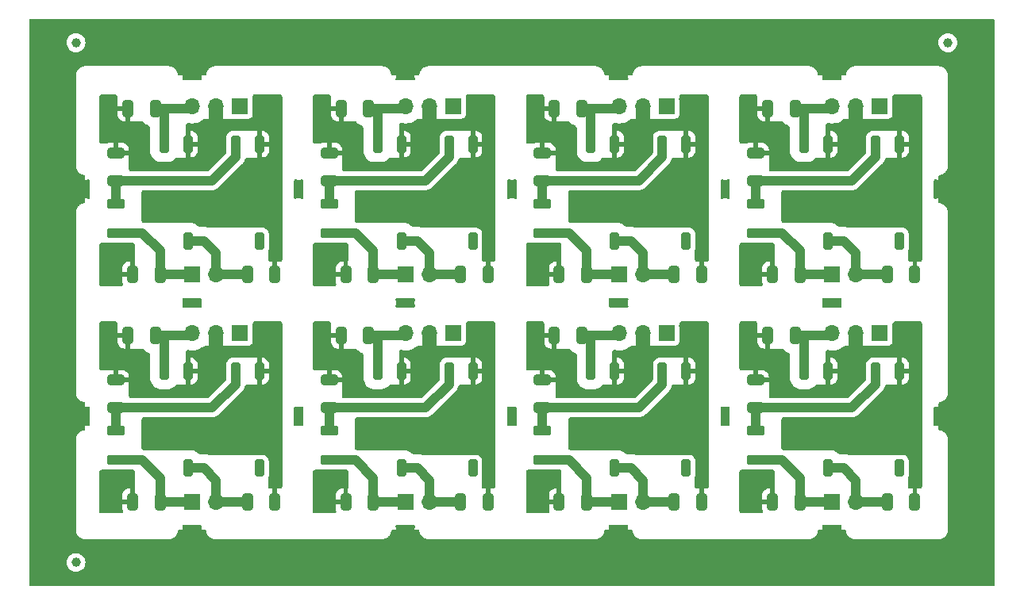
<source format=gbr>
%TF.GenerationSoftware,KiCad,Pcbnew,8.0.6*%
%TF.CreationDate,2024-11-11T11:34:17+07:00*%
%TF.ProjectId,HV-BOARD - pannel,48562d42-4f41-4524-9420-2d2070616e6e,rev?*%
%TF.SameCoordinates,Original*%
%TF.FileFunction,Copper,L1,Top*%
%TF.FilePolarity,Positive*%
%FSLAX46Y46*%
G04 Gerber Fmt 4.6, Leading zero omitted, Abs format (unit mm)*
G04 Created by KiCad (PCBNEW 8.0.6) date 2024-11-11 11:34:17*
%MOMM*%
%LPD*%
G01*
G04 APERTURE LIST*
G04 Aperture macros list*
%AMRoundRect*
0 Rectangle with rounded corners*
0 $1 Rounding radius*
0 $2 $3 $4 $5 $6 $7 $8 $9 X,Y pos of 4 corners*
0 Add a 4 corners polygon primitive as box body*
4,1,4,$2,$3,$4,$5,$6,$7,$8,$9,$2,$3,0*
0 Add four circle primitives for the rounded corners*
1,1,$1+$1,$2,$3*
1,1,$1+$1,$4,$5*
1,1,$1+$1,$6,$7*
1,1,$1+$1,$8,$9*
0 Add four rect primitives between the rounded corners*
20,1,$1+$1,$2,$3,$4,$5,0*
20,1,$1+$1,$4,$5,$6,$7,0*
20,1,$1+$1,$6,$7,$8,$9,0*
20,1,$1+$1,$8,$9,$2,$3,0*%
G04 Aperture macros list end*
%TA.AperFunction,SMDPad,CuDef*%
%ADD10RoundRect,0.250000X0.250000X0.675000X-0.250000X0.675000X-0.250000X-0.675000X0.250000X-0.675000X0*%
%TD*%
%TA.AperFunction,SMDPad,CuDef*%
%ADD11RoundRect,0.250000X-0.325000X-0.650000X0.325000X-0.650000X0.325000X0.650000X-0.325000X0.650000X0*%
%TD*%
%TA.AperFunction,SMDPad,CuDef*%
%ADD12RoundRect,0.250000X0.325000X0.650000X-0.325000X0.650000X-0.325000X-0.650000X0.325000X-0.650000X0*%
%TD*%
%TA.AperFunction,SMDPad,CuDef*%
%ADD13RoundRect,0.250000X-0.650000X0.325000X-0.650000X-0.325000X0.650000X-0.325000X0.650000X0.325000X0*%
%TD*%
%TA.AperFunction,SMDPad,CuDef*%
%ADD14RoundRect,0.250000X0.700000X-0.275000X0.700000X0.275000X-0.700000X0.275000X-0.700000X-0.275000X0*%
%TD*%
%TA.AperFunction,SMDPad,CuDef*%
%ADD15C,1.000000*%
%TD*%
%TA.AperFunction,ComponentPad*%
%ADD16R,1.700000X1.700000*%
%TD*%
%TA.AperFunction,ComponentPad*%
%ADD17O,1.700000X1.700000*%
%TD*%
%TA.AperFunction,ViaPad*%
%ADD18C,0.800000*%
%TD*%
%TA.AperFunction,Conductor*%
%ADD19C,1.000000*%
%TD*%
%TA.AperFunction,Conductor*%
%ADD20C,0.500000*%
%TD*%
%TA.AperFunction,Conductor*%
%ADD21C,1.500000*%
%TD*%
G04 APERTURE END LIST*
D10*
%TO.P,B1,1,-VIN*%
%TO.N,Board_6-GND*%
X70079996Y-37575001D03*
%TO.P,B1,2,+VIN*%
%TO.N,Board_6-Net-(B1-+VIN)*%
X67539996Y-37575001D03*
%TO.P,B1,4,0_VOUT*%
%TO.N,Board_6-GND*%
X62459996Y-37575001D03*
%TO.P,B1,5,-VOUT*%
%TO.N,Board_6--HV*%
X59919996Y-37575001D03*
%TO.P,B1,7,+VOUT*%
%TO.N,Board_6-+HV*%
X62459996Y-47925001D03*
%TO.P,B1,10,NC*%
%TO.N,Board_6-unconnected-(B1-NC-Pad10)*%
X70079996Y-47925001D03*
%TD*%
D11*
%TO.P,C10,1*%
%TO.N,Board_5-GND*%
X33774997Y-51500001D03*
%TO.P,C10,2*%
%TO.N,Board_5-+5V*%
X36724997Y-51500001D03*
%TD*%
%TO.P,C12,1*%
%TO.N,Board_1-GND*%
X33274997Y-9500001D03*
%TO.P,C12,2*%
%TO.N,Board_1--HV*%
X36224997Y-9500001D03*
%TD*%
D12*
%TO.P,C13,1*%
%TO.N,Board_5-GND*%
X48974997Y-51500001D03*
%TO.P,C13,2*%
%TO.N,Board_5-+HV*%
X46024997Y-51500001D03*
%TD*%
D13*
%TO.P,C11,1*%
%TO.N,Board_4-GND*%
X9249998Y-38525001D03*
%TO.P,C11,2*%
%TO.N,Board_4-Net-(B1-+VIN)*%
X9249998Y-41475001D03*
%TD*%
D14*
%TO.P,L1,1*%
%TO.N,Board_2-+5V*%
X54749996Y-22825001D03*
%TO.P,L1,2*%
%TO.N,Board_2-Net-(B1-+VIN)*%
X54749996Y-19675001D03*
%TD*%
D10*
%TO.P,B1,1,-VIN*%
%TO.N,Board_3-GND*%
X92829995Y-13325001D03*
%TO.P,B1,2,+VIN*%
%TO.N,Board_3-Net-(B1-+VIN)*%
X90289995Y-13325001D03*
%TO.P,B1,4,0_VOUT*%
%TO.N,Board_3-GND*%
X85209995Y-13325001D03*
%TO.P,B1,5,-VOUT*%
%TO.N,Board_3--HV*%
X82669995Y-13325001D03*
%TO.P,B1,7,+VOUT*%
%TO.N,Board_3-+HV*%
X85209995Y-23675001D03*
%TO.P,B1,10,NC*%
%TO.N,Board_3-unconnected-(B1-NC-Pad10)*%
X92829995Y-23675001D03*
%TD*%
D11*
%TO.P,C12,1*%
%TO.N,Board_4-GND*%
X10524998Y-33750001D03*
%TO.P,C12,2*%
%TO.N,Board_4--HV*%
X13474998Y-33750001D03*
%TD*%
D12*
%TO.P,C13,1*%
%TO.N,Board_2-GND*%
X71724996Y-27250001D03*
%TO.P,C13,2*%
%TO.N,Board_2-+HV*%
X68774996Y-27250001D03*
%TD*%
D11*
%TO.P,C10,1*%
%TO.N,Board_4-GND*%
X11024998Y-51500001D03*
%TO.P,C10,2*%
%TO.N,Board_4-+5V*%
X13974998Y-51500001D03*
%TD*%
D14*
%TO.P,L1,1*%
%TO.N,Board_0-+5V*%
X9249998Y-22825001D03*
%TO.P,L1,2*%
%TO.N,Board_0-Net-(B1-+VIN)*%
X9249998Y-19675001D03*
%TD*%
D10*
%TO.P,B1,1,-VIN*%
%TO.N,Board_1-GND*%
X47329997Y-13325001D03*
%TO.P,B1,2,+VIN*%
%TO.N,Board_1-Net-(B1-+VIN)*%
X44789997Y-13325001D03*
%TO.P,B1,4,0_VOUT*%
%TO.N,Board_1-GND*%
X39709997Y-13325001D03*
%TO.P,B1,5,-VOUT*%
%TO.N,Board_1--HV*%
X37169997Y-13325001D03*
%TO.P,B1,7,+VOUT*%
%TO.N,Board_1-+HV*%
X39709997Y-23675001D03*
%TO.P,B1,10,NC*%
%TO.N,Board_1-unconnected-(B1-NC-Pad10)*%
X47329997Y-23675001D03*
%TD*%
D11*
%TO.P,C12,1*%
%TO.N,Board_5-GND*%
X33274997Y-33750001D03*
%TO.P,C12,2*%
%TO.N,Board_5--HV*%
X36224997Y-33750001D03*
%TD*%
D13*
%TO.P,C11,1*%
%TO.N,Board_1-GND*%
X31999997Y-14275001D03*
%TO.P,C11,2*%
%TO.N,Board_1-Net-(B1-+VIN)*%
X31999997Y-17225001D03*
%TD*%
D12*
%TO.P,C13,1*%
%TO.N,Board_3-GND*%
X94474995Y-27250001D03*
%TO.P,C13,2*%
%TO.N,Board_3-+HV*%
X91524995Y-27250001D03*
%TD*%
D11*
%TO.P,C12,1*%
%TO.N,Board_2-GND*%
X56024996Y-9500001D03*
%TO.P,C12,2*%
%TO.N,Board_2--HV*%
X58974996Y-9500001D03*
%TD*%
%TO.P,C10,1*%
%TO.N,Board_6-GND*%
X56524996Y-51500001D03*
%TO.P,C10,2*%
%TO.N,Board_6-+5V*%
X59474996Y-51500001D03*
%TD*%
D10*
%TO.P,B1,1,-VIN*%
%TO.N,Board_4-GND*%
X24579998Y-37575001D03*
%TO.P,B1,2,+VIN*%
%TO.N,Board_4-Net-(B1-+VIN)*%
X22039998Y-37575001D03*
%TO.P,B1,4,0_VOUT*%
%TO.N,Board_4-GND*%
X16959998Y-37575001D03*
%TO.P,B1,5,-VOUT*%
%TO.N,Board_4--HV*%
X14419998Y-37575001D03*
%TO.P,B1,7,+VOUT*%
%TO.N,Board_4-+HV*%
X16959998Y-47925001D03*
%TO.P,B1,10,NC*%
%TO.N,Board_4-unconnected-(B1-NC-Pad10)*%
X24579998Y-47925001D03*
%TD*%
D13*
%TO.P,C11,1*%
%TO.N,Board_3-GND*%
X77499995Y-14275001D03*
%TO.P,C11,2*%
%TO.N,Board_3-Net-(B1-+VIN)*%
X77499995Y-17225001D03*
%TD*%
D11*
%TO.P,C10,1*%
%TO.N,Board_1-GND*%
X33774997Y-27250001D03*
%TO.P,C10,2*%
%TO.N,Board_1-+5V*%
X36724997Y-27250001D03*
%TD*%
D13*
%TO.P,C11,1*%
%TO.N,Board_7-GND*%
X77499995Y-38525001D03*
%TO.P,C11,2*%
%TO.N,Board_7-Net-(B1-+VIN)*%
X77499995Y-41475001D03*
%TD*%
D11*
%TO.P,C12,1*%
%TO.N,Board_3-GND*%
X78774995Y-9500001D03*
%TO.P,C12,2*%
%TO.N,Board_3--HV*%
X81724995Y-9500001D03*
%TD*%
D12*
%TO.P,C13,1*%
%TO.N,Board_6-GND*%
X71724996Y-51500001D03*
%TO.P,C13,2*%
%TO.N,Board_6-+HV*%
X68774996Y-51500001D03*
%TD*%
%TO.P,C13,1*%
%TO.N,Board_7-GND*%
X94474995Y-51500001D03*
%TO.P,C13,2*%
%TO.N,Board_7-+HV*%
X91524995Y-51500001D03*
%TD*%
D11*
%TO.P,C12,1*%
%TO.N,Board_7-GND*%
X78774995Y-33750001D03*
%TO.P,C12,2*%
%TO.N,Board_7--HV*%
X81724995Y-33750001D03*
%TD*%
D12*
%TO.P,C13,1*%
%TO.N,Board_1-GND*%
X48974997Y-27250001D03*
%TO.P,C13,2*%
%TO.N,Board_1-+HV*%
X46024997Y-27250001D03*
%TD*%
D14*
%TO.P,L1,1*%
%TO.N,Board_1-+5V*%
X31999997Y-22825001D03*
%TO.P,L1,2*%
%TO.N,Board_1-Net-(B1-+VIN)*%
X31999997Y-19675001D03*
%TD*%
D11*
%TO.P,C10,1*%
%TO.N,Board_0-GND*%
X11024998Y-27250001D03*
%TO.P,C10,2*%
%TO.N,Board_0-+5V*%
X13974998Y-27250001D03*
%TD*%
D13*
%TO.P,C11,1*%
%TO.N,Board_2-GND*%
X54749996Y-14275001D03*
%TO.P,C11,2*%
%TO.N,Board_2-Net-(B1-+VIN)*%
X54749996Y-17225001D03*
%TD*%
D11*
%TO.P,C12,1*%
%TO.N,Board_0-GND*%
X10524998Y-9500001D03*
%TO.P,C12,2*%
%TO.N,Board_0--HV*%
X13474998Y-9500001D03*
%TD*%
D14*
%TO.P,L1,1*%
%TO.N,Board_5-+5V*%
X31999997Y-47075001D03*
%TO.P,L1,2*%
%TO.N,Board_5-Net-(B1-+VIN)*%
X31999997Y-43925001D03*
%TD*%
D11*
%TO.P,C10,1*%
%TO.N,Board_2-GND*%
X56524996Y-27250001D03*
%TO.P,C10,2*%
%TO.N,Board_2-+5V*%
X59474996Y-27250001D03*
%TD*%
D15*
%TO.P,KiKit_FID_T_2,*%
%TO.N,*%
X97999995Y-2500000D03*
%TD*%
D11*
%TO.P,C10,1*%
%TO.N,Board_7-GND*%
X79274995Y-51500001D03*
%TO.P,C10,2*%
%TO.N,Board_7-+5V*%
X82224995Y-51500001D03*
%TD*%
D10*
%TO.P,B1,1,-VIN*%
%TO.N,Board_5-GND*%
X47329997Y-37575001D03*
%TO.P,B1,2,+VIN*%
%TO.N,Board_5-Net-(B1-+VIN)*%
X44789997Y-37575001D03*
%TO.P,B1,4,0_VOUT*%
%TO.N,Board_5-GND*%
X39709997Y-37575001D03*
%TO.P,B1,5,-VOUT*%
%TO.N,Board_5--HV*%
X37169997Y-37575001D03*
%TO.P,B1,7,+VOUT*%
%TO.N,Board_5-+HV*%
X39709997Y-47925001D03*
%TO.P,B1,10,NC*%
%TO.N,Board_5-unconnected-(B1-NC-Pad10)*%
X47329997Y-47925001D03*
%TD*%
D15*
%TO.P,KiKit_FID_T_1,*%
%TO.N,*%
X5000000Y-2500000D03*
%TD*%
D12*
%TO.P,C13,1*%
%TO.N,Board_0-GND*%
X26224998Y-27250001D03*
%TO.P,C13,2*%
%TO.N,Board_0-+HV*%
X23274998Y-27250001D03*
%TD*%
D14*
%TO.P,L1,1*%
%TO.N,Board_7-+5V*%
X77499995Y-47075001D03*
%TO.P,L1,2*%
%TO.N,Board_7-Net-(B1-+VIN)*%
X77499995Y-43925001D03*
%TD*%
%TO.P,L1,1*%
%TO.N,Board_4-+5V*%
X9249998Y-47075001D03*
%TO.P,L1,2*%
%TO.N,Board_4-Net-(B1-+VIN)*%
X9249998Y-43925001D03*
%TD*%
D10*
%TO.P,B1,1,-VIN*%
%TO.N,Board_7-GND*%
X92829995Y-37575001D03*
%TO.P,B1,2,+VIN*%
%TO.N,Board_7-Net-(B1-+VIN)*%
X90289995Y-37575001D03*
%TO.P,B1,4,0_VOUT*%
%TO.N,Board_7-GND*%
X85209995Y-37575001D03*
%TO.P,B1,5,-VOUT*%
%TO.N,Board_7--HV*%
X82669995Y-37575001D03*
%TO.P,B1,7,+VOUT*%
%TO.N,Board_7-+HV*%
X85209995Y-47925001D03*
%TO.P,B1,10,NC*%
%TO.N,Board_7-unconnected-(B1-NC-Pad10)*%
X92829995Y-47925001D03*
%TD*%
D11*
%TO.P,C10,1*%
%TO.N,Board_3-GND*%
X79274995Y-27250001D03*
%TO.P,C10,2*%
%TO.N,Board_3-+5V*%
X82224995Y-27250001D03*
%TD*%
%TO.P,C12,1*%
%TO.N,Board_6-GND*%
X56024996Y-33750001D03*
%TO.P,C12,2*%
%TO.N,Board_6--HV*%
X58974996Y-33750001D03*
%TD*%
D13*
%TO.P,C11,1*%
%TO.N,Board_5-GND*%
X31999997Y-38525001D03*
%TO.P,C11,2*%
%TO.N,Board_5-Net-(B1-+VIN)*%
X31999997Y-41475001D03*
%TD*%
%TO.P,C11,1*%
%TO.N,Board_6-GND*%
X54749996Y-38525001D03*
%TO.P,C11,2*%
%TO.N,Board_6-Net-(B1-+VIN)*%
X54749996Y-41475001D03*
%TD*%
D12*
%TO.P,C13,1*%
%TO.N,Board_4-GND*%
X26224998Y-51500001D03*
%TO.P,C13,2*%
%TO.N,Board_4-+HV*%
X23274998Y-51500001D03*
%TD*%
D10*
%TO.P,B1,1,-VIN*%
%TO.N,Board_0-GND*%
X24579998Y-13325001D03*
%TO.P,B1,2,+VIN*%
%TO.N,Board_0-Net-(B1-+VIN)*%
X22039998Y-13325001D03*
%TO.P,B1,4,0_VOUT*%
%TO.N,Board_0-GND*%
X16959998Y-13325001D03*
%TO.P,B1,5,-VOUT*%
%TO.N,Board_0--HV*%
X14419998Y-13325001D03*
%TO.P,B1,7,+VOUT*%
%TO.N,Board_0-+HV*%
X16959998Y-23675001D03*
%TO.P,B1,10,NC*%
%TO.N,Board_0-unconnected-(B1-NC-Pad10)*%
X24579998Y-23675001D03*
%TD*%
D15*
%TO.P,KiKit_FID_T_3,*%
%TO.N,*%
X5000000Y-58000001D03*
%TD*%
D14*
%TO.P,L1,1*%
%TO.N,Board_3-+5V*%
X77499995Y-22825001D03*
%TO.P,L1,2*%
%TO.N,Board_3-Net-(B1-+VIN)*%
X77499995Y-19675001D03*
%TD*%
%TO.P,L1,1*%
%TO.N,Board_6-+5V*%
X54749996Y-47075001D03*
%TO.P,L1,2*%
%TO.N,Board_6-Net-(B1-+VIN)*%
X54749996Y-43925001D03*
%TD*%
D10*
%TO.P,B1,1,-VIN*%
%TO.N,Board_2-GND*%
X70079996Y-13325001D03*
%TO.P,B1,2,+VIN*%
%TO.N,Board_2-Net-(B1-+VIN)*%
X67539996Y-13325001D03*
%TO.P,B1,4,0_VOUT*%
%TO.N,Board_2-GND*%
X62459996Y-13325001D03*
%TO.P,B1,5,-VOUT*%
%TO.N,Board_2--HV*%
X59919996Y-13325001D03*
%TO.P,B1,7,+VOUT*%
%TO.N,Board_2-+HV*%
X62459996Y-23675001D03*
%TO.P,B1,10,NC*%
%TO.N,Board_2-unconnected-(B1-NC-Pad10)*%
X70079996Y-23675001D03*
%TD*%
D13*
%TO.P,C11,1*%
%TO.N,Board_0-GND*%
X9249998Y-14275001D03*
%TO.P,C11,2*%
%TO.N,Board_0-Net-(B1-+VIN)*%
X9249998Y-17225001D03*
%TD*%
D16*
%TO.P,J5,1,Pin_1*%
%TO.N,Board_7-OE*%
X90749995Y-33500001D03*
D17*
%TO.P,J5,2,Pin_2*%
%TO.N,Board_7-GND*%
X88209995Y-33500001D03*
%TO.P,J5,3,Pin_3*%
%TO.N,Board_7--HV*%
X85669995Y-33500001D03*
%TD*%
D16*
%TO.P,J5,1,Pin_1*%
%TO.N,Board_0-OE*%
X22499998Y-9250001D03*
D17*
%TO.P,J5,2,Pin_2*%
%TO.N,Board_0-GND*%
X19959998Y-9250001D03*
%TO.P,J5,3,Pin_3*%
%TO.N,Board_0--HV*%
X17419998Y-9250001D03*
%TD*%
D16*
%TO.P,J5,1,Pin_1*%
%TO.N,Board_2-OE*%
X67999996Y-9250001D03*
D17*
%TO.P,J5,2,Pin_2*%
%TO.N,Board_2-GND*%
X65459996Y-9250001D03*
%TO.P,J5,3,Pin_3*%
%TO.N,Board_2--HV*%
X62919996Y-9250001D03*
%TD*%
D16*
%TO.P,J7,1,Pin_1*%
%TO.N,Board_5-+5V*%
X40169997Y-51500001D03*
D17*
%TO.P,J7,2,Pin_2*%
%TO.N,Board_5-+HV*%
X42709997Y-51500001D03*
%TD*%
D16*
%TO.P,J5,1,Pin_1*%
%TO.N,Board_4-OE*%
X22499998Y-33500001D03*
D17*
%TO.P,J5,2,Pin_2*%
%TO.N,Board_4-GND*%
X19959998Y-33500001D03*
%TO.P,J5,3,Pin_3*%
%TO.N,Board_4--HV*%
X17419998Y-33500001D03*
%TD*%
D16*
%TO.P,J7,1,Pin_1*%
%TO.N,Board_4-+5V*%
X17419998Y-51500001D03*
D17*
%TO.P,J7,2,Pin_2*%
%TO.N,Board_4-+HV*%
X19959998Y-51500001D03*
%TD*%
D16*
%TO.P,J5,1,Pin_1*%
%TO.N,Board_6-OE*%
X67999996Y-33500001D03*
D17*
%TO.P,J5,2,Pin_2*%
%TO.N,Board_6-GND*%
X65459996Y-33500001D03*
%TO.P,J5,3,Pin_3*%
%TO.N,Board_6--HV*%
X62919996Y-33500001D03*
%TD*%
D16*
%TO.P,J5,1,Pin_1*%
%TO.N,Board_5-OE*%
X45249997Y-33500001D03*
D17*
%TO.P,J5,2,Pin_2*%
%TO.N,Board_5-GND*%
X42709997Y-33500001D03*
%TO.P,J5,3,Pin_3*%
%TO.N,Board_5--HV*%
X40169997Y-33500001D03*
%TD*%
D16*
%TO.P,J7,1,Pin_1*%
%TO.N,Board_3-+5V*%
X85669995Y-27250001D03*
D17*
%TO.P,J7,2,Pin_2*%
%TO.N,Board_3-+HV*%
X88209995Y-27250001D03*
%TD*%
D16*
%TO.P,J7,1,Pin_1*%
%TO.N,Board_1-+5V*%
X40169997Y-27250001D03*
D17*
%TO.P,J7,2,Pin_2*%
%TO.N,Board_1-+HV*%
X42709997Y-27250001D03*
%TD*%
D16*
%TO.P,J5,1,Pin_1*%
%TO.N,Board_1-OE*%
X45249997Y-9250001D03*
D17*
%TO.P,J5,2,Pin_2*%
%TO.N,Board_1-GND*%
X42709997Y-9250001D03*
%TO.P,J5,3,Pin_3*%
%TO.N,Board_1--HV*%
X40169997Y-9250001D03*
%TD*%
D16*
%TO.P,J7,1,Pin_1*%
%TO.N,Board_6-+5V*%
X62919996Y-51500001D03*
D17*
%TO.P,J7,2,Pin_2*%
%TO.N,Board_6-+HV*%
X65459996Y-51500001D03*
%TD*%
D16*
%TO.P,J7,1,Pin_1*%
%TO.N,Board_2-+5V*%
X62919996Y-27250001D03*
D17*
%TO.P,J7,2,Pin_2*%
%TO.N,Board_2-+HV*%
X65459996Y-27250001D03*
%TD*%
D16*
%TO.P,J5,1,Pin_1*%
%TO.N,Board_3-OE*%
X90749995Y-9250001D03*
D17*
%TO.P,J5,2,Pin_2*%
%TO.N,Board_3-GND*%
X88209995Y-9250001D03*
%TO.P,J5,3,Pin_3*%
%TO.N,Board_3--HV*%
X85669995Y-9250001D03*
%TD*%
D16*
%TO.P,J7,1,Pin_1*%
%TO.N,Board_7-+5V*%
X85669995Y-51500001D03*
D17*
%TO.P,J7,2,Pin_2*%
%TO.N,Board_7-+HV*%
X88209995Y-51500001D03*
%TD*%
D16*
%TO.P,J7,1,Pin_1*%
%TO.N,Board_0-+5V*%
X17419998Y-27250001D03*
D17*
%TO.P,J7,2,Pin_2*%
%TO.N,Board_0-+HV*%
X19959998Y-27250001D03*
%TD*%
D18*
%TO.N,Board_0-GND*%
X8999998Y-9500001D03*
X7999998Y-24500001D03*
X9249998Y-12750001D03*
X15749998Y-18750001D03*
X7999998Y-12750001D03*
X26499998Y-17000001D03*
X26499998Y-25000001D03*
X26499998Y-21250001D03*
X26499998Y-8500001D03*
X12499998Y-18750001D03*
X26499998Y-12500001D03*
X18749998Y-13250001D03*
X18999998Y-15750001D03*
X19749998Y-21250001D03*
X7999998Y-8500001D03*
X14499998Y-15750001D03*
X24249998Y-8500001D03*
X11249998Y-15750001D03*
X23499998Y-21750001D03*
X12499998Y-21250001D03*
X12249998Y-11750001D03*
X7999998Y-28000001D03*
X19749998Y-18750001D03*
X23499998Y-15250001D03*
X23499998Y-18750001D03*
%TO.N,Board_1-GND*%
X30749997Y-24500001D03*
X46999997Y-8500001D03*
X42499997Y-21250001D03*
X46249997Y-21750001D03*
X34999997Y-11750001D03*
X33999997Y-15750001D03*
X46249997Y-15250001D03*
X49249997Y-8500001D03*
X49249997Y-12500001D03*
X42499997Y-18750001D03*
X41499997Y-13250001D03*
X37249997Y-15750001D03*
X31999997Y-12750001D03*
X49249997Y-21250001D03*
X30749997Y-12750001D03*
X30749997Y-28000001D03*
X49249997Y-17000001D03*
X30749997Y-8500001D03*
X49249997Y-25000001D03*
X41749997Y-15750001D03*
X38499997Y-18750001D03*
X46249997Y-18750001D03*
X35249997Y-21250001D03*
X31749997Y-9500001D03*
X35249997Y-18750001D03*
%TO.N,Board_2-GND*%
X61249996Y-18750001D03*
X71999996Y-8500001D03*
X54749996Y-12750001D03*
X53499996Y-12750001D03*
X57999996Y-21250001D03*
X71999996Y-17000001D03*
X65249996Y-21250001D03*
X57749996Y-11750001D03*
X64499996Y-15750001D03*
X71999996Y-21250001D03*
X71999996Y-25000001D03*
X53499996Y-8500001D03*
X71999996Y-12500001D03*
X68999996Y-18750001D03*
X59999996Y-15750001D03*
X57999996Y-18750001D03*
X68999996Y-21750001D03*
X65249996Y-18750001D03*
X69749996Y-8500001D03*
X64249996Y-13250001D03*
X53499996Y-24500001D03*
X56749996Y-15750001D03*
X68999996Y-15250001D03*
X54499996Y-9500001D03*
X53499996Y-28000001D03*
%TO.N,Board_3-GND*%
X83999995Y-18750001D03*
X86999995Y-13250001D03*
X87999995Y-18750001D03*
X80749995Y-21250001D03*
X82749995Y-15750001D03*
X94749995Y-12500001D03*
X76249995Y-24500001D03*
X94749995Y-17000001D03*
X94749995Y-8500001D03*
X79499995Y-15750001D03*
X76249995Y-8500001D03*
X91749995Y-18750001D03*
X77249995Y-9500001D03*
X91749995Y-21750001D03*
X80499995Y-11750001D03*
X80749995Y-18750001D03*
X87999995Y-21250001D03*
X92499995Y-8500001D03*
X77499995Y-12750001D03*
X94749995Y-21250001D03*
X91749995Y-15250001D03*
X76249995Y-12750001D03*
X87249995Y-15750001D03*
X94749995Y-25000001D03*
X76249995Y-28000001D03*
%TO.N,Board_4-GND*%
X26499998Y-49250001D03*
X19749998Y-45500001D03*
X12499998Y-45500001D03*
X26499998Y-36750001D03*
X26499998Y-32750001D03*
X26499998Y-45500001D03*
X23499998Y-39500001D03*
X24249998Y-32750001D03*
X12499998Y-43000001D03*
X23499998Y-43000001D03*
X9249998Y-37000001D03*
X19749998Y-43000001D03*
X12249998Y-36000001D03*
X18749998Y-37500001D03*
X7999998Y-32750001D03*
X11249998Y-40000001D03*
X18999998Y-40000001D03*
X7999998Y-48750001D03*
X14499998Y-40000001D03*
X7999998Y-37000001D03*
X15749998Y-43000001D03*
X7999998Y-52250001D03*
X26499998Y-41250001D03*
X23499998Y-46000001D03*
X8999998Y-33750001D03*
%TO.N,Board_5-GND*%
X30749997Y-37000001D03*
X30749997Y-52250001D03*
X35249997Y-45500001D03*
X38499997Y-43000001D03*
X33999997Y-40000001D03*
X49249997Y-45500001D03*
X49249997Y-32750001D03*
X42499997Y-45500001D03*
X30749997Y-48750001D03*
X46249997Y-43000001D03*
X30749997Y-32750001D03*
X42499997Y-43000001D03*
X31999997Y-37000001D03*
X41749997Y-40000001D03*
X49249997Y-36750001D03*
X31749997Y-33750001D03*
X41499997Y-37500001D03*
X35249997Y-43000001D03*
X46249997Y-39500001D03*
X46999997Y-32750001D03*
X34999997Y-36000001D03*
X37249997Y-40000001D03*
X49249997Y-49250001D03*
X46249997Y-46000001D03*
X49249997Y-41250001D03*
%TO.N,Board_6-GND*%
X71999996Y-32750001D03*
X65249996Y-45500001D03*
X68999996Y-39500001D03*
X57749996Y-36000001D03*
X57999996Y-43000001D03*
X59999996Y-40000001D03*
X68999996Y-43000001D03*
X53499996Y-48750001D03*
X61249996Y-43000001D03*
X69749996Y-32750001D03*
X56749996Y-40000001D03*
X71999996Y-36750001D03*
X53499996Y-52250001D03*
X71999996Y-49250001D03*
X53499996Y-32750001D03*
X64249996Y-37500001D03*
X71999996Y-41250001D03*
X68999996Y-46000001D03*
X54499996Y-33750001D03*
X53499996Y-37000001D03*
X57999996Y-45500001D03*
X71999996Y-45500001D03*
X64499996Y-40000001D03*
X65249996Y-43000001D03*
X54749996Y-37000001D03*
%TO.N,Board_7-GND*%
X87249995Y-40000001D03*
X94749995Y-41250001D03*
X91749995Y-46000001D03*
X76249995Y-37000001D03*
X80749995Y-45500001D03*
X94749995Y-36750001D03*
X86999995Y-37500001D03*
X76249995Y-52250001D03*
X94749995Y-32750001D03*
X80749995Y-43000001D03*
X94749995Y-45500001D03*
X82749995Y-40000001D03*
X87999995Y-45500001D03*
X92499995Y-32750001D03*
X91749995Y-39500001D03*
X76249995Y-48750001D03*
X91749995Y-43000001D03*
X87999995Y-43000001D03*
X77499995Y-37000001D03*
X80499995Y-36000001D03*
X76249995Y-32750001D03*
X77249995Y-33750001D03*
X79499995Y-40000001D03*
X83999995Y-43000001D03*
X94749995Y-49250001D03*
%TD*%
D19*
%TO.N,Board_0-+5V*%
X13974998Y-27250001D02*
X17419998Y-27250001D01*
X12074998Y-22825001D02*
X9249998Y-22825001D01*
X13974998Y-24725001D02*
X12074998Y-22825001D01*
X13974998Y-27250001D02*
X13974998Y-24725001D01*
%TO.N,Board_0-+HV*%
X19959998Y-24960001D02*
X18674998Y-23675001D01*
X18674998Y-23675001D02*
X16959998Y-23675001D01*
X19959998Y-27250001D02*
X19959998Y-24960001D01*
X19959998Y-27250001D02*
X23274998Y-27250001D01*
%TO.N,Board_0--HV*%
X13474998Y-9500001D02*
X17169998Y-9500001D01*
X14419998Y-13325001D02*
X14419998Y-9500001D01*
X14419998Y-9500001D02*
X13474998Y-9500001D01*
X17169998Y-9500001D02*
X17419998Y-9250001D01*
D20*
%TO.N,Board_0-GND*%
X10524998Y-9500001D02*
X8999998Y-9500001D01*
D21*
X19959998Y-9250001D02*
X19959998Y-11210001D01*
D20*
X18674998Y-13325001D02*
X18749998Y-13250001D01*
X9249998Y-14275001D02*
X9249998Y-12750001D01*
X19959998Y-11210001D02*
X19999998Y-11250001D01*
X16959998Y-13325001D02*
X18674998Y-13325001D01*
D19*
%TO.N,Board_0-Net-(B1-+VIN)*%
X22039998Y-14710001D02*
X19524998Y-17225001D01*
X9249998Y-17225001D02*
X9249998Y-19675001D01*
X19524998Y-17225001D02*
X9249998Y-17225001D01*
X22039998Y-13325001D02*
X22039998Y-14710001D01*
%TO.N,Board_1-+5V*%
X36724997Y-24725001D02*
X34824997Y-22825001D01*
X34824997Y-22825001D02*
X31999997Y-22825001D01*
X36724997Y-27250001D02*
X40169997Y-27250001D01*
X36724997Y-27250001D02*
X36724997Y-24725001D01*
%TO.N,Board_1-+HV*%
X41424997Y-23675001D02*
X39709997Y-23675001D01*
X42709997Y-27250001D02*
X46024997Y-27250001D01*
X42709997Y-24960001D02*
X41424997Y-23675001D01*
X42709997Y-27250001D02*
X42709997Y-24960001D01*
%TO.N,Board_1--HV*%
X37169997Y-9500001D02*
X36224997Y-9500001D01*
X36224997Y-9500001D02*
X39919997Y-9500001D01*
X39919997Y-9500001D02*
X40169997Y-9250001D01*
X37169997Y-13325001D02*
X37169997Y-9500001D01*
D21*
%TO.N,Board_1-GND*%
X42709997Y-9250001D02*
X42709997Y-11210001D01*
D20*
X39709997Y-13325001D02*
X41424997Y-13325001D01*
X31999997Y-14275001D02*
X31999997Y-12750001D01*
X33274997Y-9500001D02*
X31749997Y-9500001D01*
X41424997Y-13325001D02*
X41499997Y-13250001D01*
X42709997Y-11210001D02*
X42749997Y-11250001D01*
D19*
%TO.N,Board_1-Net-(B1-+VIN)*%
X42274997Y-17225001D02*
X31999997Y-17225001D01*
X44789997Y-13325001D02*
X44789997Y-14710001D01*
X31999997Y-17225001D02*
X31999997Y-19675001D01*
X44789997Y-14710001D02*
X42274997Y-17225001D01*
%TO.N,Board_2-+5V*%
X59474996Y-27250001D02*
X59474996Y-24725001D01*
X57574996Y-22825001D02*
X54749996Y-22825001D01*
X59474996Y-24725001D02*
X57574996Y-22825001D01*
X59474996Y-27250001D02*
X62919996Y-27250001D01*
%TO.N,Board_2-+HV*%
X64174996Y-23675001D02*
X62459996Y-23675001D01*
X65459996Y-24960001D02*
X64174996Y-23675001D01*
X65459996Y-27250001D02*
X68774996Y-27250001D01*
X65459996Y-27250001D02*
X65459996Y-24960001D01*
%TO.N,Board_2--HV*%
X59919996Y-13325001D02*
X59919996Y-9500001D01*
X62669996Y-9500001D02*
X62919996Y-9250001D01*
X58974996Y-9500001D02*
X62669996Y-9500001D01*
X59919996Y-9500001D02*
X58974996Y-9500001D01*
D21*
%TO.N,Board_2-GND*%
X65459996Y-9250001D02*
X65459996Y-11210001D01*
D20*
X65459996Y-11210001D02*
X65499996Y-11250001D01*
X56024996Y-9500001D02*
X54499996Y-9500001D01*
X54749996Y-14275001D02*
X54749996Y-12750001D01*
X62459996Y-13325001D02*
X64174996Y-13325001D01*
X64174996Y-13325001D02*
X64249996Y-13250001D01*
D19*
%TO.N,Board_2-Net-(B1-+VIN)*%
X67539996Y-14710001D02*
X65024996Y-17225001D01*
X67539996Y-13325001D02*
X67539996Y-14710001D01*
X54749996Y-17225001D02*
X54749996Y-19675001D01*
X65024996Y-17225001D02*
X54749996Y-17225001D01*
%TO.N,Board_3-+5V*%
X80324995Y-22825001D02*
X77499995Y-22825001D01*
X82224995Y-27250001D02*
X82224995Y-24725001D01*
X82224995Y-27250001D02*
X85669995Y-27250001D01*
X82224995Y-24725001D02*
X80324995Y-22825001D01*
%TO.N,Board_3-+HV*%
X88209995Y-27250001D02*
X88209995Y-24960001D01*
X86924995Y-23675001D02*
X85209995Y-23675001D01*
X88209995Y-24960001D02*
X86924995Y-23675001D01*
X88209995Y-27250001D02*
X91524995Y-27250001D01*
%TO.N,Board_3--HV*%
X82669995Y-9500001D02*
X81724995Y-9500001D01*
X81724995Y-9500001D02*
X85419995Y-9500001D01*
X85419995Y-9500001D02*
X85669995Y-9250001D01*
X82669995Y-13325001D02*
X82669995Y-9500001D01*
D20*
%TO.N,Board_3-GND*%
X86924995Y-13325001D02*
X86999995Y-13250001D01*
D21*
X88209995Y-9250001D02*
X88209995Y-11210001D01*
D20*
X88209995Y-11210001D02*
X88249995Y-11250001D01*
X78774995Y-9500001D02*
X77249995Y-9500001D01*
X77499995Y-14275001D02*
X77499995Y-12750001D01*
X85209995Y-13325001D02*
X86924995Y-13325001D01*
D19*
%TO.N,Board_3-Net-(B1-+VIN)*%
X90289995Y-14710001D02*
X87774995Y-17225001D01*
X77499995Y-17225001D02*
X77499995Y-19675001D01*
X90289995Y-13325001D02*
X90289995Y-14710001D01*
X87774995Y-17225001D02*
X77499995Y-17225001D01*
%TO.N,Board_4-+5V*%
X12074998Y-47075001D02*
X9249998Y-47075001D01*
X13974998Y-48975001D02*
X12074998Y-47075001D01*
X13974998Y-51500001D02*
X17419998Y-51500001D01*
X13974998Y-51500001D02*
X13974998Y-48975001D01*
%TO.N,Board_4-+HV*%
X18674998Y-47925001D02*
X16959998Y-47925001D01*
X19959998Y-49210001D02*
X18674998Y-47925001D01*
X19959998Y-51500001D02*
X19959998Y-49210001D01*
X19959998Y-51500001D02*
X23274998Y-51500001D01*
%TO.N,Board_4--HV*%
X14419998Y-33750001D02*
X13474998Y-33750001D01*
X17169998Y-33750001D02*
X17419998Y-33500001D01*
X13474998Y-33750001D02*
X17169998Y-33750001D01*
X14419998Y-37575001D02*
X14419998Y-33750001D01*
D20*
%TO.N,Board_4-GND*%
X9249998Y-38525001D02*
X9249998Y-37000001D01*
X16959998Y-37575001D02*
X18674998Y-37575001D01*
X19959998Y-35460001D02*
X19999998Y-35500001D01*
X18674998Y-37575001D02*
X18749998Y-37500001D01*
X10524998Y-33750001D02*
X8999998Y-33750001D01*
D21*
X19959998Y-33500001D02*
X19959998Y-35460001D01*
D19*
%TO.N,Board_4-Net-(B1-+VIN)*%
X22039998Y-37575001D02*
X22039998Y-38960001D01*
X19524998Y-41475001D02*
X9249998Y-41475001D01*
X9249998Y-41475001D02*
X9249998Y-43925001D01*
X22039998Y-38960001D02*
X19524998Y-41475001D01*
%TO.N,Board_5-+5V*%
X36724997Y-51500001D02*
X36724997Y-48975001D01*
X34824997Y-47075001D02*
X31999997Y-47075001D01*
X36724997Y-48975001D02*
X34824997Y-47075001D01*
X36724997Y-51500001D02*
X40169997Y-51500001D01*
%TO.N,Board_5-+HV*%
X42709997Y-49210001D02*
X41424997Y-47925001D01*
X41424997Y-47925001D02*
X39709997Y-47925001D01*
X42709997Y-51500001D02*
X42709997Y-49210001D01*
X42709997Y-51500001D02*
X46024997Y-51500001D01*
%TO.N,Board_5--HV*%
X37169997Y-37575001D02*
X37169997Y-33750001D01*
X39919997Y-33750001D02*
X40169997Y-33500001D01*
X36224997Y-33750001D02*
X39919997Y-33750001D01*
X37169997Y-33750001D02*
X36224997Y-33750001D01*
D21*
%TO.N,Board_5-GND*%
X42709997Y-33500001D02*
X42709997Y-35460001D01*
D20*
X39709997Y-37575001D02*
X41424997Y-37575001D01*
X42709997Y-35460001D02*
X42749997Y-35500001D01*
X31999997Y-38525001D02*
X31999997Y-37000001D01*
X41424997Y-37575001D02*
X41499997Y-37500001D01*
X33274997Y-33750001D02*
X31749997Y-33750001D01*
D19*
%TO.N,Board_5-Net-(B1-+VIN)*%
X42274997Y-41475001D02*
X31999997Y-41475001D01*
X44789997Y-38960001D02*
X42274997Y-41475001D01*
X31999997Y-41475001D02*
X31999997Y-43925001D01*
X44789997Y-37575001D02*
X44789997Y-38960001D01*
%TO.N,Board_6-+5V*%
X57574996Y-47075001D02*
X54749996Y-47075001D01*
X59474996Y-48975001D02*
X57574996Y-47075001D01*
X59474996Y-51500001D02*
X59474996Y-48975001D01*
X59474996Y-51500001D02*
X62919996Y-51500001D01*
%TO.N,Board_6-+HV*%
X65459996Y-51500001D02*
X65459996Y-49210001D01*
X64174996Y-47925001D02*
X62459996Y-47925001D01*
X65459996Y-51500001D02*
X68774996Y-51500001D01*
X65459996Y-49210001D02*
X64174996Y-47925001D01*
%TO.N,Board_6--HV*%
X59919996Y-37575001D02*
X59919996Y-33750001D01*
X59919996Y-33750001D02*
X58974996Y-33750001D01*
X62669996Y-33750001D02*
X62919996Y-33500001D01*
X58974996Y-33750001D02*
X62669996Y-33750001D01*
D20*
%TO.N,Board_6-GND*%
X65459996Y-35460001D02*
X65499996Y-35500001D01*
X64174996Y-37575001D02*
X64249996Y-37500001D01*
X56024996Y-33750001D02*
X54499996Y-33750001D01*
X54749996Y-38525001D02*
X54749996Y-37000001D01*
X62459996Y-37575001D02*
X64174996Y-37575001D01*
D21*
X65459996Y-33500001D02*
X65459996Y-35460001D01*
D19*
%TO.N,Board_6-Net-(B1-+VIN)*%
X67539996Y-38960001D02*
X65024996Y-41475001D01*
X54749996Y-41475001D02*
X54749996Y-43925001D01*
X67539996Y-37575001D02*
X67539996Y-38960001D01*
X65024996Y-41475001D02*
X54749996Y-41475001D01*
%TO.N,Board_7-+5V*%
X82224995Y-51500001D02*
X85669995Y-51500001D01*
X82224995Y-51500001D02*
X82224995Y-48975001D01*
X80324995Y-47075001D02*
X77499995Y-47075001D01*
X82224995Y-48975001D02*
X80324995Y-47075001D01*
%TO.N,Board_7-+HV*%
X88209995Y-51500001D02*
X88209995Y-49210001D01*
X86924995Y-47925001D02*
X85209995Y-47925001D01*
X88209995Y-49210001D02*
X86924995Y-47925001D01*
X88209995Y-51500001D02*
X91524995Y-51500001D01*
%TO.N,Board_7--HV*%
X81724995Y-33750001D02*
X85419995Y-33750001D01*
X85419995Y-33750001D02*
X85669995Y-33500001D01*
X82669995Y-33750001D02*
X81724995Y-33750001D01*
X82669995Y-37575001D02*
X82669995Y-33750001D01*
D20*
%TO.N,Board_7-GND*%
X78774995Y-33750001D02*
X77249995Y-33750001D01*
X86924995Y-37575001D02*
X86999995Y-37500001D01*
X77499995Y-38525001D02*
X77499995Y-37000001D01*
D21*
X88209995Y-33500001D02*
X88209995Y-35460001D01*
D20*
X85209995Y-37575001D02*
X86924995Y-37575001D01*
X88209995Y-35460001D02*
X88249995Y-35500001D01*
D19*
%TO.N,Board_7-Net-(B1-+VIN)*%
X77499995Y-41475001D02*
X77499995Y-43925001D01*
X87774995Y-41475001D02*
X77499995Y-41475001D01*
X90289995Y-37575001D02*
X90289995Y-38960001D01*
X90289995Y-38960001D02*
X87774995Y-41475001D01*
%TD*%
%TA.AperFunction,Conductor*%
%TO.N,Board_7-GND*%
G36*
X79396283Y-48094455D02*
G01*
X79477065Y-48148431D01*
X79531041Y-48229213D01*
X79549995Y-48324501D01*
X79549995Y-49971862D01*
X79531041Y-50067150D01*
X79524995Y-50076198D01*
X79524995Y-51250000D01*
X79524996Y-51250001D01*
X79549995Y-51250001D01*
X79549995Y-51750001D01*
X78199997Y-51750001D01*
X78199996Y-51750002D01*
X78199996Y-52199985D01*
X78210489Y-52302700D01*
X78210490Y-52302703D01*
X78250246Y-52422679D01*
X78262227Y-52519093D01*
X78236400Y-52612752D01*
X78176696Y-52689398D01*
X78092207Y-52737362D01*
X78013885Y-52750001D01*
X75998995Y-52750001D01*
X75903707Y-52731047D01*
X75822925Y-52677071D01*
X75768949Y-52596289D01*
X75749995Y-52501001D01*
X75749995Y-51250000D01*
X78199995Y-51250000D01*
X78199996Y-51250001D01*
X79024994Y-51250001D01*
X79024995Y-51250000D01*
X79024995Y-50100000D01*
X78900019Y-50100001D01*
X78797295Y-50110495D01*
X78797292Y-50110496D01*
X78630875Y-50165641D01*
X78630873Y-50165642D01*
X78481653Y-50257682D01*
X78481649Y-50257685D01*
X78357679Y-50381655D01*
X78357676Y-50381659D01*
X78265636Y-50530879D01*
X78265635Y-50530880D01*
X78210490Y-50697299D01*
X78210489Y-50697306D01*
X78199995Y-50800019D01*
X78199995Y-51250000D01*
X75749995Y-51250000D01*
X75749995Y-48349001D01*
X75768949Y-48253713D01*
X75822925Y-48172931D01*
X75903707Y-48118955D01*
X75998995Y-48100001D01*
X76733831Y-48100001D01*
X76746498Y-48100323D01*
X76749960Y-48100498D01*
X76749986Y-48100501D01*
X78250003Y-48100500D01*
X78352792Y-48090000D01*
X78352903Y-48089963D01*
X78358406Y-48088140D01*
X78436729Y-48075501D01*
X79300995Y-48075501D01*
X79396283Y-48094455D01*
G37*
%TD.AperFunction*%
%TA.AperFunction,Conductor*%
G36*
X77546283Y-32268955D02*
G01*
X77627065Y-32322931D01*
X77681041Y-32403713D01*
X77699995Y-32499001D01*
X77699995Y-33500000D01*
X77699996Y-33500001D01*
X78775995Y-33500001D01*
X78871283Y-33518955D01*
X78952065Y-33572931D01*
X79006041Y-33653713D01*
X79024995Y-33749001D01*
X79024995Y-35149999D01*
X79024997Y-35150001D01*
X80278383Y-35150001D01*
X80373671Y-35168955D01*
X80454449Y-35222928D01*
X80595341Y-35363820D01*
X80595344Y-35363822D01*
X80595345Y-35363823D01*
X80720968Y-35450855D01*
X80780369Y-35492008D01*
X80985312Y-35585097D01*
X80985313Y-35585097D01*
X80985315Y-35585098D01*
X80995860Y-35588788D01*
X80995199Y-35590677D01*
X81069095Y-35625750D01*
X81134243Y-35697825D01*
X81166849Y-35789345D01*
X81169495Y-35825547D01*
X81169495Y-38314209D01*
X81169496Y-38314217D01*
X81179899Y-38446413D01*
X81234899Y-38664684D01*
X81327988Y-38869627D01*
X81327990Y-38869630D01*
X81327991Y-38869632D01*
X81456172Y-39054650D01*
X81456173Y-39054651D01*
X81456176Y-39054655D01*
X81615341Y-39213820D01*
X81615344Y-39213822D01*
X81615345Y-39213823D01*
X81787439Y-39333050D01*
X81800369Y-39342008D01*
X82005312Y-39435097D01*
X82223583Y-39490097D01*
X82223586Y-39490097D01*
X82223589Y-39490098D01*
X82289680Y-39495299D01*
X82355778Y-39500501D01*
X82984211Y-39500500D01*
X83116407Y-39490097D01*
X83334678Y-39435097D01*
X83539621Y-39342008D01*
X83724649Y-39213820D01*
X83865540Y-39072928D01*
X83946319Y-39018955D01*
X84041607Y-39000001D01*
X84959994Y-39000001D01*
X84959995Y-38999999D01*
X85459995Y-38999999D01*
X85459996Y-39000000D01*
X85509963Y-39000000D01*
X85509979Y-38999999D01*
X85612694Y-38989506D01*
X85612697Y-38989505D01*
X85779114Y-38934360D01*
X85779116Y-38934359D01*
X85928336Y-38842319D01*
X85928340Y-38842316D01*
X86052310Y-38718346D01*
X86052313Y-38718342D01*
X86144353Y-38569122D01*
X86144354Y-38569121D01*
X86199499Y-38402702D01*
X86199500Y-38402695D01*
X86209994Y-38299982D01*
X86209995Y-38299972D01*
X86209995Y-37825002D01*
X86209994Y-37825001D01*
X85459996Y-37825001D01*
X85459995Y-37825002D01*
X85459995Y-38999999D01*
X84959995Y-38999999D01*
X84959995Y-37325000D01*
X85459995Y-37325000D01*
X85459996Y-37325001D01*
X86209993Y-37325001D01*
X86209994Y-37325000D01*
X86209994Y-36850033D01*
X86209993Y-36850016D01*
X86199500Y-36747301D01*
X86199499Y-36747298D01*
X86144354Y-36580881D01*
X86144353Y-36580879D01*
X86052313Y-36431659D01*
X86052310Y-36431655D01*
X85928340Y-36307685D01*
X85928336Y-36307682D01*
X85779116Y-36215642D01*
X85779115Y-36215641D01*
X85612696Y-36160496D01*
X85612689Y-36160495D01*
X85509976Y-36150001D01*
X85459996Y-36150001D01*
X85459995Y-36150002D01*
X85459995Y-37325000D01*
X84959995Y-37325000D01*
X84959995Y-36087135D01*
X84949995Y-36036862D01*
X84949995Y-35546143D01*
X84968949Y-35450855D01*
X85022925Y-35370073D01*
X85103707Y-35316097D01*
X85198995Y-35297143D01*
X85251917Y-35302832D01*
X85405969Y-35336344D01*
X85669995Y-35355228D01*
X85934021Y-35336344D01*
X86192673Y-35280078D01*
X86440684Y-35187575D01*
X86673006Y-35060717D01*
X86884910Y-34902088D01*
X86884914Y-34902083D01*
X86888144Y-34899666D01*
X86975784Y-34857736D01*
X87037364Y-34850001D01*
X87959994Y-34850001D01*
X88459996Y-34850001D01*
X89836125Y-34850001D01*
X89849453Y-34850358D01*
X89852105Y-34850499D01*
X89852122Y-34850501D01*
X91647867Y-34850500D01*
X91707478Y-34844092D01*
X91842326Y-34793797D01*
X91957541Y-34707547D01*
X92043791Y-34592332D01*
X92094086Y-34457484D01*
X92100495Y-34397874D01*
X92100494Y-32602129D01*
X92094086Y-32542518D01*
X92094085Y-32542517D01*
X92092421Y-32527029D01*
X92096280Y-32526614D01*
X92093856Y-32459235D01*
X92127784Y-32368197D01*
X92193969Y-32297073D01*
X92282334Y-32256690D01*
X92339660Y-32250001D01*
X95000995Y-32250001D01*
X95096283Y-32268955D01*
X95177065Y-32322931D01*
X95231041Y-32403713D01*
X95249995Y-32499001D01*
X95249995Y-49866194D01*
X95231041Y-49961482D01*
X95177065Y-50042264D01*
X95096283Y-50096240D01*
X95000995Y-50115194D01*
X94966251Y-50111516D01*
X94966215Y-50111877D01*
X94849976Y-50100001D01*
X94724996Y-50100001D01*
X94724995Y-50100002D01*
X94724995Y-51501001D01*
X94706041Y-51596289D01*
X94652065Y-51677071D01*
X94571283Y-51731047D01*
X94475995Y-51750001D01*
X94473995Y-51750001D01*
X94378707Y-51731047D01*
X94297925Y-51677071D01*
X94243949Y-51596289D01*
X94224995Y-51501001D01*
X94224995Y-50100000D01*
X94100019Y-50100001D01*
X94024300Y-50107737D01*
X93927579Y-50098565D01*
X93841730Y-50053077D01*
X93779824Y-49978199D01*
X93751284Y-49885331D01*
X93749995Y-49860026D01*
X93749995Y-49004220D01*
X93762634Y-48925897D01*
X93764807Y-48919336D01*
X93764809Y-48919335D01*
X93819994Y-48752798D01*
X93830495Y-48650010D01*
X93830494Y-47199993D01*
X93819994Y-47097204D01*
X93805543Y-47053595D01*
X93786213Y-46995259D01*
X93764809Y-46930667D01*
X93672707Y-46781345D01*
X93548651Y-46657289D01*
X93399329Y-46565187D01*
X93399327Y-46565186D01*
X93399325Y-46565185D01*
X93399327Y-46565185D01*
X93232797Y-46510003D01*
X93232793Y-46510002D01*
X93232792Y-46510002D01*
X93130004Y-46499501D01*
X93130000Y-46499501D01*
X92529978Y-46499501D01*
X92526524Y-46499678D01*
X92513854Y-46500001D01*
X87447723Y-46500001D01*
X87364629Y-46484362D01*
X87364473Y-46484889D01*
X87359399Y-46483378D01*
X87357208Y-46482966D01*
X87354612Y-46481953D01*
X87354604Y-46481950D01*
X87268321Y-46463858D01*
X87258297Y-46461539D01*
X87172819Y-46439893D01*
X87172809Y-46439891D01*
X87157149Y-46438594D01*
X87126625Y-46434147D01*
X87111232Y-46430920D01*
X87111229Y-46430919D01*
X87111225Y-46430919D01*
X87023138Y-46427276D01*
X87012867Y-46426639D01*
X86987066Y-46424501D01*
X86987062Y-46424501D01*
X86961171Y-46424501D01*
X86950880Y-46424288D01*
X86862775Y-46420643D01*
X86847170Y-46422589D01*
X86816370Y-46424501D01*
X86506108Y-46424501D01*
X86410820Y-46405547D01*
X86330040Y-46351572D01*
X86264651Y-46286184D01*
X86264644Y-46286178D01*
X86079626Y-46157997D01*
X86079624Y-46157996D01*
X86079621Y-46157994D01*
X85912768Y-46082206D01*
X85874681Y-46064906D01*
X85874679Y-46064905D01*
X85874678Y-46064905D01*
X85656407Y-46009905D01*
X85656406Y-46009904D01*
X85656403Y-46009904D01*
X85656400Y-46009903D01*
X85524217Y-45999501D01*
X84895783Y-45999501D01*
X84890898Y-45999694D01*
X84890892Y-45999559D01*
X84879657Y-46000001D01*
X80498995Y-46000001D01*
X80403707Y-45981047D01*
X80322925Y-45927071D01*
X80268949Y-45846289D01*
X80249995Y-45751001D01*
X80249995Y-42724501D01*
X80268949Y-42629213D01*
X80322925Y-42548431D01*
X80403707Y-42494455D01*
X80498995Y-42475501D01*
X87759129Y-42475501D01*
X87765436Y-42475581D01*
X87851355Y-42477758D01*
X87851355Y-42477757D01*
X87851358Y-42477758D01*
X87904746Y-42468188D01*
X87923457Y-42465563D01*
X87977433Y-42460075D01*
X87998887Y-42453343D01*
X88029506Y-42445827D01*
X88051648Y-42441859D01*
X88102042Y-42421728D01*
X88119806Y-42415404D01*
X88171583Y-42399160D01*
X88191246Y-42388245D01*
X88219727Y-42374720D01*
X88222739Y-42373516D01*
X88240612Y-42366378D01*
X88285903Y-42336528D01*
X88302068Y-42326734D01*
X88349497Y-42300410D01*
X88366570Y-42285752D01*
X88391729Y-42266782D01*
X88410514Y-42254403D01*
X88448870Y-42216046D01*
X88462733Y-42203197D01*
X88503890Y-42167867D01*
X88517656Y-42150081D01*
X88538481Y-42126434D01*
X90986291Y-39678624D01*
X90990688Y-39674337D01*
X91053048Y-39615060D01*
X91084031Y-39570542D01*
X91095418Y-39555441D01*
X91129693Y-39513408D01*
X91140108Y-39493468D01*
X91156443Y-39466507D01*
X91169290Y-39448050D01*
X91190675Y-39398214D01*
X91198786Y-39381134D01*
X91223904Y-39333050D01*
X91230089Y-39311431D01*
X91240667Y-39281721D01*
X91242275Y-39277974D01*
X91249535Y-39261059D01*
X91260454Y-39207919D01*
X91264964Y-39189545D01*
X91267562Y-39180470D01*
X91312010Y-39094078D01*
X91386135Y-39031272D01*
X91478653Y-39001614D01*
X91506946Y-39000001D01*
X92579993Y-39000001D01*
X92579995Y-38999999D01*
X93079995Y-38999999D01*
X93079996Y-39000000D01*
X93129963Y-39000000D01*
X93129979Y-38999999D01*
X93232694Y-38989506D01*
X93232697Y-38989505D01*
X93399114Y-38934360D01*
X93399116Y-38934359D01*
X93548336Y-38842319D01*
X93548340Y-38842316D01*
X93672310Y-38718346D01*
X93672313Y-38718342D01*
X93764353Y-38569122D01*
X93764354Y-38569121D01*
X93819499Y-38402702D01*
X93819500Y-38402695D01*
X93829994Y-38299982D01*
X93829995Y-38299972D01*
X93829995Y-37825002D01*
X93829994Y-37825001D01*
X93079996Y-37825001D01*
X93079995Y-37825002D01*
X93079995Y-38999999D01*
X92579995Y-38999999D01*
X92579995Y-37325000D01*
X93079995Y-37325000D01*
X93079996Y-37325001D01*
X93829993Y-37325001D01*
X93829994Y-37325000D01*
X93829994Y-36850033D01*
X93829993Y-36850016D01*
X93819500Y-36747301D01*
X93819499Y-36747298D01*
X93764354Y-36580881D01*
X93764353Y-36580879D01*
X93672313Y-36431659D01*
X93672310Y-36431655D01*
X93548340Y-36307685D01*
X93548336Y-36307682D01*
X93399116Y-36215642D01*
X93399115Y-36215641D01*
X93232696Y-36160496D01*
X93232689Y-36160495D01*
X93129976Y-36150001D01*
X93079996Y-36150001D01*
X93079995Y-36150002D01*
X93079995Y-37325000D01*
X92579995Y-37325000D01*
X92579995Y-36150002D01*
X92579994Y-36150001D01*
X92549995Y-36150001D01*
X90606159Y-36150001D01*
X90593492Y-36149679D01*
X90590010Y-36149501D01*
X90590004Y-36149501D01*
X90589997Y-36149501D01*
X89989988Y-36149501D01*
X89887194Y-36160002D01*
X89720662Y-36215186D01*
X89571341Y-36307287D01*
X89447281Y-36431347D01*
X89355179Y-36580669D01*
X89299997Y-36747198D01*
X89299996Y-36747205D01*
X89289495Y-36849989D01*
X89289495Y-38442440D01*
X89270541Y-38537728D01*
X89216565Y-38618510D01*
X87433505Y-40401571D01*
X87352723Y-40455547D01*
X87257435Y-40474501D01*
X79148995Y-40474501D01*
X79053707Y-40455547D01*
X78972925Y-40401571D01*
X78918949Y-40320789D01*
X78899995Y-40225501D01*
X78899995Y-38775002D01*
X78899994Y-38775001D01*
X77498995Y-38775001D01*
X77403707Y-38756047D01*
X77322925Y-38702071D01*
X77268949Y-38621289D01*
X77249995Y-38526001D01*
X77249995Y-38275000D01*
X77749995Y-38275000D01*
X77749996Y-38275001D01*
X78899993Y-38275001D01*
X78899994Y-38275000D01*
X78899994Y-38150033D01*
X78899993Y-38150016D01*
X78889500Y-38047301D01*
X78889499Y-38047298D01*
X78834354Y-37880881D01*
X78834353Y-37880879D01*
X78742313Y-37731659D01*
X78742310Y-37731655D01*
X78618340Y-37607685D01*
X78618336Y-37607682D01*
X78469116Y-37515642D01*
X78469115Y-37515641D01*
X78302696Y-37460496D01*
X78302689Y-37460495D01*
X78199976Y-37450001D01*
X77749996Y-37450001D01*
X77749995Y-37450002D01*
X77749995Y-38275000D01*
X77249995Y-38275000D01*
X77249995Y-37450002D01*
X77249994Y-37450001D01*
X76800019Y-37450001D01*
X76697298Y-37460495D01*
X76697297Y-37460495D01*
X76616220Y-37487362D01*
X76537898Y-37500001D01*
X75998995Y-37500001D01*
X75903707Y-37481047D01*
X75822925Y-37427071D01*
X75768949Y-37346289D01*
X75749995Y-37251001D01*
X75749995Y-34449985D01*
X77699996Y-34449985D01*
X77710489Y-34552700D01*
X77710490Y-34552703D01*
X77765635Y-34719120D01*
X77765636Y-34719122D01*
X77857676Y-34868342D01*
X77857679Y-34868346D01*
X77981649Y-34992316D01*
X77981653Y-34992319D01*
X78130873Y-35084359D01*
X78130874Y-35084360D01*
X78297293Y-35139505D01*
X78297300Y-35139506D01*
X78400018Y-35150000D01*
X78524995Y-35149999D01*
X78524995Y-34000002D01*
X78524994Y-34000001D01*
X77699997Y-34000001D01*
X77699996Y-34000002D01*
X77699996Y-34449985D01*
X75749995Y-34449985D01*
X75749995Y-32499001D01*
X75768949Y-32403713D01*
X75822925Y-32322931D01*
X75903707Y-32268955D01*
X75998995Y-32250001D01*
X77450995Y-32250001D01*
X77546283Y-32268955D01*
G37*
%TD.AperFunction*%
%TA.AperFunction,Conductor*%
G36*
X88459995Y-34765501D02*
G01*
X87959995Y-34740501D01*
X87959995Y-33935502D01*
X88067680Y-33984681D01*
X88174232Y-34000001D01*
X88245758Y-34000001D01*
X88352310Y-33984681D01*
X88459995Y-33935502D01*
X88459995Y-34765501D01*
G37*
%TD.AperFunction*%
%TD*%
%TA.AperFunction,NonConductor*%
G36*
X51151145Y-17083909D02*
G01*
X51194551Y-17093656D01*
X51218621Y-17098444D01*
X51260541Y-17105718D01*
X51266937Y-17106828D01*
X51291214Y-17110429D01*
X51314928Y-17113353D01*
X51339873Y-17116430D01*
X51361400Y-17118549D01*
X51364285Y-17118834D01*
X51364288Y-17118834D01*
X51364296Y-17118835D01*
X51413196Y-17122443D01*
X51437708Y-17123647D01*
X51486739Y-17124850D01*
X51499009Y-17125001D01*
X51499997Y-17125001D01*
X51499996Y-19125000D01*
X51499044Y-19125000D01*
X51499009Y-19125000D01*
X51488784Y-19125125D01*
X51486732Y-19125151D01*
X51437704Y-19126354D01*
X51413190Y-19127558D01*
X51364284Y-19131166D01*
X51339858Y-19133572D01*
X51291214Y-19139571D01*
X51266937Y-19143172D01*
X51218626Y-19151556D01*
X51194565Y-19156342D01*
X51194556Y-19156343D01*
X51194551Y-19156345D01*
X51151162Y-19166087D01*
X51081440Y-19161568D01*
X51025228Y-19120071D01*
X51000375Y-19054771D01*
X50999997Y-19045100D01*
X50999997Y-18702816D01*
X51000497Y-18695186D01*
X51000497Y-18554815D01*
X50999997Y-18547185D01*
X50999997Y-17702817D01*
X51000497Y-17695187D01*
X51000497Y-17554816D01*
X50999997Y-17547186D01*
X50999997Y-17204900D01*
X51019682Y-17137861D01*
X51072486Y-17092106D01*
X51141644Y-17082162D01*
X51151145Y-17083909D01*
G37*
%TD.AperFunction*%
%TA.AperFunction,NonConductor*%
G36*
X51918553Y-17088431D02*
G01*
X51974765Y-17129927D01*
X51999620Y-17195226D01*
X51999998Y-17204900D01*
X51999998Y-17547186D01*
X51999498Y-17554816D01*
X51999498Y-17695187D01*
X51999998Y-17702817D01*
X51999998Y-18547185D01*
X51999498Y-18554815D01*
X51999498Y-18695186D01*
X51999998Y-18702816D01*
X51999998Y-19045100D01*
X51980313Y-19112139D01*
X51927509Y-19157894D01*
X51858351Y-19167838D01*
X51848835Y-19166088D01*
X51805444Y-19156345D01*
X51781374Y-19151557D01*
X51779381Y-19151211D01*
X51733057Y-19143172D01*
X51708780Y-19139571D01*
X51660135Y-19133572D01*
X51635709Y-19131166D01*
X51586804Y-19127558D01*
X51562290Y-19126354D01*
X51513262Y-19125151D01*
X51511460Y-19125128D01*
X51500986Y-19125000D01*
X51500951Y-19125000D01*
X51499998Y-19125000D01*
X51499999Y-17125001D01*
X51500951Y-17125001D01*
X51500986Y-17125001D01*
X51513256Y-17124850D01*
X51562287Y-17123647D01*
X51586799Y-17122443D01*
X51635700Y-17118835D01*
X51660123Y-17116430D01*
X51696315Y-17111966D01*
X51708780Y-17110429D01*
X51733057Y-17106828D01*
X51733063Y-17106827D01*
X51781374Y-17098444D01*
X51805444Y-17093656D01*
X51848831Y-17083913D01*
X51918553Y-17088431D01*
G37*
%TD.AperFunction*%
%TA.AperFunction,NonConductor*%
G36*
X73901144Y-41333908D02*
G01*
X73944550Y-41343655D01*
X73968620Y-41348443D01*
X74010540Y-41355717D01*
X74016936Y-41356827D01*
X74041213Y-41360428D01*
X74064927Y-41363352D01*
X74089872Y-41366429D01*
X74111399Y-41368548D01*
X74114284Y-41368833D01*
X74114287Y-41368833D01*
X74114295Y-41368834D01*
X74163195Y-41372442D01*
X74187707Y-41373646D01*
X74236738Y-41374849D01*
X74249008Y-41375000D01*
X74249996Y-41375000D01*
X74249995Y-43375000D01*
X74249043Y-43375000D01*
X74249008Y-43375000D01*
X74238783Y-43375125D01*
X74236731Y-43375151D01*
X74187703Y-43376354D01*
X74163189Y-43377558D01*
X74114283Y-43381166D01*
X74089857Y-43383572D01*
X74041213Y-43389571D01*
X74016936Y-43393172D01*
X73968625Y-43401556D01*
X73944564Y-43406342D01*
X73944555Y-43406343D01*
X73944550Y-43406345D01*
X73901161Y-43416087D01*
X73831439Y-43411568D01*
X73775227Y-43370071D01*
X73750374Y-43304771D01*
X73749996Y-43295100D01*
X73749996Y-42952816D01*
X73750496Y-42945186D01*
X73750496Y-42804815D01*
X73749996Y-42797185D01*
X73749996Y-41952816D01*
X73750496Y-41945186D01*
X73750496Y-41804815D01*
X73749996Y-41797185D01*
X73749996Y-41454899D01*
X73769681Y-41387860D01*
X73822485Y-41342105D01*
X73891643Y-41332161D01*
X73901144Y-41333908D01*
G37*
%TD.AperFunction*%
%TA.AperFunction,NonConductor*%
G36*
X74668552Y-41338430D02*
G01*
X74724764Y-41379926D01*
X74749619Y-41445225D01*
X74749997Y-41454899D01*
X74749997Y-41797185D01*
X74749497Y-41804815D01*
X74749497Y-41945186D01*
X74749997Y-41952816D01*
X74749997Y-42797185D01*
X74749497Y-42804815D01*
X74749497Y-42945186D01*
X74749997Y-42952816D01*
X74749997Y-43295100D01*
X74730312Y-43362139D01*
X74677508Y-43407894D01*
X74608350Y-43417838D01*
X74598834Y-43416088D01*
X74555443Y-43406345D01*
X74531373Y-43401557D01*
X74529380Y-43401211D01*
X74483056Y-43393172D01*
X74458779Y-43389571D01*
X74410134Y-43383572D01*
X74385708Y-43381166D01*
X74336803Y-43377558D01*
X74312289Y-43376354D01*
X74263261Y-43375151D01*
X74261459Y-43375128D01*
X74250985Y-43375000D01*
X74250950Y-43375000D01*
X74249997Y-43375000D01*
X74249998Y-41375000D01*
X74250950Y-41375000D01*
X74250985Y-41375000D01*
X74263255Y-41374849D01*
X74312286Y-41373646D01*
X74336798Y-41372442D01*
X74385699Y-41368834D01*
X74410122Y-41366429D01*
X74446314Y-41361965D01*
X74458779Y-41360428D01*
X74483056Y-41356827D01*
X74483062Y-41356826D01*
X74531373Y-41348443D01*
X74555443Y-41343655D01*
X74598830Y-41333912D01*
X74668552Y-41338430D01*
G37*
%TD.AperFunction*%
%TA.AperFunction,Conductor*%
%TO.N,Board_1-GND*%
G36*
X33896285Y-23844455D02*
G01*
X33977067Y-23898431D01*
X34031043Y-23979213D01*
X34049997Y-24074501D01*
X34049997Y-25721862D01*
X34031043Y-25817150D01*
X34024997Y-25826198D01*
X34024997Y-27000000D01*
X34024998Y-27000001D01*
X34049997Y-27000001D01*
X34049997Y-27500001D01*
X32699999Y-27500001D01*
X32699998Y-27500002D01*
X32699998Y-27949985D01*
X32710491Y-28052700D01*
X32710492Y-28052703D01*
X32750248Y-28172679D01*
X32762229Y-28269093D01*
X32736402Y-28362752D01*
X32676698Y-28439398D01*
X32592209Y-28487362D01*
X32513887Y-28500001D01*
X30498997Y-28500001D01*
X30403709Y-28481047D01*
X30322927Y-28427071D01*
X30268951Y-28346289D01*
X30249997Y-28251001D01*
X30249997Y-27000000D01*
X32699997Y-27000000D01*
X32699998Y-27000001D01*
X33524996Y-27000001D01*
X33524997Y-27000000D01*
X33524997Y-25850000D01*
X33400021Y-25850001D01*
X33297297Y-25860495D01*
X33297294Y-25860496D01*
X33130877Y-25915641D01*
X33130875Y-25915642D01*
X32981655Y-26007682D01*
X32981651Y-26007685D01*
X32857681Y-26131655D01*
X32857678Y-26131659D01*
X32765638Y-26280879D01*
X32765637Y-26280880D01*
X32710492Y-26447299D01*
X32710491Y-26447306D01*
X32699997Y-26550019D01*
X32699997Y-27000000D01*
X30249997Y-27000000D01*
X30249997Y-24099001D01*
X30268951Y-24003713D01*
X30322927Y-23922931D01*
X30403709Y-23868955D01*
X30498997Y-23850001D01*
X31233833Y-23850001D01*
X31246500Y-23850323D01*
X31249962Y-23850498D01*
X31249988Y-23850501D01*
X32750005Y-23850500D01*
X32852794Y-23840000D01*
X32852905Y-23839963D01*
X32858408Y-23838140D01*
X32936731Y-23825501D01*
X33800997Y-23825501D01*
X33896285Y-23844455D01*
G37*
%TD.AperFunction*%
%TA.AperFunction,Conductor*%
G36*
X32046285Y-8018955D02*
G01*
X32127067Y-8072931D01*
X32181043Y-8153713D01*
X32199997Y-8249001D01*
X32199997Y-9250000D01*
X32199998Y-9250001D01*
X33275997Y-9250001D01*
X33371285Y-9268955D01*
X33452067Y-9322931D01*
X33506043Y-9403713D01*
X33524997Y-9499001D01*
X33524997Y-10899999D01*
X33524999Y-10900001D01*
X34778385Y-10900001D01*
X34873673Y-10918955D01*
X34954451Y-10972928D01*
X35095343Y-11113820D01*
X35095346Y-11113822D01*
X35095347Y-11113823D01*
X35220970Y-11200855D01*
X35280371Y-11242008D01*
X35485314Y-11335097D01*
X35485315Y-11335097D01*
X35485317Y-11335098D01*
X35495862Y-11338788D01*
X35495201Y-11340677D01*
X35569097Y-11375750D01*
X35634245Y-11447825D01*
X35666851Y-11539345D01*
X35669497Y-11575547D01*
X35669497Y-14064209D01*
X35669498Y-14064217D01*
X35679901Y-14196413D01*
X35734901Y-14414684D01*
X35827990Y-14619627D01*
X35827992Y-14619630D01*
X35827993Y-14619632D01*
X35956174Y-14804650D01*
X35956175Y-14804651D01*
X35956178Y-14804655D01*
X36115343Y-14963820D01*
X36115346Y-14963822D01*
X36115347Y-14963823D01*
X36287441Y-15083050D01*
X36300371Y-15092008D01*
X36505314Y-15185097D01*
X36723585Y-15240097D01*
X36723588Y-15240097D01*
X36723591Y-15240098D01*
X36789682Y-15245299D01*
X36855780Y-15250501D01*
X37484213Y-15250500D01*
X37616409Y-15240097D01*
X37834680Y-15185097D01*
X38039623Y-15092008D01*
X38224651Y-14963820D01*
X38365542Y-14822928D01*
X38446321Y-14768955D01*
X38541609Y-14750001D01*
X39459996Y-14750001D01*
X39459997Y-14749999D01*
X39959997Y-14749999D01*
X39959998Y-14750000D01*
X40009965Y-14750000D01*
X40009981Y-14749999D01*
X40112696Y-14739506D01*
X40112699Y-14739505D01*
X40279116Y-14684360D01*
X40279118Y-14684359D01*
X40428338Y-14592319D01*
X40428342Y-14592316D01*
X40552312Y-14468346D01*
X40552315Y-14468342D01*
X40644355Y-14319122D01*
X40644356Y-14319121D01*
X40699501Y-14152702D01*
X40699502Y-14152695D01*
X40709996Y-14049982D01*
X40709997Y-14049972D01*
X40709997Y-13575002D01*
X40709996Y-13575001D01*
X39959998Y-13575001D01*
X39959997Y-13575002D01*
X39959997Y-14749999D01*
X39459997Y-14749999D01*
X39459997Y-13075000D01*
X39959997Y-13075000D01*
X39959998Y-13075001D01*
X40709995Y-13075001D01*
X40709996Y-13075000D01*
X40709996Y-12600033D01*
X40709995Y-12600016D01*
X40699502Y-12497301D01*
X40699501Y-12497298D01*
X40644356Y-12330881D01*
X40644355Y-12330879D01*
X40552315Y-12181659D01*
X40552312Y-12181655D01*
X40428342Y-12057685D01*
X40428338Y-12057682D01*
X40279118Y-11965642D01*
X40279117Y-11965641D01*
X40112698Y-11910496D01*
X40112691Y-11910495D01*
X40009978Y-11900001D01*
X39959998Y-11900001D01*
X39959997Y-11900002D01*
X39959997Y-13075000D01*
X39459997Y-13075000D01*
X39459997Y-11837135D01*
X39449997Y-11786862D01*
X39449997Y-11296143D01*
X39468951Y-11200855D01*
X39522927Y-11120073D01*
X39603709Y-11066097D01*
X39698997Y-11047143D01*
X39751919Y-11052832D01*
X39905971Y-11086344D01*
X40169997Y-11105228D01*
X40434023Y-11086344D01*
X40692675Y-11030078D01*
X40940686Y-10937575D01*
X41173008Y-10810717D01*
X41384912Y-10652088D01*
X41384916Y-10652083D01*
X41388146Y-10649666D01*
X41475786Y-10607736D01*
X41537366Y-10600001D01*
X42459996Y-10600001D01*
X42959998Y-10600001D01*
X44336127Y-10600001D01*
X44349455Y-10600358D01*
X44352107Y-10600499D01*
X44352124Y-10600501D01*
X46147869Y-10600500D01*
X46207480Y-10594092D01*
X46342328Y-10543797D01*
X46457543Y-10457547D01*
X46543793Y-10342332D01*
X46594088Y-10207484D01*
X46600497Y-10147874D01*
X46600496Y-8352129D01*
X46594088Y-8292518D01*
X46594087Y-8292517D01*
X46592423Y-8277029D01*
X46596282Y-8276614D01*
X46593858Y-8209235D01*
X46627786Y-8118197D01*
X46693971Y-8047073D01*
X46782336Y-8006690D01*
X46839662Y-8000001D01*
X49500997Y-8000001D01*
X49596285Y-8018955D01*
X49677067Y-8072931D01*
X49731043Y-8153713D01*
X49749997Y-8249001D01*
X49749997Y-25616194D01*
X49731043Y-25711482D01*
X49677067Y-25792264D01*
X49596285Y-25846240D01*
X49500997Y-25865194D01*
X49466253Y-25861516D01*
X49466217Y-25861877D01*
X49349978Y-25850001D01*
X49224998Y-25850001D01*
X49224997Y-25850002D01*
X49224997Y-27251001D01*
X49206043Y-27346289D01*
X49152067Y-27427071D01*
X49071285Y-27481047D01*
X48975997Y-27500001D01*
X48973997Y-27500001D01*
X48878709Y-27481047D01*
X48797927Y-27427071D01*
X48743951Y-27346289D01*
X48724997Y-27251001D01*
X48724997Y-25850000D01*
X48600021Y-25850001D01*
X48524302Y-25857737D01*
X48427581Y-25848565D01*
X48341732Y-25803077D01*
X48279826Y-25728199D01*
X48251286Y-25635331D01*
X48249997Y-25610026D01*
X48249997Y-24754220D01*
X48262636Y-24675897D01*
X48264809Y-24669336D01*
X48264811Y-24669335D01*
X48319996Y-24502798D01*
X48330497Y-24400010D01*
X48330496Y-22949993D01*
X48319996Y-22847204D01*
X48305545Y-22803595D01*
X48286215Y-22745259D01*
X48264811Y-22680667D01*
X48172709Y-22531345D01*
X48048653Y-22407289D01*
X47899331Y-22315187D01*
X47899329Y-22315186D01*
X47899327Y-22315185D01*
X47899329Y-22315185D01*
X47732799Y-22260003D01*
X47732795Y-22260002D01*
X47732794Y-22260002D01*
X47630006Y-22249501D01*
X47630002Y-22249501D01*
X47029980Y-22249501D01*
X47026526Y-22249678D01*
X47013856Y-22250001D01*
X41947725Y-22250001D01*
X41864631Y-22234362D01*
X41864475Y-22234889D01*
X41859401Y-22233378D01*
X41857210Y-22232966D01*
X41854614Y-22231953D01*
X41854606Y-22231950D01*
X41768323Y-22213858D01*
X41758299Y-22211539D01*
X41672821Y-22189893D01*
X41672811Y-22189891D01*
X41657151Y-22188594D01*
X41626627Y-22184147D01*
X41611234Y-22180920D01*
X41611231Y-22180919D01*
X41611227Y-22180919D01*
X41523140Y-22177276D01*
X41512869Y-22176639D01*
X41487068Y-22174501D01*
X41487064Y-22174501D01*
X41461173Y-22174501D01*
X41450882Y-22174288D01*
X41362777Y-22170643D01*
X41347172Y-22172589D01*
X41316372Y-22174501D01*
X41006110Y-22174501D01*
X40910822Y-22155547D01*
X40830042Y-22101572D01*
X40764653Y-22036184D01*
X40764646Y-22036178D01*
X40579628Y-21907997D01*
X40579626Y-21907996D01*
X40579623Y-21907994D01*
X40412770Y-21832206D01*
X40374683Y-21814906D01*
X40374681Y-21814905D01*
X40374680Y-21814905D01*
X40156409Y-21759905D01*
X40156408Y-21759904D01*
X40156405Y-21759904D01*
X40156402Y-21759903D01*
X40024219Y-21749501D01*
X39395785Y-21749501D01*
X39390900Y-21749694D01*
X39390894Y-21749559D01*
X39379659Y-21750001D01*
X34998997Y-21750001D01*
X34903709Y-21731047D01*
X34822927Y-21677071D01*
X34768951Y-21596289D01*
X34749997Y-21501001D01*
X34749997Y-18474501D01*
X34768951Y-18379213D01*
X34822927Y-18298431D01*
X34903709Y-18244455D01*
X34998997Y-18225501D01*
X42259131Y-18225501D01*
X42265438Y-18225581D01*
X42351357Y-18227758D01*
X42351357Y-18227757D01*
X42351360Y-18227758D01*
X42404748Y-18218188D01*
X42423459Y-18215563D01*
X42477435Y-18210075D01*
X42498889Y-18203343D01*
X42529508Y-18195827D01*
X42551650Y-18191859D01*
X42602044Y-18171728D01*
X42619808Y-18165404D01*
X42671585Y-18149160D01*
X42691248Y-18138245D01*
X42719729Y-18124720D01*
X42722741Y-18123516D01*
X42740614Y-18116378D01*
X42785905Y-18086528D01*
X42802070Y-18076734D01*
X42849499Y-18050410D01*
X42866572Y-18035752D01*
X42891731Y-18016782D01*
X42910516Y-18004403D01*
X42948872Y-17966046D01*
X42962735Y-17953197D01*
X43003892Y-17917867D01*
X43017658Y-17900081D01*
X43038483Y-17876434D01*
X45486293Y-15428624D01*
X45490690Y-15424337D01*
X45553050Y-15365060D01*
X45584033Y-15320542D01*
X45595420Y-15305441D01*
X45629695Y-15263408D01*
X45640110Y-15243468D01*
X45656445Y-15216507D01*
X45669292Y-15198050D01*
X45690677Y-15148214D01*
X45698788Y-15131134D01*
X45723906Y-15083050D01*
X45730091Y-15061431D01*
X45740669Y-15031721D01*
X45742277Y-15027974D01*
X45749537Y-15011059D01*
X45760456Y-14957919D01*
X45764966Y-14939545D01*
X45767564Y-14930470D01*
X45812012Y-14844078D01*
X45886137Y-14781272D01*
X45978655Y-14751614D01*
X46006948Y-14750001D01*
X47079995Y-14750001D01*
X47079997Y-14749999D01*
X47579997Y-14749999D01*
X47579998Y-14750000D01*
X47629965Y-14750000D01*
X47629981Y-14749999D01*
X47732696Y-14739506D01*
X47732699Y-14739505D01*
X47899116Y-14684360D01*
X47899118Y-14684359D01*
X48048338Y-14592319D01*
X48048342Y-14592316D01*
X48172312Y-14468346D01*
X48172315Y-14468342D01*
X48264355Y-14319122D01*
X48264356Y-14319121D01*
X48319501Y-14152702D01*
X48319502Y-14152695D01*
X48329996Y-14049982D01*
X48329997Y-14049972D01*
X48329997Y-13575002D01*
X48329996Y-13575001D01*
X47579998Y-13575001D01*
X47579997Y-13575002D01*
X47579997Y-14749999D01*
X47079997Y-14749999D01*
X47079997Y-13075000D01*
X47579997Y-13075000D01*
X47579998Y-13075001D01*
X48329995Y-13075001D01*
X48329996Y-13075000D01*
X48329996Y-12600033D01*
X48329995Y-12600016D01*
X48319502Y-12497301D01*
X48319501Y-12497298D01*
X48264356Y-12330881D01*
X48264355Y-12330879D01*
X48172315Y-12181659D01*
X48172312Y-12181655D01*
X48048342Y-12057685D01*
X48048338Y-12057682D01*
X47899118Y-11965642D01*
X47899117Y-11965641D01*
X47732698Y-11910496D01*
X47732691Y-11910495D01*
X47629978Y-11900001D01*
X47579998Y-11900001D01*
X47579997Y-11900002D01*
X47579997Y-13075000D01*
X47079997Y-13075000D01*
X47079997Y-11900002D01*
X47079996Y-11900001D01*
X47049997Y-11900001D01*
X45106161Y-11900001D01*
X45093494Y-11899679D01*
X45090012Y-11899501D01*
X45090006Y-11899501D01*
X45089999Y-11899501D01*
X44489990Y-11899501D01*
X44387196Y-11910002D01*
X44220664Y-11965186D01*
X44071343Y-12057287D01*
X43947283Y-12181347D01*
X43855181Y-12330669D01*
X43799999Y-12497198D01*
X43799998Y-12497205D01*
X43789497Y-12599989D01*
X43789497Y-14192440D01*
X43770543Y-14287728D01*
X43716567Y-14368510D01*
X41933507Y-16151571D01*
X41852725Y-16205547D01*
X41757437Y-16224501D01*
X33648997Y-16224501D01*
X33553709Y-16205547D01*
X33472927Y-16151571D01*
X33418951Y-16070789D01*
X33399997Y-15975501D01*
X33399997Y-14525002D01*
X33399996Y-14525001D01*
X31998997Y-14525001D01*
X31903709Y-14506047D01*
X31822927Y-14452071D01*
X31768951Y-14371289D01*
X31749997Y-14276001D01*
X31749997Y-14025000D01*
X32249997Y-14025000D01*
X32249998Y-14025001D01*
X33399995Y-14025001D01*
X33399996Y-14025000D01*
X33399996Y-13900033D01*
X33399995Y-13900016D01*
X33389502Y-13797301D01*
X33389501Y-13797298D01*
X33334356Y-13630881D01*
X33334355Y-13630879D01*
X33242315Y-13481659D01*
X33242312Y-13481655D01*
X33118342Y-13357685D01*
X33118338Y-13357682D01*
X32969118Y-13265642D01*
X32969117Y-13265641D01*
X32802698Y-13210496D01*
X32802691Y-13210495D01*
X32699978Y-13200001D01*
X32249998Y-13200001D01*
X32249997Y-13200002D01*
X32249997Y-14025000D01*
X31749997Y-14025000D01*
X31749997Y-13200002D01*
X31749996Y-13200001D01*
X31300021Y-13200001D01*
X31197300Y-13210495D01*
X31197299Y-13210495D01*
X31116222Y-13237362D01*
X31037900Y-13250001D01*
X30498997Y-13250001D01*
X30403709Y-13231047D01*
X30322927Y-13177071D01*
X30268951Y-13096289D01*
X30249997Y-13001001D01*
X30249997Y-10199985D01*
X32199998Y-10199985D01*
X32210491Y-10302700D01*
X32210492Y-10302703D01*
X32265637Y-10469120D01*
X32265638Y-10469122D01*
X32357678Y-10618342D01*
X32357681Y-10618346D01*
X32481651Y-10742316D01*
X32481655Y-10742319D01*
X32630875Y-10834359D01*
X32630876Y-10834360D01*
X32797295Y-10889505D01*
X32797302Y-10889506D01*
X32900020Y-10900000D01*
X33024997Y-10899999D01*
X33024997Y-9750002D01*
X33024996Y-9750001D01*
X32199999Y-9750001D01*
X32199998Y-9750002D01*
X32199998Y-10199985D01*
X30249997Y-10199985D01*
X30249997Y-8249001D01*
X30268951Y-8153713D01*
X30322927Y-8072931D01*
X30403709Y-8018955D01*
X30498997Y-8000001D01*
X31950997Y-8000001D01*
X32046285Y-8018955D01*
G37*
%TD.AperFunction*%
%TA.AperFunction,Conductor*%
G36*
X42959997Y-10515501D02*
G01*
X42459997Y-10490501D01*
X42459997Y-9685502D01*
X42567682Y-9734681D01*
X42674234Y-9750001D01*
X42745760Y-9750001D01*
X42852312Y-9734681D01*
X42959997Y-9685502D01*
X42959997Y-10515501D01*
G37*
%TD.AperFunction*%
%TD*%
%TA.AperFunction,Conductor*%
%TO.N,Board_4-GND*%
G36*
X11146286Y-48094455D02*
G01*
X11227068Y-48148431D01*
X11281044Y-48229213D01*
X11299998Y-48324501D01*
X11299998Y-49971862D01*
X11281044Y-50067150D01*
X11274998Y-50076198D01*
X11274998Y-51250000D01*
X11274999Y-51250001D01*
X11299998Y-51250001D01*
X11299998Y-51750001D01*
X9950000Y-51750001D01*
X9949999Y-51750002D01*
X9949999Y-52199985D01*
X9960492Y-52302700D01*
X9960493Y-52302703D01*
X10000249Y-52422679D01*
X10012230Y-52519093D01*
X9986403Y-52612752D01*
X9926699Y-52689398D01*
X9842210Y-52737362D01*
X9763888Y-52750001D01*
X7748998Y-52750001D01*
X7653710Y-52731047D01*
X7572928Y-52677071D01*
X7518952Y-52596289D01*
X7499998Y-52501001D01*
X7499998Y-51250000D01*
X9949998Y-51250000D01*
X9949999Y-51250001D01*
X10774997Y-51250001D01*
X10774998Y-51250000D01*
X10774998Y-50100000D01*
X10650022Y-50100001D01*
X10547298Y-50110495D01*
X10547295Y-50110496D01*
X10380878Y-50165641D01*
X10380876Y-50165642D01*
X10231656Y-50257682D01*
X10231652Y-50257685D01*
X10107682Y-50381655D01*
X10107679Y-50381659D01*
X10015639Y-50530879D01*
X10015638Y-50530880D01*
X9960493Y-50697299D01*
X9960492Y-50697306D01*
X9949998Y-50800019D01*
X9949998Y-51250000D01*
X7499998Y-51250000D01*
X7499998Y-48349001D01*
X7518952Y-48253713D01*
X7572928Y-48172931D01*
X7653710Y-48118955D01*
X7748998Y-48100001D01*
X8483834Y-48100001D01*
X8496501Y-48100323D01*
X8499963Y-48100498D01*
X8499989Y-48100501D01*
X10000006Y-48100500D01*
X10102795Y-48090000D01*
X10102906Y-48089963D01*
X10108409Y-48088140D01*
X10186732Y-48075501D01*
X11050998Y-48075501D01*
X11146286Y-48094455D01*
G37*
%TD.AperFunction*%
%TA.AperFunction,Conductor*%
G36*
X9296286Y-32268955D02*
G01*
X9377068Y-32322931D01*
X9431044Y-32403713D01*
X9449998Y-32499001D01*
X9449998Y-33500000D01*
X9449999Y-33500001D01*
X10525998Y-33500001D01*
X10621286Y-33518955D01*
X10702068Y-33572931D01*
X10756044Y-33653713D01*
X10774998Y-33749001D01*
X10774998Y-35149999D01*
X10775000Y-35150001D01*
X12028386Y-35150001D01*
X12123674Y-35168955D01*
X12204452Y-35222928D01*
X12345344Y-35363820D01*
X12345347Y-35363822D01*
X12345348Y-35363823D01*
X12470971Y-35450855D01*
X12530372Y-35492008D01*
X12735315Y-35585097D01*
X12735316Y-35585097D01*
X12735318Y-35585098D01*
X12745863Y-35588788D01*
X12745202Y-35590677D01*
X12819098Y-35625750D01*
X12884246Y-35697825D01*
X12916852Y-35789345D01*
X12919498Y-35825547D01*
X12919498Y-38314209D01*
X12919499Y-38314217D01*
X12929902Y-38446413D01*
X12984902Y-38664684D01*
X13077991Y-38869627D01*
X13077993Y-38869630D01*
X13077994Y-38869632D01*
X13206175Y-39054650D01*
X13206176Y-39054651D01*
X13206179Y-39054655D01*
X13365344Y-39213820D01*
X13365347Y-39213822D01*
X13365348Y-39213823D01*
X13537442Y-39333050D01*
X13550372Y-39342008D01*
X13755315Y-39435097D01*
X13973586Y-39490097D01*
X13973589Y-39490097D01*
X13973592Y-39490098D01*
X14039683Y-39495299D01*
X14105781Y-39500501D01*
X14734214Y-39500500D01*
X14866410Y-39490097D01*
X15084681Y-39435097D01*
X15289624Y-39342008D01*
X15474652Y-39213820D01*
X15615543Y-39072928D01*
X15696322Y-39018955D01*
X15791610Y-39000001D01*
X16709997Y-39000001D01*
X16709998Y-38999999D01*
X17209998Y-38999999D01*
X17209999Y-39000000D01*
X17259966Y-39000000D01*
X17259982Y-38999999D01*
X17362697Y-38989506D01*
X17362700Y-38989505D01*
X17529117Y-38934360D01*
X17529119Y-38934359D01*
X17678339Y-38842319D01*
X17678343Y-38842316D01*
X17802313Y-38718346D01*
X17802316Y-38718342D01*
X17894356Y-38569122D01*
X17894357Y-38569121D01*
X17949502Y-38402702D01*
X17949503Y-38402695D01*
X17959997Y-38299982D01*
X17959998Y-38299972D01*
X17959998Y-37825002D01*
X17959997Y-37825001D01*
X17209999Y-37825001D01*
X17209998Y-37825002D01*
X17209998Y-38999999D01*
X16709998Y-38999999D01*
X16709998Y-37325000D01*
X17209998Y-37325000D01*
X17209999Y-37325001D01*
X17959996Y-37325001D01*
X17959997Y-37325000D01*
X17959997Y-36850033D01*
X17959996Y-36850016D01*
X17949503Y-36747301D01*
X17949502Y-36747298D01*
X17894357Y-36580881D01*
X17894356Y-36580879D01*
X17802316Y-36431659D01*
X17802313Y-36431655D01*
X17678343Y-36307685D01*
X17678339Y-36307682D01*
X17529119Y-36215642D01*
X17529118Y-36215641D01*
X17362699Y-36160496D01*
X17362692Y-36160495D01*
X17259979Y-36150001D01*
X17209999Y-36150001D01*
X17209998Y-36150002D01*
X17209998Y-37325000D01*
X16709998Y-37325000D01*
X16709998Y-36087135D01*
X16699998Y-36036862D01*
X16699998Y-35546143D01*
X16718952Y-35450855D01*
X16772928Y-35370073D01*
X16853710Y-35316097D01*
X16948998Y-35297143D01*
X17001920Y-35302832D01*
X17155972Y-35336344D01*
X17419998Y-35355228D01*
X17684024Y-35336344D01*
X17942676Y-35280078D01*
X18190687Y-35187575D01*
X18423009Y-35060717D01*
X18634913Y-34902088D01*
X18634917Y-34902083D01*
X18638147Y-34899666D01*
X18725787Y-34857736D01*
X18787367Y-34850001D01*
X19709997Y-34850001D01*
X20209999Y-34850001D01*
X21586128Y-34850001D01*
X21599456Y-34850358D01*
X21602108Y-34850499D01*
X21602125Y-34850501D01*
X23397870Y-34850500D01*
X23457481Y-34844092D01*
X23592329Y-34793797D01*
X23707544Y-34707547D01*
X23793794Y-34592332D01*
X23844089Y-34457484D01*
X23850498Y-34397874D01*
X23850497Y-32602129D01*
X23844089Y-32542518D01*
X23844088Y-32542517D01*
X23842424Y-32527029D01*
X23846283Y-32526614D01*
X23843859Y-32459235D01*
X23877787Y-32368197D01*
X23943972Y-32297073D01*
X24032337Y-32256690D01*
X24089663Y-32250001D01*
X26750998Y-32250001D01*
X26846286Y-32268955D01*
X26927068Y-32322931D01*
X26981044Y-32403713D01*
X26999998Y-32499001D01*
X26999998Y-49866194D01*
X26981044Y-49961482D01*
X26927068Y-50042264D01*
X26846286Y-50096240D01*
X26750998Y-50115194D01*
X26716254Y-50111516D01*
X26716218Y-50111877D01*
X26599979Y-50100001D01*
X26474999Y-50100001D01*
X26474998Y-50100002D01*
X26474998Y-51501001D01*
X26456044Y-51596289D01*
X26402068Y-51677071D01*
X26321286Y-51731047D01*
X26225998Y-51750001D01*
X26223998Y-51750001D01*
X26128710Y-51731047D01*
X26047928Y-51677071D01*
X25993952Y-51596289D01*
X25974998Y-51501001D01*
X25974998Y-50100000D01*
X25850022Y-50100001D01*
X25774303Y-50107737D01*
X25677582Y-50098565D01*
X25591733Y-50053077D01*
X25529827Y-49978199D01*
X25501287Y-49885331D01*
X25499998Y-49860026D01*
X25499998Y-49004220D01*
X25512637Y-48925897D01*
X25514810Y-48919336D01*
X25514812Y-48919335D01*
X25569997Y-48752798D01*
X25580498Y-48650010D01*
X25580497Y-47199993D01*
X25569997Y-47097204D01*
X25555546Y-47053595D01*
X25536216Y-46995259D01*
X25514812Y-46930667D01*
X25422710Y-46781345D01*
X25298654Y-46657289D01*
X25149332Y-46565187D01*
X25149330Y-46565186D01*
X25149328Y-46565185D01*
X25149330Y-46565185D01*
X24982800Y-46510003D01*
X24982796Y-46510002D01*
X24982795Y-46510002D01*
X24880007Y-46499501D01*
X24880003Y-46499501D01*
X24279981Y-46499501D01*
X24276527Y-46499678D01*
X24263857Y-46500001D01*
X19197726Y-46500001D01*
X19114632Y-46484362D01*
X19114476Y-46484889D01*
X19109402Y-46483378D01*
X19107211Y-46482966D01*
X19104615Y-46481953D01*
X19104607Y-46481950D01*
X19018324Y-46463858D01*
X19008300Y-46461539D01*
X18922822Y-46439893D01*
X18922812Y-46439891D01*
X18907152Y-46438594D01*
X18876628Y-46434147D01*
X18861235Y-46430920D01*
X18861232Y-46430919D01*
X18861228Y-46430919D01*
X18773141Y-46427276D01*
X18762870Y-46426639D01*
X18737069Y-46424501D01*
X18737065Y-46424501D01*
X18711174Y-46424501D01*
X18700883Y-46424288D01*
X18612778Y-46420643D01*
X18597173Y-46422589D01*
X18566373Y-46424501D01*
X18256111Y-46424501D01*
X18160823Y-46405547D01*
X18080043Y-46351572D01*
X18014654Y-46286184D01*
X18014647Y-46286178D01*
X17829629Y-46157997D01*
X17829627Y-46157996D01*
X17829624Y-46157994D01*
X17662771Y-46082206D01*
X17624684Y-46064906D01*
X17624682Y-46064905D01*
X17624681Y-46064905D01*
X17406410Y-46009905D01*
X17406409Y-46009904D01*
X17406406Y-46009904D01*
X17406403Y-46009903D01*
X17274220Y-45999501D01*
X16645786Y-45999501D01*
X16640901Y-45999694D01*
X16640895Y-45999559D01*
X16629660Y-46000001D01*
X12248998Y-46000001D01*
X12153710Y-45981047D01*
X12072928Y-45927071D01*
X12018952Y-45846289D01*
X11999998Y-45751001D01*
X11999998Y-42724501D01*
X12018952Y-42629213D01*
X12072928Y-42548431D01*
X12153710Y-42494455D01*
X12248998Y-42475501D01*
X19509132Y-42475501D01*
X19515439Y-42475581D01*
X19601358Y-42477758D01*
X19601358Y-42477757D01*
X19601361Y-42477758D01*
X19654749Y-42468188D01*
X19673460Y-42465563D01*
X19727436Y-42460075D01*
X19748890Y-42453343D01*
X19779509Y-42445827D01*
X19801651Y-42441859D01*
X19852045Y-42421728D01*
X19869809Y-42415404D01*
X19921586Y-42399160D01*
X19941249Y-42388245D01*
X19969730Y-42374720D01*
X19972742Y-42373516D01*
X19990615Y-42366378D01*
X20035906Y-42336528D01*
X20052071Y-42326734D01*
X20099500Y-42300410D01*
X20116573Y-42285752D01*
X20141732Y-42266782D01*
X20160517Y-42254403D01*
X20198873Y-42216046D01*
X20212736Y-42203197D01*
X20253893Y-42167867D01*
X20267659Y-42150081D01*
X20288484Y-42126434D01*
X22736294Y-39678624D01*
X22740691Y-39674337D01*
X22803051Y-39615060D01*
X22834034Y-39570542D01*
X22845421Y-39555441D01*
X22879696Y-39513408D01*
X22890111Y-39493468D01*
X22906446Y-39466507D01*
X22919293Y-39448050D01*
X22940678Y-39398214D01*
X22948789Y-39381134D01*
X22973907Y-39333050D01*
X22980092Y-39311431D01*
X22990670Y-39281721D01*
X22992278Y-39277974D01*
X22999538Y-39261059D01*
X23010457Y-39207919D01*
X23014967Y-39189545D01*
X23017565Y-39180470D01*
X23062013Y-39094078D01*
X23136138Y-39031272D01*
X23228656Y-39001614D01*
X23256949Y-39000001D01*
X24329996Y-39000001D01*
X24329998Y-38999999D01*
X24829998Y-38999999D01*
X24829999Y-39000000D01*
X24879966Y-39000000D01*
X24879982Y-38999999D01*
X24982697Y-38989506D01*
X24982700Y-38989505D01*
X25149117Y-38934360D01*
X25149119Y-38934359D01*
X25298339Y-38842319D01*
X25298343Y-38842316D01*
X25422313Y-38718346D01*
X25422316Y-38718342D01*
X25514356Y-38569122D01*
X25514357Y-38569121D01*
X25569502Y-38402702D01*
X25569503Y-38402695D01*
X25579997Y-38299982D01*
X25579998Y-38299972D01*
X25579998Y-37825002D01*
X25579997Y-37825001D01*
X24829999Y-37825001D01*
X24829998Y-37825002D01*
X24829998Y-38999999D01*
X24329998Y-38999999D01*
X24329998Y-37325000D01*
X24829998Y-37325000D01*
X24829999Y-37325001D01*
X25579996Y-37325001D01*
X25579997Y-37325000D01*
X25579997Y-36850033D01*
X25579996Y-36850016D01*
X25569503Y-36747301D01*
X25569502Y-36747298D01*
X25514357Y-36580881D01*
X25514356Y-36580879D01*
X25422316Y-36431659D01*
X25422313Y-36431655D01*
X25298343Y-36307685D01*
X25298339Y-36307682D01*
X25149119Y-36215642D01*
X25149118Y-36215641D01*
X24982699Y-36160496D01*
X24982692Y-36160495D01*
X24879979Y-36150001D01*
X24829999Y-36150001D01*
X24829998Y-36150002D01*
X24829998Y-37325000D01*
X24329998Y-37325000D01*
X24329998Y-36150002D01*
X24329997Y-36150001D01*
X24299998Y-36150001D01*
X22356162Y-36150001D01*
X22343495Y-36149679D01*
X22340013Y-36149501D01*
X22340007Y-36149501D01*
X22340000Y-36149501D01*
X21739991Y-36149501D01*
X21637197Y-36160002D01*
X21470665Y-36215186D01*
X21321344Y-36307287D01*
X21197284Y-36431347D01*
X21105182Y-36580669D01*
X21050000Y-36747198D01*
X21049999Y-36747205D01*
X21039498Y-36849989D01*
X21039498Y-38442440D01*
X21020544Y-38537728D01*
X20966568Y-38618510D01*
X19183508Y-40401571D01*
X19102726Y-40455547D01*
X19007438Y-40474501D01*
X10898998Y-40474501D01*
X10803710Y-40455547D01*
X10722928Y-40401571D01*
X10668952Y-40320789D01*
X10649998Y-40225501D01*
X10649998Y-38775002D01*
X10649997Y-38775001D01*
X9248998Y-38775001D01*
X9153710Y-38756047D01*
X9072928Y-38702071D01*
X9018952Y-38621289D01*
X8999998Y-38526001D01*
X8999998Y-38275000D01*
X9499998Y-38275000D01*
X9499999Y-38275001D01*
X10649996Y-38275001D01*
X10649997Y-38275000D01*
X10649997Y-38150033D01*
X10649996Y-38150016D01*
X10639503Y-38047301D01*
X10639502Y-38047298D01*
X10584357Y-37880881D01*
X10584356Y-37880879D01*
X10492316Y-37731659D01*
X10492313Y-37731655D01*
X10368343Y-37607685D01*
X10368339Y-37607682D01*
X10219119Y-37515642D01*
X10219118Y-37515641D01*
X10052699Y-37460496D01*
X10052692Y-37460495D01*
X9949979Y-37450001D01*
X9499999Y-37450001D01*
X9499998Y-37450002D01*
X9499998Y-38275000D01*
X8999998Y-38275000D01*
X8999998Y-37450002D01*
X8999997Y-37450001D01*
X8550022Y-37450001D01*
X8447301Y-37460495D01*
X8447300Y-37460495D01*
X8366223Y-37487362D01*
X8287901Y-37500001D01*
X7748998Y-37500001D01*
X7653710Y-37481047D01*
X7572928Y-37427071D01*
X7518952Y-37346289D01*
X7499998Y-37251001D01*
X7499998Y-34449985D01*
X9449999Y-34449985D01*
X9460492Y-34552700D01*
X9460493Y-34552703D01*
X9515638Y-34719120D01*
X9515639Y-34719122D01*
X9607679Y-34868342D01*
X9607682Y-34868346D01*
X9731652Y-34992316D01*
X9731656Y-34992319D01*
X9880876Y-35084359D01*
X9880877Y-35084360D01*
X10047296Y-35139505D01*
X10047303Y-35139506D01*
X10150021Y-35150000D01*
X10274998Y-35149999D01*
X10274998Y-34000002D01*
X10274997Y-34000001D01*
X9450000Y-34000001D01*
X9449999Y-34000002D01*
X9449999Y-34449985D01*
X7499998Y-34449985D01*
X7499998Y-32499001D01*
X7518952Y-32403713D01*
X7572928Y-32322931D01*
X7653710Y-32268955D01*
X7748998Y-32250001D01*
X9200998Y-32250001D01*
X9296286Y-32268955D01*
G37*
%TD.AperFunction*%
%TA.AperFunction,Conductor*%
G36*
X20209998Y-34765501D02*
G01*
X19709998Y-34740501D01*
X19709998Y-33935502D01*
X19817683Y-33984681D01*
X19924235Y-34000001D01*
X19995761Y-34000001D01*
X20102313Y-33984681D01*
X20209998Y-33935502D01*
X20209998Y-34765501D01*
G37*
%TD.AperFunction*%
%TD*%
%TA.AperFunction,Conductor*%
%TO.N,Board_3-GND*%
G36*
X79396283Y-23844455D02*
G01*
X79477065Y-23898431D01*
X79531041Y-23979213D01*
X79549995Y-24074501D01*
X79549995Y-25721862D01*
X79531041Y-25817150D01*
X79524995Y-25826198D01*
X79524995Y-27000000D01*
X79524996Y-27000001D01*
X79549995Y-27000001D01*
X79549995Y-27500001D01*
X78199997Y-27500001D01*
X78199996Y-27500002D01*
X78199996Y-27949985D01*
X78210489Y-28052700D01*
X78210490Y-28052703D01*
X78250246Y-28172679D01*
X78262227Y-28269093D01*
X78236400Y-28362752D01*
X78176696Y-28439398D01*
X78092207Y-28487362D01*
X78013885Y-28500001D01*
X75998995Y-28500001D01*
X75903707Y-28481047D01*
X75822925Y-28427071D01*
X75768949Y-28346289D01*
X75749995Y-28251001D01*
X75749995Y-27000000D01*
X78199995Y-27000000D01*
X78199996Y-27000001D01*
X79024994Y-27000001D01*
X79024995Y-27000000D01*
X79024995Y-25850000D01*
X78900019Y-25850001D01*
X78797295Y-25860495D01*
X78797292Y-25860496D01*
X78630875Y-25915641D01*
X78630873Y-25915642D01*
X78481653Y-26007682D01*
X78481649Y-26007685D01*
X78357679Y-26131655D01*
X78357676Y-26131659D01*
X78265636Y-26280879D01*
X78265635Y-26280880D01*
X78210490Y-26447299D01*
X78210489Y-26447306D01*
X78199995Y-26550019D01*
X78199995Y-27000000D01*
X75749995Y-27000000D01*
X75749995Y-24099001D01*
X75768949Y-24003713D01*
X75822925Y-23922931D01*
X75903707Y-23868955D01*
X75998995Y-23850001D01*
X76733831Y-23850001D01*
X76746498Y-23850323D01*
X76749960Y-23850498D01*
X76749986Y-23850501D01*
X78250003Y-23850500D01*
X78352792Y-23840000D01*
X78352903Y-23839963D01*
X78358406Y-23838140D01*
X78436729Y-23825501D01*
X79300995Y-23825501D01*
X79396283Y-23844455D01*
G37*
%TD.AperFunction*%
%TA.AperFunction,Conductor*%
G36*
X77546283Y-8018955D02*
G01*
X77627065Y-8072931D01*
X77681041Y-8153713D01*
X77699995Y-8249001D01*
X77699995Y-9250000D01*
X77699996Y-9250001D01*
X78775995Y-9250001D01*
X78871283Y-9268955D01*
X78952065Y-9322931D01*
X79006041Y-9403713D01*
X79024995Y-9499001D01*
X79024995Y-10899999D01*
X79024997Y-10900001D01*
X80278383Y-10900001D01*
X80373671Y-10918955D01*
X80454449Y-10972928D01*
X80595341Y-11113820D01*
X80595344Y-11113822D01*
X80595345Y-11113823D01*
X80720968Y-11200855D01*
X80780369Y-11242008D01*
X80985312Y-11335097D01*
X80985313Y-11335097D01*
X80985315Y-11335098D01*
X80995860Y-11338788D01*
X80995199Y-11340677D01*
X81069095Y-11375750D01*
X81134243Y-11447825D01*
X81166849Y-11539345D01*
X81169495Y-11575547D01*
X81169495Y-14064209D01*
X81169496Y-14064217D01*
X81179899Y-14196413D01*
X81234899Y-14414684D01*
X81327988Y-14619627D01*
X81327990Y-14619630D01*
X81327991Y-14619632D01*
X81456172Y-14804650D01*
X81456173Y-14804651D01*
X81456176Y-14804655D01*
X81615341Y-14963820D01*
X81615344Y-14963822D01*
X81615345Y-14963823D01*
X81787439Y-15083050D01*
X81800369Y-15092008D01*
X82005312Y-15185097D01*
X82223583Y-15240097D01*
X82223586Y-15240097D01*
X82223589Y-15240098D01*
X82289680Y-15245299D01*
X82355778Y-15250501D01*
X82984211Y-15250500D01*
X83116407Y-15240097D01*
X83334678Y-15185097D01*
X83539621Y-15092008D01*
X83724649Y-14963820D01*
X83865540Y-14822928D01*
X83946319Y-14768955D01*
X84041607Y-14750001D01*
X84959994Y-14750001D01*
X84959995Y-14749999D01*
X85459995Y-14749999D01*
X85459996Y-14750000D01*
X85509963Y-14750000D01*
X85509979Y-14749999D01*
X85612694Y-14739506D01*
X85612697Y-14739505D01*
X85779114Y-14684360D01*
X85779116Y-14684359D01*
X85928336Y-14592319D01*
X85928340Y-14592316D01*
X86052310Y-14468346D01*
X86052313Y-14468342D01*
X86144353Y-14319122D01*
X86144354Y-14319121D01*
X86199499Y-14152702D01*
X86199500Y-14152695D01*
X86209994Y-14049982D01*
X86209995Y-14049972D01*
X86209995Y-13575002D01*
X86209994Y-13575001D01*
X85459996Y-13575001D01*
X85459995Y-13575002D01*
X85459995Y-14749999D01*
X84959995Y-14749999D01*
X84959995Y-13075000D01*
X85459995Y-13075000D01*
X85459996Y-13075001D01*
X86209993Y-13075001D01*
X86209994Y-13075000D01*
X86209994Y-12600033D01*
X86209993Y-12600016D01*
X86199500Y-12497301D01*
X86199499Y-12497298D01*
X86144354Y-12330881D01*
X86144353Y-12330879D01*
X86052313Y-12181659D01*
X86052310Y-12181655D01*
X85928340Y-12057685D01*
X85928336Y-12057682D01*
X85779116Y-11965642D01*
X85779115Y-11965641D01*
X85612696Y-11910496D01*
X85612689Y-11910495D01*
X85509976Y-11900001D01*
X85459996Y-11900001D01*
X85459995Y-11900002D01*
X85459995Y-13075000D01*
X84959995Y-13075000D01*
X84959995Y-11837135D01*
X84949995Y-11786862D01*
X84949995Y-11296143D01*
X84968949Y-11200855D01*
X85022925Y-11120073D01*
X85103707Y-11066097D01*
X85198995Y-11047143D01*
X85251917Y-11052832D01*
X85405969Y-11086344D01*
X85669995Y-11105228D01*
X85934021Y-11086344D01*
X86192673Y-11030078D01*
X86440684Y-10937575D01*
X86673006Y-10810717D01*
X86884910Y-10652088D01*
X86884914Y-10652083D01*
X86888144Y-10649666D01*
X86975784Y-10607736D01*
X87037364Y-10600001D01*
X87959994Y-10600001D01*
X88459996Y-10600001D01*
X89836125Y-10600001D01*
X89849453Y-10600358D01*
X89852105Y-10600499D01*
X89852122Y-10600501D01*
X91647867Y-10600500D01*
X91707478Y-10594092D01*
X91842326Y-10543797D01*
X91957541Y-10457547D01*
X92043791Y-10342332D01*
X92094086Y-10207484D01*
X92100495Y-10147874D01*
X92100494Y-8352129D01*
X92094086Y-8292518D01*
X92094085Y-8292517D01*
X92092421Y-8277029D01*
X92096280Y-8276614D01*
X92093856Y-8209235D01*
X92127784Y-8118197D01*
X92193969Y-8047073D01*
X92282334Y-8006690D01*
X92339660Y-8000001D01*
X95000995Y-8000001D01*
X95096283Y-8018955D01*
X95177065Y-8072931D01*
X95231041Y-8153713D01*
X95249995Y-8249001D01*
X95249995Y-25616194D01*
X95231041Y-25711482D01*
X95177065Y-25792264D01*
X95096283Y-25846240D01*
X95000995Y-25865194D01*
X94966251Y-25861516D01*
X94966215Y-25861877D01*
X94849976Y-25850001D01*
X94724996Y-25850001D01*
X94724995Y-25850002D01*
X94724995Y-27251001D01*
X94706041Y-27346289D01*
X94652065Y-27427071D01*
X94571283Y-27481047D01*
X94475995Y-27500001D01*
X94473995Y-27500001D01*
X94378707Y-27481047D01*
X94297925Y-27427071D01*
X94243949Y-27346289D01*
X94224995Y-27251001D01*
X94224995Y-25850000D01*
X94100019Y-25850001D01*
X94024300Y-25857737D01*
X93927579Y-25848565D01*
X93841730Y-25803077D01*
X93779824Y-25728199D01*
X93751284Y-25635331D01*
X93749995Y-25610026D01*
X93749995Y-24754220D01*
X93762634Y-24675897D01*
X93764807Y-24669336D01*
X93764809Y-24669335D01*
X93819994Y-24502798D01*
X93830495Y-24400010D01*
X93830494Y-22949993D01*
X93819994Y-22847204D01*
X93805543Y-22803595D01*
X93786213Y-22745259D01*
X93764809Y-22680667D01*
X93672707Y-22531345D01*
X93548651Y-22407289D01*
X93399329Y-22315187D01*
X93399327Y-22315186D01*
X93399325Y-22315185D01*
X93399327Y-22315185D01*
X93232797Y-22260003D01*
X93232793Y-22260002D01*
X93232792Y-22260002D01*
X93130004Y-22249501D01*
X93130000Y-22249501D01*
X92529978Y-22249501D01*
X92526524Y-22249678D01*
X92513854Y-22250001D01*
X87447723Y-22250001D01*
X87364629Y-22234362D01*
X87364473Y-22234889D01*
X87359399Y-22233378D01*
X87357208Y-22232966D01*
X87354612Y-22231953D01*
X87354604Y-22231950D01*
X87268321Y-22213858D01*
X87258297Y-22211539D01*
X87172819Y-22189893D01*
X87172809Y-22189891D01*
X87157149Y-22188594D01*
X87126625Y-22184147D01*
X87111232Y-22180920D01*
X87111229Y-22180919D01*
X87111225Y-22180919D01*
X87023138Y-22177276D01*
X87012867Y-22176639D01*
X86987066Y-22174501D01*
X86987062Y-22174501D01*
X86961171Y-22174501D01*
X86950880Y-22174288D01*
X86862775Y-22170643D01*
X86847170Y-22172589D01*
X86816370Y-22174501D01*
X86506108Y-22174501D01*
X86410820Y-22155547D01*
X86330040Y-22101572D01*
X86264651Y-22036184D01*
X86264644Y-22036178D01*
X86079626Y-21907997D01*
X86079624Y-21907996D01*
X86079621Y-21907994D01*
X85912768Y-21832206D01*
X85874681Y-21814906D01*
X85874679Y-21814905D01*
X85874678Y-21814905D01*
X85656407Y-21759905D01*
X85656406Y-21759904D01*
X85656403Y-21759904D01*
X85656400Y-21759903D01*
X85524217Y-21749501D01*
X84895783Y-21749501D01*
X84890898Y-21749694D01*
X84890892Y-21749559D01*
X84879657Y-21750001D01*
X80498995Y-21750001D01*
X80403707Y-21731047D01*
X80322925Y-21677071D01*
X80268949Y-21596289D01*
X80249995Y-21501001D01*
X80249995Y-18474501D01*
X80268949Y-18379213D01*
X80322925Y-18298431D01*
X80403707Y-18244455D01*
X80498995Y-18225501D01*
X87759129Y-18225501D01*
X87765436Y-18225581D01*
X87851355Y-18227758D01*
X87851355Y-18227757D01*
X87851358Y-18227758D01*
X87904746Y-18218188D01*
X87923457Y-18215563D01*
X87977433Y-18210075D01*
X87998887Y-18203343D01*
X88029506Y-18195827D01*
X88051648Y-18191859D01*
X88102042Y-18171728D01*
X88119806Y-18165404D01*
X88171583Y-18149160D01*
X88191246Y-18138245D01*
X88219727Y-18124720D01*
X88222739Y-18123516D01*
X88240612Y-18116378D01*
X88285903Y-18086528D01*
X88302068Y-18076734D01*
X88349497Y-18050410D01*
X88366570Y-18035752D01*
X88391729Y-18016782D01*
X88410514Y-18004403D01*
X88448870Y-17966046D01*
X88462733Y-17953197D01*
X88503890Y-17917867D01*
X88517656Y-17900081D01*
X88538481Y-17876434D01*
X90986291Y-15428624D01*
X90990688Y-15424337D01*
X91053048Y-15365060D01*
X91084031Y-15320542D01*
X91095418Y-15305441D01*
X91129693Y-15263408D01*
X91140108Y-15243468D01*
X91156443Y-15216507D01*
X91169290Y-15198050D01*
X91190675Y-15148214D01*
X91198786Y-15131134D01*
X91223904Y-15083050D01*
X91230089Y-15061431D01*
X91240667Y-15031721D01*
X91242275Y-15027974D01*
X91249535Y-15011059D01*
X91260454Y-14957919D01*
X91264964Y-14939545D01*
X91267562Y-14930470D01*
X91312010Y-14844078D01*
X91386135Y-14781272D01*
X91478653Y-14751614D01*
X91506946Y-14750001D01*
X92579993Y-14750001D01*
X92579995Y-14749999D01*
X93079995Y-14749999D01*
X93079996Y-14750000D01*
X93129963Y-14750000D01*
X93129979Y-14749999D01*
X93232694Y-14739506D01*
X93232697Y-14739505D01*
X93399114Y-14684360D01*
X93399116Y-14684359D01*
X93548336Y-14592319D01*
X93548340Y-14592316D01*
X93672310Y-14468346D01*
X93672313Y-14468342D01*
X93764353Y-14319122D01*
X93764354Y-14319121D01*
X93819499Y-14152702D01*
X93819500Y-14152695D01*
X93829994Y-14049982D01*
X93829995Y-14049972D01*
X93829995Y-13575002D01*
X93829994Y-13575001D01*
X93079996Y-13575001D01*
X93079995Y-13575002D01*
X93079995Y-14749999D01*
X92579995Y-14749999D01*
X92579995Y-13075000D01*
X93079995Y-13075000D01*
X93079996Y-13075001D01*
X93829993Y-13075001D01*
X93829994Y-13075000D01*
X93829994Y-12600033D01*
X93829993Y-12600016D01*
X93819500Y-12497301D01*
X93819499Y-12497298D01*
X93764354Y-12330881D01*
X93764353Y-12330879D01*
X93672313Y-12181659D01*
X93672310Y-12181655D01*
X93548340Y-12057685D01*
X93548336Y-12057682D01*
X93399116Y-11965642D01*
X93399115Y-11965641D01*
X93232696Y-11910496D01*
X93232689Y-11910495D01*
X93129976Y-11900001D01*
X93079996Y-11900001D01*
X93079995Y-11900002D01*
X93079995Y-13075000D01*
X92579995Y-13075000D01*
X92579995Y-11900002D01*
X92579994Y-11900001D01*
X92549995Y-11900001D01*
X90606159Y-11900001D01*
X90593492Y-11899679D01*
X90590010Y-11899501D01*
X90590004Y-11899501D01*
X90589997Y-11899501D01*
X89989988Y-11899501D01*
X89887194Y-11910002D01*
X89720662Y-11965186D01*
X89571341Y-12057287D01*
X89447281Y-12181347D01*
X89355179Y-12330669D01*
X89299997Y-12497198D01*
X89299996Y-12497205D01*
X89289495Y-12599989D01*
X89289495Y-14192440D01*
X89270541Y-14287728D01*
X89216565Y-14368510D01*
X87433505Y-16151571D01*
X87352723Y-16205547D01*
X87257435Y-16224501D01*
X79148995Y-16224501D01*
X79053707Y-16205547D01*
X78972925Y-16151571D01*
X78918949Y-16070789D01*
X78899995Y-15975501D01*
X78899995Y-14525002D01*
X78899994Y-14525001D01*
X77498995Y-14525001D01*
X77403707Y-14506047D01*
X77322925Y-14452071D01*
X77268949Y-14371289D01*
X77249995Y-14276001D01*
X77249995Y-14025000D01*
X77749995Y-14025000D01*
X77749996Y-14025001D01*
X78899993Y-14025001D01*
X78899994Y-14025000D01*
X78899994Y-13900033D01*
X78899993Y-13900016D01*
X78889500Y-13797301D01*
X78889499Y-13797298D01*
X78834354Y-13630881D01*
X78834353Y-13630879D01*
X78742313Y-13481659D01*
X78742310Y-13481655D01*
X78618340Y-13357685D01*
X78618336Y-13357682D01*
X78469116Y-13265642D01*
X78469115Y-13265641D01*
X78302696Y-13210496D01*
X78302689Y-13210495D01*
X78199976Y-13200001D01*
X77749996Y-13200001D01*
X77749995Y-13200002D01*
X77749995Y-14025000D01*
X77249995Y-14025000D01*
X77249995Y-13200002D01*
X77249994Y-13200001D01*
X76800019Y-13200001D01*
X76697298Y-13210495D01*
X76697297Y-13210495D01*
X76616220Y-13237362D01*
X76537898Y-13250001D01*
X75998995Y-13250001D01*
X75903707Y-13231047D01*
X75822925Y-13177071D01*
X75768949Y-13096289D01*
X75749995Y-13001001D01*
X75749995Y-10199985D01*
X77699996Y-10199985D01*
X77710489Y-10302700D01*
X77710490Y-10302703D01*
X77765635Y-10469120D01*
X77765636Y-10469122D01*
X77857676Y-10618342D01*
X77857679Y-10618346D01*
X77981649Y-10742316D01*
X77981653Y-10742319D01*
X78130873Y-10834359D01*
X78130874Y-10834360D01*
X78297293Y-10889505D01*
X78297300Y-10889506D01*
X78400018Y-10900000D01*
X78524995Y-10899999D01*
X78524995Y-9750002D01*
X78524994Y-9750001D01*
X77699997Y-9750001D01*
X77699996Y-9750002D01*
X77699996Y-10199985D01*
X75749995Y-10199985D01*
X75749995Y-8249001D01*
X75768949Y-8153713D01*
X75822925Y-8072931D01*
X75903707Y-8018955D01*
X75998995Y-8000001D01*
X77450995Y-8000001D01*
X77546283Y-8018955D01*
G37*
%TD.AperFunction*%
%TA.AperFunction,Conductor*%
G36*
X88459995Y-10515501D02*
G01*
X87959995Y-10490501D01*
X87959995Y-9685502D01*
X88067680Y-9734681D01*
X88174232Y-9750001D01*
X88245758Y-9750001D01*
X88352310Y-9734681D01*
X88459995Y-9685502D01*
X88459995Y-10515501D01*
G37*
%TD.AperFunction*%
%TD*%
%TA.AperFunction,Conductor*%
%TO.N,Board_2-GND*%
G36*
X56646284Y-23844455D02*
G01*
X56727066Y-23898431D01*
X56781042Y-23979213D01*
X56799996Y-24074501D01*
X56799996Y-25721862D01*
X56781042Y-25817150D01*
X56774996Y-25826198D01*
X56774996Y-27000000D01*
X56774997Y-27000001D01*
X56799996Y-27000001D01*
X56799996Y-27500001D01*
X55449998Y-27500001D01*
X55449997Y-27500002D01*
X55449997Y-27949985D01*
X55460490Y-28052700D01*
X55460491Y-28052703D01*
X55500247Y-28172679D01*
X55512228Y-28269093D01*
X55486401Y-28362752D01*
X55426697Y-28439398D01*
X55342208Y-28487362D01*
X55263886Y-28500001D01*
X53248996Y-28500001D01*
X53153708Y-28481047D01*
X53072926Y-28427071D01*
X53018950Y-28346289D01*
X52999996Y-28251001D01*
X52999996Y-27000000D01*
X55449996Y-27000000D01*
X55449997Y-27000001D01*
X56274995Y-27000001D01*
X56274996Y-27000000D01*
X56274996Y-25850000D01*
X56150020Y-25850001D01*
X56047296Y-25860495D01*
X56047293Y-25860496D01*
X55880876Y-25915641D01*
X55880874Y-25915642D01*
X55731654Y-26007682D01*
X55731650Y-26007685D01*
X55607680Y-26131655D01*
X55607677Y-26131659D01*
X55515637Y-26280879D01*
X55515636Y-26280880D01*
X55460491Y-26447299D01*
X55460490Y-26447306D01*
X55449996Y-26550019D01*
X55449996Y-27000000D01*
X52999996Y-27000000D01*
X52999996Y-24099001D01*
X53018950Y-24003713D01*
X53072926Y-23922931D01*
X53153708Y-23868955D01*
X53248996Y-23850001D01*
X53983832Y-23850001D01*
X53996499Y-23850323D01*
X53999961Y-23850498D01*
X53999987Y-23850501D01*
X55500004Y-23850500D01*
X55602793Y-23840000D01*
X55602904Y-23839963D01*
X55608407Y-23838140D01*
X55686730Y-23825501D01*
X56550996Y-23825501D01*
X56646284Y-23844455D01*
G37*
%TD.AperFunction*%
%TA.AperFunction,Conductor*%
G36*
X54796284Y-8018955D02*
G01*
X54877066Y-8072931D01*
X54931042Y-8153713D01*
X54949996Y-8249001D01*
X54949996Y-9250000D01*
X54949997Y-9250001D01*
X56025996Y-9250001D01*
X56121284Y-9268955D01*
X56202066Y-9322931D01*
X56256042Y-9403713D01*
X56274996Y-9499001D01*
X56274996Y-10899999D01*
X56274998Y-10900001D01*
X57528384Y-10900001D01*
X57623672Y-10918955D01*
X57704450Y-10972928D01*
X57845342Y-11113820D01*
X57845345Y-11113822D01*
X57845346Y-11113823D01*
X57970969Y-11200855D01*
X58030370Y-11242008D01*
X58235313Y-11335097D01*
X58235314Y-11335097D01*
X58235316Y-11335098D01*
X58245861Y-11338788D01*
X58245200Y-11340677D01*
X58319096Y-11375750D01*
X58384244Y-11447825D01*
X58416850Y-11539345D01*
X58419496Y-11575547D01*
X58419496Y-14064209D01*
X58419497Y-14064217D01*
X58429900Y-14196413D01*
X58484900Y-14414684D01*
X58577989Y-14619627D01*
X58577991Y-14619630D01*
X58577992Y-14619632D01*
X58706173Y-14804650D01*
X58706174Y-14804651D01*
X58706177Y-14804655D01*
X58865342Y-14963820D01*
X58865345Y-14963822D01*
X58865346Y-14963823D01*
X59037440Y-15083050D01*
X59050370Y-15092008D01*
X59255313Y-15185097D01*
X59473584Y-15240097D01*
X59473587Y-15240097D01*
X59473590Y-15240098D01*
X59539681Y-15245299D01*
X59605779Y-15250501D01*
X60234212Y-15250500D01*
X60366408Y-15240097D01*
X60584679Y-15185097D01*
X60789622Y-15092008D01*
X60974650Y-14963820D01*
X61115541Y-14822928D01*
X61196320Y-14768955D01*
X61291608Y-14750001D01*
X62209995Y-14750001D01*
X62209996Y-14749999D01*
X62709996Y-14749999D01*
X62709997Y-14750000D01*
X62759964Y-14750000D01*
X62759980Y-14749999D01*
X62862695Y-14739506D01*
X62862698Y-14739505D01*
X63029115Y-14684360D01*
X63029117Y-14684359D01*
X63178337Y-14592319D01*
X63178341Y-14592316D01*
X63302311Y-14468346D01*
X63302314Y-14468342D01*
X63394354Y-14319122D01*
X63394355Y-14319121D01*
X63449500Y-14152702D01*
X63449501Y-14152695D01*
X63459995Y-14049982D01*
X63459996Y-14049972D01*
X63459996Y-13575002D01*
X63459995Y-13575001D01*
X62709997Y-13575001D01*
X62709996Y-13575002D01*
X62709996Y-14749999D01*
X62209996Y-14749999D01*
X62209996Y-13075000D01*
X62709996Y-13075000D01*
X62709997Y-13075001D01*
X63459994Y-13075001D01*
X63459995Y-13075000D01*
X63459995Y-12600033D01*
X63459994Y-12600016D01*
X63449501Y-12497301D01*
X63449500Y-12497298D01*
X63394355Y-12330881D01*
X63394354Y-12330879D01*
X63302314Y-12181659D01*
X63302311Y-12181655D01*
X63178341Y-12057685D01*
X63178337Y-12057682D01*
X63029117Y-11965642D01*
X63029116Y-11965641D01*
X62862697Y-11910496D01*
X62862690Y-11910495D01*
X62759977Y-11900001D01*
X62709997Y-11900001D01*
X62709996Y-11900002D01*
X62709996Y-13075000D01*
X62209996Y-13075000D01*
X62209996Y-11837135D01*
X62199996Y-11786862D01*
X62199996Y-11296143D01*
X62218950Y-11200855D01*
X62272926Y-11120073D01*
X62353708Y-11066097D01*
X62448996Y-11047143D01*
X62501918Y-11052832D01*
X62655970Y-11086344D01*
X62919996Y-11105228D01*
X63184022Y-11086344D01*
X63442674Y-11030078D01*
X63690685Y-10937575D01*
X63923007Y-10810717D01*
X64134911Y-10652088D01*
X64134915Y-10652083D01*
X64138145Y-10649666D01*
X64225785Y-10607736D01*
X64287365Y-10600001D01*
X65209995Y-10600001D01*
X65709997Y-10600001D01*
X67086126Y-10600001D01*
X67099454Y-10600358D01*
X67102106Y-10600499D01*
X67102123Y-10600501D01*
X68897868Y-10600500D01*
X68957479Y-10594092D01*
X69092327Y-10543797D01*
X69207542Y-10457547D01*
X69293792Y-10342332D01*
X69344087Y-10207484D01*
X69350496Y-10147874D01*
X69350495Y-8352129D01*
X69344087Y-8292518D01*
X69344086Y-8292517D01*
X69342422Y-8277029D01*
X69346281Y-8276614D01*
X69343857Y-8209235D01*
X69377785Y-8118197D01*
X69443970Y-8047073D01*
X69532335Y-8006690D01*
X69589661Y-8000001D01*
X72250996Y-8000001D01*
X72346284Y-8018955D01*
X72427066Y-8072931D01*
X72481042Y-8153713D01*
X72499996Y-8249001D01*
X72499996Y-25616194D01*
X72481042Y-25711482D01*
X72427066Y-25792264D01*
X72346284Y-25846240D01*
X72250996Y-25865194D01*
X72216252Y-25861516D01*
X72216216Y-25861877D01*
X72099977Y-25850001D01*
X71974997Y-25850001D01*
X71974996Y-25850002D01*
X71974996Y-27251001D01*
X71956042Y-27346289D01*
X71902066Y-27427071D01*
X71821284Y-27481047D01*
X71725996Y-27500001D01*
X71723996Y-27500001D01*
X71628708Y-27481047D01*
X71547926Y-27427071D01*
X71493950Y-27346289D01*
X71474996Y-27251001D01*
X71474996Y-25850000D01*
X71350020Y-25850001D01*
X71274301Y-25857737D01*
X71177580Y-25848565D01*
X71091731Y-25803077D01*
X71029825Y-25728199D01*
X71001285Y-25635331D01*
X70999996Y-25610026D01*
X70999996Y-24754220D01*
X71012635Y-24675897D01*
X71014808Y-24669336D01*
X71014810Y-24669335D01*
X71069995Y-24502798D01*
X71080496Y-24400010D01*
X71080495Y-22949993D01*
X71069995Y-22847204D01*
X71055544Y-22803595D01*
X71036214Y-22745259D01*
X71014810Y-22680667D01*
X70922708Y-22531345D01*
X70798652Y-22407289D01*
X70649330Y-22315187D01*
X70649328Y-22315186D01*
X70649326Y-22315185D01*
X70649328Y-22315185D01*
X70482798Y-22260003D01*
X70482794Y-22260002D01*
X70482793Y-22260002D01*
X70380005Y-22249501D01*
X70380001Y-22249501D01*
X69779979Y-22249501D01*
X69776525Y-22249678D01*
X69763855Y-22250001D01*
X64697724Y-22250001D01*
X64614630Y-22234362D01*
X64614474Y-22234889D01*
X64609400Y-22233378D01*
X64607209Y-22232966D01*
X64604613Y-22231953D01*
X64604605Y-22231950D01*
X64518322Y-22213858D01*
X64508298Y-22211539D01*
X64422820Y-22189893D01*
X64422810Y-22189891D01*
X64407150Y-22188594D01*
X64376626Y-22184147D01*
X64361233Y-22180920D01*
X64361230Y-22180919D01*
X64361226Y-22180919D01*
X64273139Y-22177276D01*
X64262868Y-22176639D01*
X64237067Y-22174501D01*
X64237063Y-22174501D01*
X64211172Y-22174501D01*
X64200881Y-22174288D01*
X64112776Y-22170643D01*
X64097171Y-22172589D01*
X64066371Y-22174501D01*
X63756109Y-22174501D01*
X63660821Y-22155547D01*
X63580041Y-22101572D01*
X63514652Y-22036184D01*
X63514645Y-22036178D01*
X63329627Y-21907997D01*
X63329625Y-21907996D01*
X63329622Y-21907994D01*
X63162769Y-21832206D01*
X63124682Y-21814906D01*
X63124680Y-21814905D01*
X63124679Y-21814905D01*
X62906408Y-21759905D01*
X62906407Y-21759904D01*
X62906404Y-21759904D01*
X62906401Y-21759903D01*
X62774218Y-21749501D01*
X62145784Y-21749501D01*
X62140899Y-21749694D01*
X62140893Y-21749559D01*
X62129658Y-21750001D01*
X57748996Y-21750001D01*
X57653708Y-21731047D01*
X57572926Y-21677071D01*
X57518950Y-21596289D01*
X57499996Y-21501001D01*
X57499996Y-18474501D01*
X57518950Y-18379213D01*
X57572926Y-18298431D01*
X57653708Y-18244455D01*
X57748996Y-18225501D01*
X65009130Y-18225501D01*
X65015437Y-18225581D01*
X65101356Y-18227758D01*
X65101356Y-18227757D01*
X65101359Y-18227758D01*
X65154747Y-18218188D01*
X65173458Y-18215563D01*
X65227434Y-18210075D01*
X65248888Y-18203343D01*
X65279507Y-18195827D01*
X65301649Y-18191859D01*
X65352043Y-18171728D01*
X65369807Y-18165404D01*
X65421584Y-18149160D01*
X65441247Y-18138245D01*
X65469728Y-18124720D01*
X65472740Y-18123516D01*
X65490613Y-18116378D01*
X65535904Y-18086528D01*
X65552069Y-18076734D01*
X65599498Y-18050410D01*
X65616571Y-18035752D01*
X65641730Y-18016782D01*
X65660515Y-18004403D01*
X65698871Y-17966046D01*
X65712734Y-17953197D01*
X65753891Y-17917867D01*
X65767657Y-17900081D01*
X65788482Y-17876434D01*
X68236292Y-15428624D01*
X68240689Y-15424337D01*
X68303049Y-15365060D01*
X68334032Y-15320542D01*
X68345419Y-15305441D01*
X68379694Y-15263408D01*
X68390109Y-15243468D01*
X68406444Y-15216507D01*
X68419291Y-15198050D01*
X68440676Y-15148214D01*
X68448787Y-15131134D01*
X68473905Y-15083050D01*
X68480090Y-15061431D01*
X68490668Y-15031721D01*
X68492276Y-15027974D01*
X68499536Y-15011059D01*
X68510455Y-14957919D01*
X68514965Y-14939545D01*
X68517563Y-14930470D01*
X68562011Y-14844078D01*
X68636136Y-14781272D01*
X68728654Y-14751614D01*
X68756947Y-14750001D01*
X69829994Y-14750001D01*
X69829996Y-14749999D01*
X70329996Y-14749999D01*
X70329997Y-14750000D01*
X70379964Y-14750000D01*
X70379980Y-14749999D01*
X70482695Y-14739506D01*
X70482698Y-14739505D01*
X70649115Y-14684360D01*
X70649117Y-14684359D01*
X70798337Y-14592319D01*
X70798341Y-14592316D01*
X70922311Y-14468346D01*
X70922314Y-14468342D01*
X71014354Y-14319122D01*
X71014355Y-14319121D01*
X71069500Y-14152702D01*
X71069501Y-14152695D01*
X71079995Y-14049982D01*
X71079996Y-14049972D01*
X71079996Y-13575002D01*
X71079995Y-13575001D01*
X70329997Y-13575001D01*
X70329996Y-13575002D01*
X70329996Y-14749999D01*
X69829996Y-14749999D01*
X69829996Y-13075000D01*
X70329996Y-13075000D01*
X70329997Y-13075001D01*
X71079994Y-13075001D01*
X71079995Y-13075000D01*
X71079995Y-12600033D01*
X71079994Y-12600016D01*
X71069501Y-12497301D01*
X71069500Y-12497298D01*
X71014355Y-12330881D01*
X71014354Y-12330879D01*
X70922314Y-12181659D01*
X70922311Y-12181655D01*
X70798341Y-12057685D01*
X70798337Y-12057682D01*
X70649117Y-11965642D01*
X70649116Y-11965641D01*
X70482697Y-11910496D01*
X70482690Y-11910495D01*
X70379977Y-11900001D01*
X70329997Y-11900001D01*
X70329996Y-11900002D01*
X70329996Y-13075000D01*
X69829996Y-13075000D01*
X69829996Y-11900002D01*
X69829995Y-11900001D01*
X69799996Y-11900001D01*
X67856160Y-11900001D01*
X67843493Y-11899679D01*
X67840011Y-11899501D01*
X67840005Y-11899501D01*
X67839998Y-11899501D01*
X67239989Y-11899501D01*
X67137195Y-11910002D01*
X66970663Y-11965186D01*
X66821342Y-12057287D01*
X66697282Y-12181347D01*
X66605180Y-12330669D01*
X66549998Y-12497198D01*
X66549997Y-12497205D01*
X66539496Y-12599989D01*
X66539496Y-14192440D01*
X66520542Y-14287728D01*
X66466566Y-14368510D01*
X64683506Y-16151571D01*
X64602724Y-16205547D01*
X64507436Y-16224501D01*
X56398996Y-16224501D01*
X56303708Y-16205547D01*
X56222926Y-16151571D01*
X56168950Y-16070789D01*
X56149996Y-15975501D01*
X56149996Y-14525002D01*
X56149995Y-14525001D01*
X54748996Y-14525001D01*
X54653708Y-14506047D01*
X54572926Y-14452071D01*
X54518950Y-14371289D01*
X54499996Y-14276001D01*
X54499996Y-14025000D01*
X54999996Y-14025000D01*
X54999997Y-14025001D01*
X56149994Y-14025001D01*
X56149995Y-14025000D01*
X56149995Y-13900033D01*
X56149994Y-13900016D01*
X56139501Y-13797301D01*
X56139500Y-13797298D01*
X56084355Y-13630881D01*
X56084354Y-13630879D01*
X55992314Y-13481659D01*
X55992311Y-13481655D01*
X55868341Y-13357685D01*
X55868337Y-13357682D01*
X55719117Y-13265642D01*
X55719116Y-13265641D01*
X55552697Y-13210496D01*
X55552690Y-13210495D01*
X55449977Y-13200001D01*
X54999997Y-13200001D01*
X54999996Y-13200002D01*
X54999996Y-14025000D01*
X54499996Y-14025000D01*
X54499996Y-13200002D01*
X54499995Y-13200001D01*
X54050020Y-13200001D01*
X53947299Y-13210495D01*
X53947298Y-13210495D01*
X53866221Y-13237362D01*
X53787899Y-13250001D01*
X53248996Y-13250001D01*
X53153708Y-13231047D01*
X53072926Y-13177071D01*
X53018950Y-13096289D01*
X52999996Y-13001001D01*
X52999996Y-10199985D01*
X54949997Y-10199985D01*
X54960490Y-10302700D01*
X54960491Y-10302703D01*
X55015636Y-10469120D01*
X55015637Y-10469122D01*
X55107677Y-10618342D01*
X55107680Y-10618346D01*
X55231650Y-10742316D01*
X55231654Y-10742319D01*
X55380874Y-10834359D01*
X55380875Y-10834360D01*
X55547294Y-10889505D01*
X55547301Y-10889506D01*
X55650019Y-10900000D01*
X55774996Y-10899999D01*
X55774996Y-9750002D01*
X55774995Y-9750001D01*
X54949998Y-9750001D01*
X54949997Y-9750002D01*
X54949997Y-10199985D01*
X52999996Y-10199985D01*
X52999996Y-8249001D01*
X53018950Y-8153713D01*
X53072926Y-8072931D01*
X53153708Y-8018955D01*
X53248996Y-8000001D01*
X54700996Y-8000001D01*
X54796284Y-8018955D01*
G37*
%TD.AperFunction*%
%TA.AperFunction,Conductor*%
G36*
X65709996Y-10515501D02*
G01*
X65209996Y-10490501D01*
X65209996Y-9685502D01*
X65317681Y-9734681D01*
X65424233Y-9750001D01*
X65495759Y-9750001D01*
X65602311Y-9734681D01*
X65709996Y-9685502D01*
X65709996Y-10515501D01*
G37*
%TD.AperFunction*%
%TD*%
%TA.AperFunction,Conductor*%
%TO.N,Board_0-GND*%
G36*
X11146286Y-23844455D02*
G01*
X11227068Y-23898431D01*
X11281044Y-23979213D01*
X11299998Y-24074501D01*
X11299998Y-25721862D01*
X11281044Y-25817150D01*
X11274998Y-25826198D01*
X11274998Y-27000000D01*
X11274999Y-27000001D01*
X11299998Y-27000001D01*
X11299998Y-27500001D01*
X9950000Y-27500001D01*
X9949999Y-27500002D01*
X9949999Y-27949985D01*
X9960492Y-28052700D01*
X9960493Y-28052703D01*
X10000249Y-28172679D01*
X10012230Y-28269093D01*
X9986403Y-28362752D01*
X9926699Y-28439398D01*
X9842210Y-28487362D01*
X9763888Y-28500001D01*
X7748998Y-28500001D01*
X7653710Y-28481047D01*
X7572928Y-28427071D01*
X7518952Y-28346289D01*
X7499998Y-28251001D01*
X7499998Y-27000000D01*
X9949998Y-27000000D01*
X9949999Y-27000001D01*
X10774997Y-27000001D01*
X10774998Y-27000000D01*
X10774998Y-25850000D01*
X10650022Y-25850001D01*
X10547298Y-25860495D01*
X10547295Y-25860496D01*
X10380878Y-25915641D01*
X10380876Y-25915642D01*
X10231656Y-26007682D01*
X10231652Y-26007685D01*
X10107682Y-26131655D01*
X10107679Y-26131659D01*
X10015639Y-26280879D01*
X10015638Y-26280880D01*
X9960493Y-26447299D01*
X9960492Y-26447306D01*
X9949998Y-26550019D01*
X9949998Y-27000000D01*
X7499998Y-27000000D01*
X7499998Y-24099001D01*
X7518952Y-24003713D01*
X7572928Y-23922931D01*
X7653710Y-23868955D01*
X7748998Y-23850001D01*
X8483834Y-23850001D01*
X8496501Y-23850323D01*
X8499963Y-23850498D01*
X8499989Y-23850501D01*
X10000006Y-23850500D01*
X10102795Y-23840000D01*
X10102906Y-23839963D01*
X10108409Y-23838140D01*
X10186732Y-23825501D01*
X11050998Y-23825501D01*
X11146286Y-23844455D01*
G37*
%TD.AperFunction*%
%TA.AperFunction,Conductor*%
G36*
X9296286Y-8018955D02*
G01*
X9377068Y-8072931D01*
X9431044Y-8153713D01*
X9449998Y-8249001D01*
X9449998Y-9250000D01*
X9449999Y-9250001D01*
X10525998Y-9250001D01*
X10621286Y-9268955D01*
X10702068Y-9322931D01*
X10756044Y-9403713D01*
X10774998Y-9499001D01*
X10774998Y-10899999D01*
X10775000Y-10900001D01*
X12028386Y-10900001D01*
X12123674Y-10918955D01*
X12204452Y-10972928D01*
X12345344Y-11113820D01*
X12345347Y-11113822D01*
X12345348Y-11113823D01*
X12470971Y-11200855D01*
X12530372Y-11242008D01*
X12735315Y-11335097D01*
X12735316Y-11335097D01*
X12735318Y-11335098D01*
X12745863Y-11338788D01*
X12745202Y-11340677D01*
X12819098Y-11375750D01*
X12884246Y-11447825D01*
X12916852Y-11539345D01*
X12919498Y-11575547D01*
X12919498Y-14064209D01*
X12919499Y-14064217D01*
X12929902Y-14196413D01*
X12984902Y-14414684D01*
X13077991Y-14619627D01*
X13077993Y-14619630D01*
X13077994Y-14619632D01*
X13206175Y-14804650D01*
X13206176Y-14804651D01*
X13206179Y-14804655D01*
X13365344Y-14963820D01*
X13365347Y-14963822D01*
X13365348Y-14963823D01*
X13537442Y-15083050D01*
X13550372Y-15092008D01*
X13755315Y-15185097D01*
X13973586Y-15240097D01*
X13973589Y-15240097D01*
X13973592Y-15240098D01*
X14039683Y-15245299D01*
X14105781Y-15250501D01*
X14734214Y-15250500D01*
X14866410Y-15240097D01*
X15084681Y-15185097D01*
X15289624Y-15092008D01*
X15474652Y-14963820D01*
X15615543Y-14822928D01*
X15696322Y-14768955D01*
X15791610Y-14750001D01*
X16709997Y-14750001D01*
X16709998Y-14749999D01*
X17209998Y-14749999D01*
X17209999Y-14750000D01*
X17259966Y-14750000D01*
X17259982Y-14749999D01*
X17362697Y-14739506D01*
X17362700Y-14739505D01*
X17529117Y-14684360D01*
X17529119Y-14684359D01*
X17678339Y-14592319D01*
X17678343Y-14592316D01*
X17802313Y-14468346D01*
X17802316Y-14468342D01*
X17894356Y-14319122D01*
X17894357Y-14319121D01*
X17949502Y-14152702D01*
X17949503Y-14152695D01*
X17959997Y-14049982D01*
X17959998Y-14049972D01*
X17959998Y-13575002D01*
X17959997Y-13575001D01*
X17209999Y-13575001D01*
X17209998Y-13575002D01*
X17209998Y-14749999D01*
X16709998Y-14749999D01*
X16709998Y-13075000D01*
X17209998Y-13075000D01*
X17209999Y-13075001D01*
X17959996Y-13075001D01*
X17959997Y-13075000D01*
X17959997Y-12600033D01*
X17959996Y-12600016D01*
X17949503Y-12497301D01*
X17949502Y-12497298D01*
X17894357Y-12330881D01*
X17894356Y-12330879D01*
X17802316Y-12181659D01*
X17802313Y-12181655D01*
X17678343Y-12057685D01*
X17678339Y-12057682D01*
X17529119Y-11965642D01*
X17529118Y-11965641D01*
X17362699Y-11910496D01*
X17362692Y-11910495D01*
X17259979Y-11900001D01*
X17209999Y-11900001D01*
X17209998Y-11900002D01*
X17209998Y-13075000D01*
X16709998Y-13075000D01*
X16709998Y-11837135D01*
X16699998Y-11786862D01*
X16699998Y-11296143D01*
X16718952Y-11200855D01*
X16772928Y-11120073D01*
X16853710Y-11066097D01*
X16948998Y-11047143D01*
X17001920Y-11052832D01*
X17155972Y-11086344D01*
X17419998Y-11105228D01*
X17684024Y-11086344D01*
X17942676Y-11030078D01*
X18190687Y-10937575D01*
X18423009Y-10810717D01*
X18634913Y-10652088D01*
X18634917Y-10652083D01*
X18638147Y-10649666D01*
X18725787Y-10607736D01*
X18787367Y-10600001D01*
X19709997Y-10600001D01*
X20209999Y-10600001D01*
X21586128Y-10600001D01*
X21599456Y-10600358D01*
X21602108Y-10600499D01*
X21602125Y-10600501D01*
X23397870Y-10600500D01*
X23457481Y-10594092D01*
X23592329Y-10543797D01*
X23707544Y-10457547D01*
X23793794Y-10342332D01*
X23844089Y-10207484D01*
X23850498Y-10147874D01*
X23850497Y-8352129D01*
X23844089Y-8292518D01*
X23844088Y-8292517D01*
X23842424Y-8277029D01*
X23846283Y-8276614D01*
X23843859Y-8209235D01*
X23877787Y-8118197D01*
X23943972Y-8047073D01*
X24032337Y-8006690D01*
X24089663Y-8000001D01*
X26750998Y-8000001D01*
X26846286Y-8018955D01*
X26927068Y-8072931D01*
X26981044Y-8153713D01*
X26999998Y-8249001D01*
X26999998Y-25616194D01*
X26981044Y-25711482D01*
X26927068Y-25792264D01*
X26846286Y-25846240D01*
X26750998Y-25865194D01*
X26716254Y-25861516D01*
X26716218Y-25861877D01*
X26599979Y-25850001D01*
X26474999Y-25850001D01*
X26474998Y-25850002D01*
X26474998Y-27251001D01*
X26456044Y-27346289D01*
X26402068Y-27427071D01*
X26321286Y-27481047D01*
X26225998Y-27500001D01*
X26223998Y-27500001D01*
X26128710Y-27481047D01*
X26047928Y-27427071D01*
X25993952Y-27346289D01*
X25974998Y-27251001D01*
X25974998Y-25850000D01*
X25850022Y-25850001D01*
X25774303Y-25857737D01*
X25677582Y-25848565D01*
X25591733Y-25803077D01*
X25529827Y-25728199D01*
X25501287Y-25635331D01*
X25499998Y-25610026D01*
X25499998Y-24754220D01*
X25512637Y-24675897D01*
X25514810Y-24669336D01*
X25514812Y-24669335D01*
X25569997Y-24502798D01*
X25580498Y-24400010D01*
X25580497Y-22949993D01*
X25569997Y-22847204D01*
X25555546Y-22803595D01*
X25536216Y-22745259D01*
X25514812Y-22680667D01*
X25422710Y-22531345D01*
X25298654Y-22407289D01*
X25149332Y-22315187D01*
X25149330Y-22315186D01*
X25149328Y-22315185D01*
X25149330Y-22315185D01*
X24982800Y-22260003D01*
X24982796Y-22260002D01*
X24982795Y-22260002D01*
X24880007Y-22249501D01*
X24880003Y-22249501D01*
X24279981Y-22249501D01*
X24276527Y-22249678D01*
X24263857Y-22250001D01*
X19197726Y-22250001D01*
X19114632Y-22234362D01*
X19114476Y-22234889D01*
X19109402Y-22233378D01*
X19107211Y-22232966D01*
X19104615Y-22231953D01*
X19104607Y-22231950D01*
X19018324Y-22213858D01*
X19008300Y-22211539D01*
X18922822Y-22189893D01*
X18922812Y-22189891D01*
X18907152Y-22188594D01*
X18876628Y-22184147D01*
X18861235Y-22180920D01*
X18861232Y-22180919D01*
X18861228Y-22180919D01*
X18773141Y-22177276D01*
X18762870Y-22176639D01*
X18737069Y-22174501D01*
X18737065Y-22174501D01*
X18711174Y-22174501D01*
X18700883Y-22174288D01*
X18612778Y-22170643D01*
X18597173Y-22172589D01*
X18566373Y-22174501D01*
X18256111Y-22174501D01*
X18160823Y-22155547D01*
X18080043Y-22101572D01*
X18014654Y-22036184D01*
X18014647Y-22036178D01*
X17829629Y-21907997D01*
X17829627Y-21907996D01*
X17829624Y-21907994D01*
X17662771Y-21832206D01*
X17624684Y-21814906D01*
X17624682Y-21814905D01*
X17624681Y-21814905D01*
X17406410Y-21759905D01*
X17406409Y-21759904D01*
X17406406Y-21759904D01*
X17406403Y-21759903D01*
X17274220Y-21749501D01*
X16645786Y-21749501D01*
X16640901Y-21749694D01*
X16640895Y-21749559D01*
X16629660Y-21750001D01*
X12248998Y-21750001D01*
X12153710Y-21731047D01*
X12072928Y-21677071D01*
X12018952Y-21596289D01*
X11999998Y-21501001D01*
X11999998Y-18474501D01*
X12018952Y-18379213D01*
X12072928Y-18298431D01*
X12153710Y-18244455D01*
X12248998Y-18225501D01*
X19509132Y-18225501D01*
X19515439Y-18225581D01*
X19601358Y-18227758D01*
X19601358Y-18227757D01*
X19601361Y-18227758D01*
X19654749Y-18218188D01*
X19673460Y-18215563D01*
X19727436Y-18210075D01*
X19748890Y-18203343D01*
X19779509Y-18195827D01*
X19801651Y-18191859D01*
X19852045Y-18171728D01*
X19869809Y-18165404D01*
X19921586Y-18149160D01*
X19941249Y-18138245D01*
X19969730Y-18124720D01*
X19972742Y-18123516D01*
X19990615Y-18116378D01*
X20035906Y-18086528D01*
X20052071Y-18076734D01*
X20099500Y-18050410D01*
X20116573Y-18035752D01*
X20141732Y-18016782D01*
X20160517Y-18004403D01*
X20198873Y-17966046D01*
X20212736Y-17953197D01*
X20253893Y-17917867D01*
X20267659Y-17900081D01*
X20288484Y-17876434D01*
X22736294Y-15428624D01*
X22740691Y-15424337D01*
X22803051Y-15365060D01*
X22834034Y-15320542D01*
X22845421Y-15305441D01*
X22879696Y-15263408D01*
X22890111Y-15243468D01*
X22906446Y-15216507D01*
X22919293Y-15198050D01*
X22940678Y-15148214D01*
X22948789Y-15131134D01*
X22973907Y-15083050D01*
X22980092Y-15061431D01*
X22990670Y-15031721D01*
X22992278Y-15027974D01*
X22999538Y-15011059D01*
X23010457Y-14957919D01*
X23014967Y-14939545D01*
X23017565Y-14930470D01*
X23062013Y-14844078D01*
X23136138Y-14781272D01*
X23228656Y-14751614D01*
X23256949Y-14750001D01*
X24329996Y-14750001D01*
X24329998Y-14749999D01*
X24829998Y-14749999D01*
X24829999Y-14750000D01*
X24879966Y-14750000D01*
X24879982Y-14749999D01*
X24982697Y-14739506D01*
X24982700Y-14739505D01*
X25149117Y-14684360D01*
X25149119Y-14684359D01*
X25298339Y-14592319D01*
X25298343Y-14592316D01*
X25422313Y-14468346D01*
X25422316Y-14468342D01*
X25514356Y-14319122D01*
X25514357Y-14319121D01*
X25569502Y-14152702D01*
X25569503Y-14152695D01*
X25579997Y-14049982D01*
X25579998Y-14049972D01*
X25579998Y-13575002D01*
X25579997Y-13575001D01*
X24829999Y-13575001D01*
X24829998Y-13575002D01*
X24829998Y-14749999D01*
X24329998Y-14749999D01*
X24329998Y-13075000D01*
X24829998Y-13075000D01*
X24829999Y-13075001D01*
X25579996Y-13075001D01*
X25579997Y-13075000D01*
X25579997Y-12600033D01*
X25579996Y-12600016D01*
X25569503Y-12497301D01*
X25569502Y-12497298D01*
X25514357Y-12330881D01*
X25514356Y-12330879D01*
X25422316Y-12181659D01*
X25422313Y-12181655D01*
X25298343Y-12057685D01*
X25298339Y-12057682D01*
X25149119Y-11965642D01*
X25149118Y-11965641D01*
X24982699Y-11910496D01*
X24982692Y-11910495D01*
X24879979Y-11900001D01*
X24829999Y-11900001D01*
X24829998Y-11900002D01*
X24829998Y-13075000D01*
X24329998Y-13075000D01*
X24329998Y-11900002D01*
X24329997Y-11900001D01*
X24299998Y-11900001D01*
X22356162Y-11900001D01*
X22343495Y-11899679D01*
X22340013Y-11899501D01*
X22340007Y-11899501D01*
X22340000Y-11899501D01*
X21739991Y-11899501D01*
X21637197Y-11910002D01*
X21470665Y-11965186D01*
X21321344Y-12057287D01*
X21197284Y-12181347D01*
X21105182Y-12330669D01*
X21050000Y-12497198D01*
X21049999Y-12497205D01*
X21039498Y-12599989D01*
X21039498Y-14192440D01*
X21020544Y-14287728D01*
X20966568Y-14368510D01*
X19183508Y-16151571D01*
X19102726Y-16205547D01*
X19007438Y-16224501D01*
X10898998Y-16224501D01*
X10803710Y-16205547D01*
X10722928Y-16151571D01*
X10668952Y-16070789D01*
X10649998Y-15975501D01*
X10649998Y-14525002D01*
X10649997Y-14525001D01*
X9248998Y-14525001D01*
X9153710Y-14506047D01*
X9072928Y-14452071D01*
X9018952Y-14371289D01*
X8999998Y-14276001D01*
X8999998Y-14025000D01*
X9499998Y-14025000D01*
X9499999Y-14025001D01*
X10649996Y-14025001D01*
X10649997Y-14025000D01*
X10649997Y-13900033D01*
X10649996Y-13900016D01*
X10639503Y-13797301D01*
X10639502Y-13797298D01*
X10584357Y-13630881D01*
X10584356Y-13630879D01*
X10492316Y-13481659D01*
X10492313Y-13481655D01*
X10368343Y-13357685D01*
X10368339Y-13357682D01*
X10219119Y-13265642D01*
X10219118Y-13265641D01*
X10052699Y-13210496D01*
X10052692Y-13210495D01*
X9949979Y-13200001D01*
X9499999Y-13200001D01*
X9499998Y-13200002D01*
X9499998Y-14025000D01*
X8999998Y-14025000D01*
X8999998Y-13200002D01*
X8999997Y-13200001D01*
X8550022Y-13200001D01*
X8447301Y-13210495D01*
X8447300Y-13210495D01*
X8366223Y-13237362D01*
X8287901Y-13250001D01*
X7748998Y-13250001D01*
X7653710Y-13231047D01*
X7572928Y-13177071D01*
X7518952Y-13096289D01*
X7499998Y-13001001D01*
X7499998Y-10199985D01*
X9449999Y-10199985D01*
X9460492Y-10302700D01*
X9460493Y-10302703D01*
X9515638Y-10469120D01*
X9515639Y-10469122D01*
X9607679Y-10618342D01*
X9607682Y-10618346D01*
X9731652Y-10742316D01*
X9731656Y-10742319D01*
X9880876Y-10834359D01*
X9880877Y-10834360D01*
X10047296Y-10889505D01*
X10047303Y-10889506D01*
X10150021Y-10900000D01*
X10274998Y-10899999D01*
X10274998Y-9750002D01*
X10274997Y-9750001D01*
X9450000Y-9750001D01*
X9449999Y-9750002D01*
X9449999Y-10199985D01*
X7499998Y-10199985D01*
X7499998Y-8249001D01*
X7518952Y-8153713D01*
X7572928Y-8072931D01*
X7653710Y-8018955D01*
X7748998Y-8000001D01*
X9200998Y-8000001D01*
X9296286Y-8018955D01*
G37*
%TD.AperFunction*%
%TA.AperFunction,Conductor*%
G36*
X20209998Y-10515501D02*
G01*
X19709998Y-10490501D01*
X19709998Y-9685502D01*
X19817683Y-9734681D01*
X19924235Y-9750001D01*
X19995761Y-9750001D01*
X20102313Y-9734681D01*
X20209998Y-9685502D01*
X20209998Y-10515501D01*
G37*
%TD.AperFunction*%
%TD*%
%TA.AperFunction,NonConductor*%
G36*
X73901144Y-17083909D02*
G01*
X73944550Y-17093656D01*
X73968620Y-17098444D01*
X74010540Y-17105718D01*
X74016936Y-17106828D01*
X74041213Y-17110429D01*
X74064927Y-17113353D01*
X74089872Y-17116430D01*
X74111399Y-17118549D01*
X74114284Y-17118834D01*
X74114287Y-17118834D01*
X74114295Y-17118835D01*
X74163195Y-17122443D01*
X74187707Y-17123647D01*
X74236738Y-17124850D01*
X74249008Y-17125001D01*
X74249996Y-17125001D01*
X74249995Y-19125000D01*
X74249043Y-19125000D01*
X74249008Y-19125000D01*
X74238783Y-19125125D01*
X74236731Y-19125151D01*
X74187703Y-19126354D01*
X74163189Y-19127558D01*
X74114283Y-19131166D01*
X74089857Y-19133572D01*
X74041213Y-19139571D01*
X74016936Y-19143172D01*
X73968625Y-19151556D01*
X73944564Y-19156342D01*
X73944555Y-19156343D01*
X73944550Y-19156345D01*
X73901161Y-19166087D01*
X73831439Y-19161568D01*
X73775227Y-19120071D01*
X73750374Y-19054771D01*
X73749996Y-19045100D01*
X73749996Y-18702816D01*
X73750496Y-18695186D01*
X73750496Y-18554815D01*
X73749996Y-18547185D01*
X73749996Y-17702817D01*
X73750496Y-17695187D01*
X73750496Y-17554816D01*
X73749996Y-17547186D01*
X73749996Y-17204900D01*
X73769681Y-17137861D01*
X73822485Y-17092106D01*
X73891643Y-17082162D01*
X73901144Y-17083909D01*
G37*
%TD.AperFunction*%
%TA.AperFunction,NonConductor*%
G36*
X74668552Y-17088431D02*
G01*
X74724764Y-17129927D01*
X74749619Y-17195226D01*
X74749997Y-17204900D01*
X74749997Y-17547186D01*
X74749497Y-17554816D01*
X74749497Y-17695187D01*
X74749997Y-17702817D01*
X74749997Y-18547185D01*
X74749497Y-18554815D01*
X74749497Y-18695186D01*
X74749997Y-18702816D01*
X74749997Y-19045100D01*
X74730312Y-19112139D01*
X74677508Y-19157894D01*
X74608350Y-19167838D01*
X74598834Y-19166088D01*
X74555443Y-19156345D01*
X74531373Y-19151557D01*
X74529380Y-19151211D01*
X74483056Y-19143172D01*
X74458779Y-19139571D01*
X74410134Y-19133572D01*
X74385708Y-19131166D01*
X74336803Y-19127558D01*
X74312289Y-19126354D01*
X74263261Y-19125151D01*
X74261459Y-19125128D01*
X74250985Y-19125000D01*
X74250950Y-19125000D01*
X74249997Y-19125000D01*
X74249998Y-17125001D01*
X74250950Y-17125001D01*
X74250985Y-17125001D01*
X74263255Y-17124850D01*
X74312286Y-17123647D01*
X74336798Y-17122443D01*
X74385699Y-17118835D01*
X74410122Y-17116430D01*
X74446314Y-17111966D01*
X74458779Y-17110429D01*
X74483056Y-17106828D01*
X74483062Y-17106827D01*
X74531373Y-17098444D01*
X74555443Y-17093656D01*
X74598830Y-17083913D01*
X74668552Y-17088431D01*
G37*
%TD.AperFunction*%
%TA.AperFunction,NonConductor*%
G36*
X39554811Y-29750500D02*
G01*
X39559106Y-29750500D01*
X39695185Y-29750500D01*
X39702814Y-29750000D01*
X40547182Y-29750000D01*
X40554811Y-29750500D01*
X40559106Y-29750500D01*
X40695185Y-29750500D01*
X40702814Y-29750000D01*
X41045098Y-29750000D01*
X41112137Y-29769685D01*
X41157892Y-29822489D01*
X41167836Y-29891647D01*
X41166086Y-29901166D01*
X41156340Y-29944568D01*
X41151554Y-29968629D01*
X41143170Y-30016940D01*
X41139569Y-30041217D01*
X41133570Y-30089862D01*
X41131164Y-30114288D01*
X41127556Y-30163193D01*
X41126352Y-30187707D01*
X41125149Y-30236735D01*
X41124998Y-30249046D01*
X41124998Y-30250953D01*
X41125149Y-30263264D01*
X41126352Y-30312292D01*
X41127556Y-30336806D01*
X41131164Y-30385711D01*
X41133570Y-30410137D01*
X41139569Y-30458782D01*
X41143170Y-30483059D01*
X41151554Y-30531370D01*
X41156340Y-30555431D01*
X41166086Y-30598834D01*
X41161566Y-30668557D01*
X41120069Y-30724769D01*
X41054769Y-30749622D01*
X41045098Y-30750000D01*
X40702814Y-30750000D01*
X40695185Y-30749500D01*
X40690890Y-30749500D01*
X40559106Y-30749500D01*
X40554811Y-30749500D01*
X40547182Y-30750000D01*
X39702814Y-30750000D01*
X39695185Y-30749500D01*
X39690890Y-30749500D01*
X39559106Y-30749500D01*
X39554811Y-30749500D01*
X39547182Y-30750000D01*
X39204898Y-30750000D01*
X39137859Y-30730315D01*
X39092104Y-30677511D01*
X39082160Y-30608353D01*
X39083910Y-30598834D01*
X39093653Y-30555446D01*
X39098441Y-30531376D01*
X39106824Y-30483065D01*
X39110425Y-30458789D01*
X39116427Y-30410125D01*
X39118832Y-30385702D01*
X39122440Y-30336801D01*
X39123644Y-30312289D01*
X39124847Y-30263258D01*
X39124998Y-30250988D01*
X39124998Y-30250000D01*
X40124997Y-30250000D01*
X39124998Y-30249999D01*
X39124998Y-30249012D01*
X39124847Y-30236742D01*
X39123644Y-30187711D01*
X39122440Y-30163199D01*
X39118832Y-30114298D01*
X39116427Y-30089875D01*
X39110425Y-30041211D01*
X39106824Y-30016935D01*
X39098441Y-29968624D01*
X39093653Y-29944554D01*
X39083910Y-29901165D01*
X39088430Y-29831443D01*
X39129927Y-29775231D01*
X39195227Y-29750378D01*
X39204898Y-29750000D01*
X39547182Y-29750000D01*
X39554811Y-29750500D01*
G37*
%TD.AperFunction*%
%TA.AperFunction,Conductor*%
%TO.N,Board_6-GND*%
G36*
X56646284Y-48094455D02*
G01*
X56727066Y-48148431D01*
X56781042Y-48229213D01*
X56799996Y-48324501D01*
X56799996Y-49971862D01*
X56781042Y-50067150D01*
X56774996Y-50076198D01*
X56774996Y-51250000D01*
X56774997Y-51250001D01*
X56799996Y-51250001D01*
X56799996Y-51750001D01*
X55449998Y-51750001D01*
X55449997Y-51750002D01*
X55449997Y-52199985D01*
X55460490Y-52302700D01*
X55460491Y-52302703D01*
X55500247Y-52422679D01*
X55512228Y-52519093D01*
X55486401Y-52612752D01*
X55426697Y-52689398D01*
X55342208Y-52737362D01*
X55263886Y-52750001D01*
X53248996Y-52750001D01*
X53153708Y-52731047D01*
X53072926Y-52677071D01*
X53018950Y-52596289D01*
X52999996Y-52501001D01*
X52999996Y-51250000D01*
X55449996Y-51250000D01*
X55449997Y-51250001D01*
X56274995Y-51250001D01*
X56274996Y-51250000D01*
X56274996Y-50100000D01*
X56150020Y-50100001D01*
X56047296Y-50110495D01*
X56047293Y-50110496D01*
X55880876Y-50165641D01*
X55880874Y-50165642D01*
X55731654Y-50257682D01*
X55731650Y-50257685D01*
X55607680Y-50381655D01*
X55607677Y-50381659D01*
X55515637Y-50530879D01*
X55515636Y-50530880D01*
X55460491Y-50697299D01*
X55460490Y-50697306D01*
X55449996Y-50800019D01*
X55449996Y-51250000D01*
X52999996Y-51250000D01*
X52999996Y-48349001D01*
X53018950Y-48253713D01*
X53072926Y-48172931D01*
X53153708Y-48118955D01*
X53248996Y-48100001D01*
X53983832Y-48100001D01*
X53996499Y-48100323D01*
X53999961Y-48100498D01*
X53999987Y-48100501D01*
X55500004Y-48100500D01*
X55602793Y-48090000D01*
X55602904Y-48089963D01*
X55608407Y-48088140D01*
X55686730Y-48075501D01*
X56550996Y-48075501D01*
X56646284Y-48094455D01*
G37*
%TD.AperFunction*%
%TA.AperFunction,Conductor*%
G36*
X54796284Y-32268955D02*
G01*
X54877066Y-32322931D01*
X54931042Y-32403713D01*
X54949996Y-32499001D01*
X54949996Y-33500000D01*
X54949997Y-33500001D01*
X56025996Y-33500001D01*
X56121284Y-33518955D01*
X56202066Y-33572931D01*
X56256042Y-33653713D01*
X56274996Y-33749001D01*
X56274996Y-35149999D01*
X56274998Y-35150001D01*
X57528384Y-35150001D01*
X57623672Y-35168955D01*
X57704450Y-35222928D01*
X57845342Y-35363820D01*
X57845345Y-35363822D01*
X57845346Y-35363823D01*
X57970969Y-35450855D01*
X58030370Y-35492008D01*
X58235313Y-35585097D01*
X58235314Y-35585097D01*
X58235316Y-35585098D01*
X58245861Y-35588788D01*
X58245200Y-35590677D01*
X58319096Y-35625750D01*
X58384244Y-35697825D01*
X58416850Y-35789345D01*
X58419496Y-35825547D01*
X58419496Y-38314209D01*
X58419497Y-38314217D01*
X58429900Y-38446413D01*
X58484900Y-38664684D01*
X58577989Y-38869627D01*
X58577991Y-38869630D01*
X58577992Y-38869632D01*
X58706173Y-39054650D01*
X58706174Y-39054651D01*
X58706177Y-39054655D01*
X58865342Y-39213820D01*
X58865345Y-39213822D01*
X58865346Y-39213823D01*
X59037440Y-39333050D01*
X59050370Y-39342008D01*
X59255313Y-39435097D01*
X59473584Y-39490097D01*
X59473587Y-39490097D01*
X59473590Y-39490098D01*
X59539681Y-39495299D01*
X59605779Y-39500501D01*
X60234212Y-39500500D01*
X60366408Y-39490097D01*
X60584679Y-39435097D01*
X60789622Y-39342008D01*
X60974650Y-39213820D01*
X61115541Y-39072928D01*
X61196320Y-39018955D01*
X61291608Y-39000001D01*
X62209995Y-39000001D01*
X62209996Y-38999999D01*
X62709996Y-38999999D01*
X62709997Y-39000000D01*
X62759964Y-39000000D01*
X62759980Y-38999999D01*
X62862695Y-38989506D01*
X62862698Y-38989505D01*
X63029115Y-38934360D01*
X63029117Y-38934359D01*
X63178337Y-38842319D01*
X63178341Y-38842316D01*
X63302311Y-38718346D01*
X63302314Y-38718342D01*
X63394354Y-38569122D01*
X63394355Y-38569121D01*
X63449500Y-38402702D01*
X63449501Y-38402695D01*
X63459995Y-38299982D01*
X63459996Y-38299972D01*
X63459996Y-37825002D01*
X63459995Y-37825001D01*
X62709997Y-37825001D01*
X62709996Y-37825002D01*
X62709996Y-38999999D01*
X62209996Y-38999999D01*
X62209996Y-37325000D01*
X62709996Y-37325000D01*
X62709997Y-37325001D01*
X63459994Y-37325001D01*
X63459995Y-37325000D01*
X63459995Y-36850033D01*
X63459994Y-36850016D01*
X63449501Y-36747301D01*
X63449500Y-36747298D01*
X63394355Y-36580881D01*
X63394354Y-36580879D01*
X63302314Y-36431659D01*
X63302311Y-36431655D01*
X63178341Y-36307685D01*
X63178337Y-36307682D01*
X63029117Y-36215642D01*
X63029116Y-36215641D01*
X62862697Y-36160496D01*
X62862690Y-36160495D01*
X62759977Y-36150001D01*
X62709997Y-36150001D01*
X62709996Y-36150002D01*
X62709996Y-37325000D01*
X62209996Y-37325000D01*
X62209996Y-36087135D01*
X62199996Y-36036862D01*
X62199996Y-35546143D01*
X62218950Y-35450855D01*
X62272926Y-35370073D01*
X62353708Y-35316097D01*
X62448996Y-35297143D01*
X62501918Y-35302832D01*
X62655970Y-35336344D01*
X62919996Y-35355228D01*
X63184022Y-35336344D01*
X63442674Y-35280078D01*
X63690685Y-35187575D01*
X63923007Y-35060717D01*
X64134911Y-34902088D01*
X64134915Y-34902083D01*
X64138145Y-34899666D01*
X64225785Y-34857736D01*
X64287365Y-34850001D01*
X65209995Y-34850001D01*
X65709997Y-34850001D01*
X67086126Y-34850001D01*
X67099454Y-34850358D01*
X67102106Y-34850499D01*
X67102123Y-34850501D01*
X68897868Y-34850500D01*
X68957479Y-34844092D01*
X69092327Y-34793797D01*
X69207542Y-34707547D01*
X69293792Y-34592332D01*
X69344087Y-34457484D01*
X69350496Y-34397874D01*
X69350495Y-32602129D01*
X69344087Y-32542518D01*
X69344086Y-32542517D01*
X69342422Y-32527029D01*
X69346281Y-32526614D01*
X69343857Y-32459235D01*
X69377785Y-32368197D01*
X69443970Y-32297073D01*
X69532335Y-32256690D01*
X69589661Y-32250001D01*
X72250996Y-32250001D01*
X72346284Y-32268955D01*
X72427066Y-32322931D01*
X72481042Y-32403713D01*
X72499996Y-32499001D01*
X72499996Y-49866194D01*
X72481042Y-49961482D01*
X72427066Y-50042264D01*
X72346284Y-50096240D01*
X72250996Y-50115194D01*
X72216252Y-50111516D01*
X72216216Y-50111877D01*
X72099977Y-50100001D01*
X71974997Y-50100001D01*
X71974996Y-50100002D01*
X71974996Y-51501001D01*
X71956042Y-51596289D01*
X71902066Y-51677071D01*
X71821284Y-51731047D01*
X71725996Y-51750001D01*
X71723996Y-51750001D01*
X71628708Y-51731047D01*
X71547926Y-51677071D01*
X71493950Y-51596289D01*
X71474996Y-51501001D01*
X71474996Y-50100000D01*
X71350020Y-50100001D01*
X71274301Y-50107737D01*
X71177580Y-50098565D01*
X71091731Y-50053077D01*
X71029825Y-49978199D01*
X71001285Y-49885331D01*
X70999996Y-49860026D01*
X70999996Y-49004220D01*
X71012635Y-48925897D01*
X71014808Y-48919336D01*
X71014810Y-48919335D01*
X71069995Y-48752798D01*
X71080496Y-48650010D01*
X71080495Y-47199993D01*
X71069995Y-47097204D01*
X71055544Y-47053595D01*
X71036214Y-46995259D01*
X71014810Y-46930667D01*
X70922708Y-46781345D01*
X70798652Y-46657289D01*
X70649330Y-46565187D01*
X70649328Y-46565186D01*
X70649326Y-46565185D01*
X70649328Y-46565185D01*
X70482798Y-46510003D01*
X70482794Y-46510002D01*
X70482793Y-46510002D01*
X70380005Y-46499501D01*
X70380001Y-46499501D01*
X69779979Y-46499501D01*
X69776525Y-46499678D01*
X69763855Y-46500001D01*
X64697724Y-46500001D01*
X64614630Y-46484362D01*
X64614474Y-46484889D01*
X64609400Y-46483378D01*
X64607209Y-46482966D01*
X64604613Y-46481953D01*
X64604605Y-46481950D01*
X64518322Y-46463858D01*
X64508298Y-46461539D01*
X64422820Y-46439893D01*
X64422810Y-46439891D01*
X64407150Y-46438594D01*
X64376626Y-46434147D01*
X64361233Y-46430920D01*
X64361230Y-46430919D01*
X64361226Y-46430919D01*
X64273139Y-46427276D01*
X64262868Y-46426639D01*
X64237067Y-46424501D01*
X64237063Y-46424501D01*
X64211172Y-46424501D01*
X64200881Y-46424288D01*
X64112776Y-46420643D01*
X64097171Y-46422589D01*
X64066371Y-46424501D01*
X63756109Y-46424501D01*
X63660821Y-46405547D01*
X63580041Y-46351572D01*
X63514652Y-46286184D01*
X63514645Y-46286178D01*
X63329627Y-46157997D01*
X63329625Y-46157996D01*
X63329622Y-46157994D01*
X63162769Y-46082206D01*
X63124682Y-46064906D01*
X63124680Y-46064905D01*
X63124679Y-46064905D01*
X62906408Y-46009905D01*
X62906407Y-46009904D01*
X62906404Y-46009904D01*
X62906401Y-46009903D01*
X62774218Y-45999501D01*
X62145784Y-45999501D01*
X62140899Y-45999694D01*
X62140893Y-45999559D01*
X62129658Y-46000001D01*
X57748996Y-46000001D01*
X57653708Y-45981047D01*
X57572926Y-45927071D01*
X57518950Y-45846289D01*
X57499996Y-45751001D01*
X57499996Y-42724501D01*
X57518950Y-42629213D01*
X57572926Y-42548431D01*
X57653708Y-42494455D01*
X57748996Y-42475501D01*
X65009130Y-42475501D01*
X65015437Y-42475581D01*
X65101356Y-42477758D01*
X65101356Y-42477757D01*
X65101359Y-42477758D01*
X65154747Y-42468188D01*
X65173458Y-42465563D01*
X65227434Y-42460075D01*
X65248888Y-42453343D01*
X65279507Y-42445827D01*
X65301649Y-42441859D01*
X65352043Y-42421728D01*
X65369807Y-42415404D01*
X65421584Y-42399160D01*
X65441247Y-42388245D01*
X65469728Y-42374720D01*
X65472740Y-42373516D01*
X65490613Y-42366378D01*
X65535904Y-42336528D01*
X65552069Y-42326734D01*
X65599498Y-42300410D01*
X65616571Y-42285752D01*
X65641730Y-42266782D01*
X65660515Y-42254403D01*
X65698871Y-42216046D01*
X65712734Y-42203197D01*
X65753891Y-42167867D01*
X65767657Y-42150081D01*
X65788482Y-42126434D01*
X68236292Y-39678624D01*
X68240689Y-39674337D01*
X68303049Y-39615060D01*
X68334032Y-39570542D01*
X68345419Y-39555441D01*
X68379694Y-39513408D01*
X68390109Y-39493468D01*
X68406444Y-39466507D01*
X68419291Y-39448050D01*
X68440676Y-39398214D01*
X68448787Y-39381134D01*
X68473905Y-39333050D01*
X68480090Y-39311431D01*
X68490668Y-39281721D01*
X68492276Y-39277974D01*
X68499536Y-39261059D01*
X68510455Y-39207919D01*
X68514965Y-39189545D01*
X68517563Y-39180470D01*
X68562011Y-39094078D01*
X68636136Y-39031272D01*
X68728654Y-39001614D01*
X68756947Y-39000001D01*
X69829994Y-39000001D01*
X69829996Y-38999999D01*
X70329996Y-38999999D01*
X70329997Y-39000000D01*
X70379964Y-39000000D01*
X70379980Y-38999999D01*
X70482695Y-38989506D01*
X70482698Y-38989505D01*
X70649115Y-38934360D01*
X70649117Y-38934359D01*
X70798337Y-38842319D01*
X70798341Y-38842316D01*
X70922311Y-38718346D01*
X70922314Y-38718342D01*
X71014354Y-38569122D01*
X71014355Y-38569121D01*
X71069500Y-38402702D01*
X71069501Y-38402695D01*
X71079995Y-38299982D01*
X71079996Y-38299972D01*
X71079996Y-37825002D01*
X71079995Y-37825001D01*
X70329997Y-37825001D01*
X70329996Y-37825002D01*
X70329996Y-38999999D01*
X69829996Y-38999999D01*
X69829996Y-37325000D01*
X70329996Y-37325000D01*
X70329997Y-37325001D01*
X71079994Y-37325001D01*
X71079995Y-37325000D01*
X71079995Y-36850033D01*
X71079994Y-36850016D01*
X71069501Y-36747301D01*
X71069500Y-36747298D01*
X71014355Y-36580881D01*
X71014354Y-36580879D01*
X70922314Y-36431659D01*
X70922311Y-36431655D01*
X70798341Y-36307685D01*
X70798337Y-36307682D01*
X70649117Y-36215642D01*
X70649116Y-36215641D01*
X70482697Y-36160496D01*
X70482690Y-36160495D01*
X70379977Y-36150001D01*
X70329997Y-36150001D01*
X70329996Y-36150002D01*
X70329996Y-37325000D01*
X69829996Y-37325000D01*
X69829996Y-36150002D01*
X69829995Y-36150001D01*
X69799996Y-36150001D01*
X67856160Y-36150001D01*
X67843493Y-36149679D01*
X67840011Y-36149501D01*
X67840005Y-36149501D01*
X67839998Y-36149501D01*
X67239989Y-36149501D01*
X67137195Y-36160002D01*
X66970663Y-36215186D01*
X66821342Y-36307287D01*
X66697282Y-36431347D01*
X66605180Y-36580669D01*
X66549998Y-36747198D01*
X66549997Y-36747205D01*
X66539496Y-36849989D01*
X66539496Y-38442440D01*
X66520542Y-38537728D01*
X66466566Y-38618510D01*
X64683506Y-40401571D01*
X64602724Y-40455547D01*
X64507436Y-40474501D01*
X56398996Y-40474501D01*
X56303708Y-40455547D01*
X56222926Y-40401571D01*
X56168950Y-40320789D01*
X56149996Y-40225501D01*
X56149996Y-38775002D01*
X56149995Y-38775001D01*
X54748996Y-38775001D01*
X54653708Y-38756047D01*
X54572926Y-38702071D01*
X54518950Y-38621289D01*
X54499996Y-38526001D01*
X54499996Y-38275000D01*
X54999996Y-38275000D01*
X54999997Y-38275001D01*
X56149994Y-38275001D01*
X56149995Y-38275000D01*
X56149995Y-38150033D01*
X56149994Y-38150016D01*
X56139501Y-38047301D01*
X56139500Y-38047298D01*
X56084355Y-37880881D01*
X56084354Y-37880879D01*
X55992314Y-37731659D01*
X55992311Y-37731655D01*
X55868341Y-37607685D01*
X55868337Y-37607682D01*
X55719117Y-37515642D01*
X55719116Y-37515641D01*
X55552697Y-37460496D01*
X55552690Y-37460495D01*
X55449977Y-37450001D01*
X54999997Y-37450001D01*
X54999996Y-37450002D01*
X54999996Y-38275000D01*
X54499996Y-38275000D01*
X54499996Y-37450002D01*
X54499995Y-37450001D01*
X54050020Y-37450001D01*
X53947299Y-37460495D01*
X53947298Y-37460495D01*
X53866221Y-37487362D01*
X53787899Y-37500001D01*
X53248996Y-37500001D01*
X53153708Y-37481047D01*
X53072926Y-37427071D01*
X53018950Y-37346289D01*
X52999996Y-37251001D01*
X52999996Y-34449985D01*
X54949997Y-34449985D01*
X54960490Y-34552700D01*
X54960491Y-34552703D01*
X55015636Y-34719120D01*
X55015637Y-34719122D01*
X55107677Y-34868342D01*
X55107680Y-34868346D01*
X55231650Y-34992316D01*
X55231654Y-34992319D01*
X55380874Y-35084359D01*
X55380875Y-35084360D01*
X55547294Y-35139505D01*
X55547301Y-35139506D01*
X55650019Y-35150000D01*
X55774996Y-35149999D01*
X55774996Y-34000002D01*
X55774995Y-34000001D01*
X54949998Y-34000001D01*
X54949997Y-34000002D01*
X54949997Y-34449985D01*
X52999996Y-34449985D01*
X52999996Y-32499001D01*
X53018950Y-32403713D01*
X53072926Y-32322931D01*
X53153708Y-32268955D01*
X53248996Y-32250001D01*
X54700996Y-32250001D01*
X54796284Y-32268955D01*
G37*
%TD.AperFunction*%
%TA.AperFunction,Conductor*%
G36*
X65709996Y-34765501D02*
G01*
X65209996Y-34740501D01*
X65209996Y-33935502D01*
X65317681Y-33984681D01*
X65424233Y-34000001D01*
X65495759Y-34000001D01*
X65602311Y-33984681D01*
X65709996Y-33935502D01*
X65709996Y-34765501D01*
G37*
%TD.AperFunction*%
%TD*%
%TA.AperFunction,NonConductor*%
G36*
X28401146Y-17083909D02*
G01*
X28444552Y-17093656D01*
X28468622Y-17098444D01*
X28510542Y-17105718D01*
X28516938Y-17106828D01*
X28541215Y-17110429D01*
X28564929Y-17113353D01*
X28589874Y-17116430D01*
X28611401Y-17118549D01*
X28614286Y-17118834D01*
X28614289Y-17118834D01*
X28614297Y-17118835D01*
X28663197Y-17122443D01*
X28687709Y-17123647D01*
X28736740Y-17124850D01*
X28749010Y-17125001D01*
X28749998Y-17125001D01*
X28749997Y-19125000D01*
X28749045Y-19125000D01*
X28749010Y-19125000D01*
X28738785Y-19125125D01*
X28736733Y-19125151D01*
X28687705Y-19126354D01*
X28663191Y-19127558D01*
X28614285Y-19131166D01*
X28589859Y-19133572D01*
X28541215Y-19139571D01*
X28516938Y-19143172D01*
X28468627Y-19151556D01*
X28444566Y-19156342D01*
X28444557Y-19156343D01*
X28444552Y-19156345D01*
X28401163Y-19166087D01*
X28331441Y-19161568D01*
X28275229Y-19120071D01*
X28250376Y-19054771D01*
X28249998Y-19045100D01*
X28249998Y-18702816D01*
X28250498Y-18695186D01*
X28250498Y-18554815D01*
X28249998Y-18547185D01*
X28249998Y-17702817D01*
X28250498Y-17695187D01*
X28250498Y-17554816D01*
X28249998Y-17547186D01*
X28249998Y-17204900D01*
X28269683Y-17137861D01*
X28322487Y-17092106D01*
X28391645Y-17082162D01*
X28401146Y-17083909D01*
G37*
%TD.AperFunction*%
%TA.AperFunction,NonConductor*%
G36*
X29168554Y-17088431D02*
G01*
X29224766Y-17129927D01*
X29249621Y-17195226D01*
X29249999Y-17204900D01*
X29249999Y-17547186D01*
X29249499Y-17554816D01*
X29249499Y-17695187D01*
X29249999Y-17702817D01*
X29249999Y-18547185D01*
X29249499Y-18554815D01*
X29249499Y-18695186D01*
X29249999Y-18702816D01*
X29249999Y-19045100D01*
X29230314Y-19112139D01*
X29177510Y-19157894D01*
X29108352Y-19167838D01*
X29098836Y-19166088D01*
X29055445Y-19156345D01*
X29031375Y-19151557D01*
X29029382Y-19151211D01*
X28983058Y-19143172D01*
X28958781Y-19139571D01*
X28910136Y-19133572D01*
X28885710Y-19131166D01*
X28836805Y-19127558D01*
X28812291Y-19126354D01*
X28763263Y-19125151D01*
X28761461Y-19125128D01*
X28750987Y-19125000D01*
X28750952Y-19125000D01*
X28749999Y-19125000D01*
X28750000Y-17125001D01*
X28750952Y-17125001D01*
X28750987Y-17125001D01*
X28763257Y-17124850D01*
X28812288Y-17123647D01*
X28836800Y-17122443D01*
X28885701Y-17118835D01*
X28910124Y-17116430D01*
X28946316Y-17111966D01*
X28958781Y-17110429D01*
X28983058Y-17106828D01*
X28983064Y-17106827D01*
X29031375Y-17098444D01*
X29055445Y-17093656D01*
X29098832Y-17083913D01*
X29168554Y-17088431D01*
G37*
%TD.AperFunction*%
%TA.AperFunction,NonConductor*%
G36*
X28401146Y-41333908D02*
G01*
X28444552Y-41343655D01*
X28468622Y-41348443D01*
X28510542Y-41355717D01*
X28516938Y-41356827D01*
X28541215Y-41360428D01*
X28564929Y-41363352D01*
X28589874Y-41366429D01*
X28611401Y-41368548D01*
X28614286Y-41368833D01*
X28614289Y-41368833D01*
X28614297Y-41368834D01*
X28663197Y-41372442D01*
X28687709Y-41373646D01*
X28736740Y-41374849D01*
X28749010Y-41375000D01*
X28749998Y-41375000D01*
X28749997Y-43375000D01*
X28749045Y-43375000D01*
X28749010Y-43375000D01*
X28738785Y-43375125D01*
X28736733Y-43375151D01*
X28687705Y-43376354D01*
X28663191Y-43377558D01*
X28614285Y-43381166D01*
X28589859Y-43383572D01*
X28541215Y-43389571D01*
X28516938Y-43393172D01*
X28468627Y-43401556D01*
X28444566Y-43406342D01*
X28444557Y-43406343D01*
X28444552Y-43406345D01*
X28401163Y-43416087D01*
X28331441Y-43411568D01*
X28275229Y-43370071D01*
X28250376Y-43304771D01*
X28249998Y-43295100D01*
X28249998Y-42952816D01*
X28250498Y-42945186D01*
X28250498Y-42804815D01*
X28249998Y-42797185D01*
X28249998Y-41952816D01*
X28250498Y-41945186D01*
X28250498Y-41804815D01*
X28249998Y-41797185D01*
X28249998Y-41454899D01*
X28269683Y-41387860D01*
X28322487Y-41342105D01*
X28391645Y-41332161D01*
X28401146Y-41333908D01*
G37*
%TD.AperFunction*%
%TA.AperFunction,NonConductor*%
G36*
X29168554Y-41338430D02*
G01*
X29224766Y-41379926D01*
X29249621Y-41445225D01*
X29249999Y-41454899D01*
X29249999Y-41797185D01*
X29249499Y-41804815D01*
X29249499Y-41945186D01*
X29249999Y-41952816D01*
X29249999Y-42797185D01*
X29249499Y-42804815D01*
X29249499Y-42945186D01*
X29249999Y-42952816D01*
X29249999Y-43295100D01*
X29230314Y-43362139D01*
X29177510Y-43407894D01*
X29108352Y-43417838D01*
X29098836Y-43416088D01*
X29055445Y-43406345D01*
X29031375Y-43401557D01*
X29029382Y-43401211D01*
X28983058Y-43393172D01*
X28958781Y-43389571D01*
X28910136Y-43383572D01*
X28885710Y-43381166D01*
X28836805Y-43377558D01*
X28812291Y-43376354D01*
X28763263Y-43375151D01*
X28761461Y-43375128D01*
X28750987Y-43375000D01*
X28750952Y-43375000D01*
X28749999Y-43375000D01*
X28750000Y-41375000D01*
X28750952Y-41375000D01*
X28750987Y-41375000D01*
X28763257Y-41374849D01*
X28812288Y-41373646D01*
X28836800Y-41372442D01*
X28885701Y-41368834D01*
X28910124Y-41366429D01*
X28946316Y-41361965D01*
X28958781Y-41360428D01*
X28983058Y-41356827D01*
X28983064Y-41356826D01*
X29031375Y-41348443D01*
X29055445Y-41343655D01*
X29098832Y-41333912D01*
X29168554Y-41338430D01*
G37*
%TD.AperFunction*%
%TA.AperFunction,Conductor*%
%TO.N,Board_5-GND*%
G36*
X33896285Y-48094455D02*
G01*
X33977067Y-48148431D01*
X34031043Y-48229213D01*
X34049997Y-48324501D01*
X34049997Y-49971862D01*
X34031043Y-50067150D01*
X34024997Y-50076198D01*
X34024997Y-51250000D01*
X34024998Y-51250001D01*
X34049997Y-51250001D01*
X34049997Y-51750001D01*
X32699999Y-51750001D01*
X32699998Y-51750002D01*
X32699998Y-52199985D01*
X32710491Y-52302700D01*
X32710492Y-52302703D01*
X32750248Y-52422679D01*
X32762229Y-52519093D01*
X32736402Y-52612752D01*
X32676698Y-52689398D01*
X32592209Y-52737362D01*
X32513887Y-52750001D01*
X30498997Y-52750001D01*
X30403709Y-52731047D01*
X30322927Y-52677071D01*
X30268951Y-52596289D01*
X30249997Y-52501001D01*
X30249997Y-51250000D01*
X32699997Y-51250000D01*
X32699998Y-51250001D01*
X33524996Y-51250001D01*
X33524997Y-51250000D01*
X33524997Y-50100000D01*
X33400021Y-50100001D01*
X33297297Y-50110495D01*
X33297294Y-50110496D01*
X33130877Y-50165641D01*
X33130875Y-50165642D01*
X32981655Y-50257682D01*
X32981651Y-50257685D01*
X32857681Y-50381655D01*
X32857678Y-50381659D01*
X32765638Y-50530879D01*
X32765637Y-50530880D01*
X32710492Y-50697299D01*
X32710491Y-50697306D01*
X32699997Y-50800019D01*
X32699997Y-51250000D01*
X30249997Y-51250000D01*
X30249997Y-48349001D01*
X30268951Y-48253713D01*
X30322927Y-48172931D01*
X30403709Y-48118955D01*
X30498997Y-48100001D01*
X31233833Y-48100001D01*
X31246500Y-48100323D01*
X31249962Y-48100498D01*
X31249988Y-48100501D01*
X32750005Y-48100500D01*
X32852794Y-48090000D01*
X32852905Y-48089963D01*
X32858408Y-48088140D01*
X32936731Y-48075501D01*
X33800997Y-48075501D01*
X33896285Y-48094455D01*
G37*
%TD.AperFunction*%
%TA.AperFunction,Conductor*%
G36*
X32046285Y-32268955D02*
G01*
X32127067Y-32322931D01*
X32181043Y-32403713D01*
X32199997Y-32499001D01*
X32199997Y-33500000D01*
X32199998Y-33500001D01*
X33275997Y-33500001D01*
X33371285Y-33518955D01*
X33452067Y-33572931D01*
X33506043Y-33653713D01*
X33524997Y-33749001D01*
X33524997Y-35149999D01*
X33524999Y-35150001D01*
X34778385Y-35150001D01*
X34873673Y-35168955D01*
X34954451Y-35222928D01*
X35095343Y-35363820D01*
X35095346Y-35363822D01*
X35095347Y-35363823D01*
X35220970Y-35450855D01*
X35280371Y-35492008D01*
X35485314Y-35585097D01*
X35485315Y-35585097D01*
X35485317Y-35585098D01*
X35495862Y-35588788D01*
X35495201Y-35590677D01*
X35569097Y-35625750D01*
X35634245Y-35697825D01*
X35666851Y-35789345D01*
X35669497Y-35825547D01*
X35669497Y-38314209D01*
X35669498Y-38314217D01*
X35679901Y-38446413D01*
X35734901Y-38664684D01*
X35827990Y-38869627D01*
X35827992Y-38869630D01*
X35827993Y-38869632D01*
X35956174Y-39054650D01*
X35956175Y-39054651D01*
X35956178Y-39054655D01*
X36115343Y-39213820D01*
X36115346Y-39213822D01*
X36115347Y-39213823D01*
X36287441Y-39333050D01*
X36300371Y-39342008D01*
X36505314Y-39435097D01*
X36723585Y-39490097D01*
X36723588Y-39490097D01*
X36723591Y-39490098D01*
X36789682Y-39495299D01*
X36855780Y-39500501D01*
X37484213Y-39500500D01*
X37616409Y-39490097D01*
X37834680Y-39435097D01*
X38039623Y-39342008D01*
X38224651Y-39213820D01*
X38365542Y-39072928D01*
X38446321Y-39018955D01*
X38541609Y-39000001D01*
X39459996Y-39000001D01*
X39459997Y-38999999D01*
X39959997Y-38999999D01*
X39959998Y-39000000D01*
X40009965Y-39000000D01*
X40009981Y-38999999D01*
X40112696Y-38989506D01*
X40112699Y-38989505D01*
X40279116Y-38934360D01*
X40279118Y-38934359D01*
X40428338Y-38842319D01*
X40428342Y-38842316D01*
X40552312Y-38718346D01*
X40552315Y-38718342D01*
X40644355Y-38569122D01*
X40644356Y-38569121D01*
X40699501Y-38402702D01*
X40699502Y-38402695D01*
X40709996Y-38299982D01*
X40709997Y-38299972D01*
X40709997Y-37825002D01*
X40709996Y-37825001D01*
X39959998Y-37825001D01*
X39959997Y-37825002D01*
X39959997Y-38999999D01*
X39459997Y-38999999D01*
X39459997Y-37325000D01*
X39959997Y-37325000D01*
X39959998Y-37325001D01*
X40709995Y-37325001D01*
X40709996Y-37325000D01*
X40709996Y-36850033D01*
X40709995Y-36850016D01*
X40699502Y-36747301D01*
X40699501Y-36747298D01*
X40644356Y-36580881D01*
X40644355Y-36580879D01*
X40552315Y-36431659D01*
X40552312Y-36431655D01*
X40428342Y-36307685D01*
X40428338Y-36307682D01*
X40279118Y-36215642D01*
X40279117Y-36215641D01*
X40112698Y-36160496D01*
X40112691Y-36160495D01*
X40009978Y-36150001D01*
X39959998Y-36150001D01*
X39959997Y-36150002D01*
X39959997Y-37325000D01*
X39459997Y-37325000D01*
X39459997Y-36087135D01*
X39449997Y-36036862D01*
X39449997Y-35546143D01*
X39468951Y-35450855D01*
X39522927Y-35370073D01*
X39603709Y-35316097D01*
X39698997Y-35297143D01*
X39751919Y-35302832D01*
X39905971Y-35336344D01*
X40169997Y-35355228D01*
X40434023Y-35336344D01*
X40692675Y-35280078D01*
X40940686Y-35187575D01*
X41173008Y-35060717D01*
X41384912Y-34902088D01*
X41384916Y-34902083D01*
X41388146Y-34899666D01*
X41475786Y-34857736D01*
X41537366Y-34850001D01*
X42459996Y-34850001D01*
X42959998Y-34850001D01*
X44336127Y-34850001D01*
X44349455Y-34850358D01*
X44352107Y-34850499D01*
X44352124Y-34850501D01*
X46147869Y-34850500D01*
X46207480Y-34844092D01*
X46342328Y-34793797D01*
X46457543Y-34707547D01*
X46543793Y-34592332D01*
X46594088Y-34457484D01*
X46600497Y-34397874D01*
X46600496Y-32602129D01*
X46594088Y-32542518D01*
X46594087Y-32542517D01*
X46592423Y-32527029D01*
X46596282Y-32526614D01*
X46593858Y-32459235D01*
X46627786Y-32368197D01*
X46693971Y-32297073D01*
X46782336Y-32256690D01*
X46839662Y-32250001D01*
X49500997Y-32250001D01*
X49596285Y-32268955D01*
X49677067Y-32322931D01*
X49731043Y-32403713D01*
X49749997Y-32499001D01*
X49749997Y-49866194D01*
X49731043Y-49961482D01*
X49677067Y-50042264D01*
X49596285Y-50096240D01*
X49500997Y-50115194D01*
X49466253Y-50111516D01*
X49466217Y-50111877D01*
X49349978Y-50100001D01*
X49224998Y-50100001D01*
X49224997Y-50100002D01*
X49224997Y-51501001D01*
X49206043Y-51596289D01*
X49152067Y-51677071D01*
X49071285Y-51731047D01*
X48975997Y-51750001D01*
X48973997Y-51750001D01*
X48878709Y-51731047D01*
X48797927Y-51677071D01*
X48743951Y-51596289D01*
X48724997Y-51501001D01*
X48724997Y-50100000D01*
X48600021Y-50100001D01*
X48524302Y-50107737D01*
X48427581Y-50098565D01*
X48341732Y-50053077D01*
X48279826Y-49978199D01*
X48251286Y-49885331D01*
X48249997Y-49860026D01*
X48249997Y-49004220D01*
X48262636Y-48925897D01*
X48264809Y-48919336D01*
X48264811Y-48919335D01*
X48319996Y-48752798D01*
X48330497Y-48650010D01*
X48330496Y-47199993D01*
X48319996Y-47097204D01*
X48305545Y-47053595D01*
X48286215Y-46995259D01*
X48264811Y-46930667D01*
X48172709Y-46781345D01*
X48048653Y-46657289D01*
X47899331Y-46565187D01*
X47899329Y-46565186D01*
X47899327Y-46565185D01*
X47899329Y-46565185D01*
X47732799Y-46510003D01*
X47732795Y-46510002D01*
X47732794Y-46510002D01*
X47630006Y-46499501D01*
X47630002Y-46499501D01*
X47029980Y-46499501D01*
X47026526Y-46499678D01*
X47013856Y-46500001D01*
X41947725Y-46500001D01*
X41864631Y-46484362D01*
X41864475Y-46484889D01*
X41859401Y-46483378D01*
X41857210Y-46482966D01*
X41854614Y-46481953D01*
X41854606Y-46481950D01*
X41768323Y-46463858D01*
X41758299Y-46461539D01*
X41672821Y-46439893D01*
X41672811Y-46439891D01*
X41657151Y-46438594D01*
X41626627Y-46434147D01*
X41611234Y-46430920D01*
X41611231Y-46430919D01*
X41611227Y-46430919D01*
X41523140Y-46427276D01*
X41512869Y-46426639D01*
X41487068Y-46424501D01*
X41487064Y-46424501D01*
X41461173Y-46424501D01*
X41450882Y-46424288D01*
X41362777Y-46420643D01*
X41347172Y-46422589D01*
X41316372Y-46424501D01*
X41006110Y-46424501D01*
X40910822Y-46405547D01*
X40830042Y-46351572D01*
X40764653Y-46286184D01*
X40764646Y-46286178D01*
X40579628Y-46157997D01*
X40579626Y-46157996D01*
X40579623Y-46157994D01*
X40412770Y-46082206D01*
X40374683Y-46064906D01*
X40374681Y-46064905D01*
X40374680Y-46064905D01*
X40156409Y-46009905D01*
X40156408Y-46009904D01*
X40156405Y-46009904D01*
X40156402Y-46009903D01*
X40024219Y-45999501D01*
X39395785Y-45999501D01*
X39390900Y-45999694D01*
X39390894Y-45999559D01*
X39379659Y-46000001D01*
X34998997Y-46000001D01*
X34903709Y-45981047D01*
X34822927Y-45927071D01*
X34768951Y-45846289D01*
X34749997Y-45751001D01*
X34749997Y-42724501D01*
X34768951Y-42629213D01*
X34822927Y-42548431D01*
X34903709Y-42494455D01*
X34998997Y-42475501D01*
X42259131Y-42475501D01*
X42265438Y-42475581D01*
X42351357Y-42477758D01*
X42351357Y-42477757D01*
X42351360Y-42477758D01*
X42404748Y-42468188D01*
X42423459Y-42465563D01*
X42477435Y-42460075D01*
X42498889Y-42453343D01*
X42529508Y-42445827D01*
X42551650Y-42441859D01*
X42602044Y-42421728D01*
X42619808Y-42415404D01*
X42671585Y-42399160D01*
X42691248Y-42388245D01*
X42719729Y-42374720D01*
X42722741Y-42373516D01*
X42740614Y-42366378D01*
X42785905Y-42336528D01*
X42802070Y-42326734D01*
X42849499Y-42300410D01*
X42866572Y-42285752D01*
X42891731Y-42266782D01*
X42910516Y-42254403D01*
X42948872Y-42216046D01*
X42962735Y-42203197D01*
X43003892Y-42167867D01*
X43017658Y-42150081D01*
X43038483Y-42126434D01*
X45486293Y-39678624D01*
X45490690Y-39674337D01*
X45553050Y-39615060D01*
X45584033Y-39570542D01*
X45595420Y-39555441D01*
X45629695Y-39513408D01*
X45640110Y-39493468D01*
X45656445Y-39466507D01*
X45669292Y-39448050D01*
X45690677Y-39398214D01*
X45698788Y-39381134D01*
X45723906Y-39333050D01*
X45730091Y-39311431D01*
X45740669Y-39281721D01*
X45742277Y-39277974D01*
X45749537Y-39261059D01*
X45760456Y-39207919D01*
X45764966Y-39189545D01*
X45767564Y-39180470D01*
X45812012Y-39094078D01*
X45886137Y-39031272D01*
X45978655Y-39001614D01*
X46006948Y-39000001D01*
X47079995Y-39000001D01*
X47079997Y-38999999D01*
X47579997Y-38999999D01*
X47579998Y-39000000D01*
X47629965Y-39000000D01*
X47629981Y-38999999D01*
X47732696Y-38989506D01*
X47732699Y-38989505D01*
X47899116Y-38934360D01*
X47899118Y-38934359D01*
X48048338Y-38842319D01*
X48048342Y-38842316D01*
X48172312Y-38718346D01*
X48172315Y-38718342D01*
X48264355Y-38569122D01*
X48264356Y-38569121D01*
X48319501Y-38402702D01*
X48319502Y-38402695D01*
X48329996Y-38299982D01*
X48329997Y-38299972D01*
X48329997Y-37825002D01*
X48329996Y-37825001D01*
X47579998Y-37825001D01*
X47579997Y-37825002D01*
X47579997Y-38999999D01*
X47079997Y-38999999D01*
X47079997Y-37325000D01*
X47579997Y-37325000D01*
X47579998Y-37325001D01*
X48329995Y-37325001D01*
X48329996Y-37325000D01*
X48329996Y-36850033D01*
X48329995Y-36850016D01*
X48319502Y-36747301D01*
X48319501Y-36747298D01*
X48264356Y-36580881D01*
X48264355Y-36580879D01*
X48172315Y-36431659D01*
X48172312Y-36431655D01*
X48048342Y-36307685D01*
X48048338Y-36307682D01*
X47899118Y-36215642D01*
X47899117Y-36215641D01*
X47732698Y-36160496D01*
X47732691Y-36160495D01*
X47629978Y-36150001D01*
X47579998Y-36150001D01*
X47579997Y-36150002D01*
X47579997Y-37325000D01*
X47079997Y-37325000D01*
X47079997Y-36150002D01*
X47079996Y-36150001D01*
X47049997Y-36150001D01*
X45106161Y-36150001D01*
X45093494Y-36149679D01*
X45090012Y-36149501D01*
X45090006Y-36149501D01*
X45089999Y-36149501D01*
X44489990Y-36149501D01*
X44387196Y-36160002D01*
X44220664Y-36215186D01*
X44071343Y-36307287D01*
X43947283Y-36431347D01*
X43855181Y-36580669D01*
X43799999Y-36747198D01*
X43799998Y-36747205D01*
X43789497Y-36849989D01*
X43789497Y-38442440D01*
X43770543Y-38537728D01*
X43716567Y-38618510D01*
X41933507Y-40401571D01*
X41852725Y-40455547D01*
X41757437Y-40474501D01*
X33648997Y-40474501D01*
X33553709Y-40455547D01*
X33472927Y-40401571D01*
X33418951Y-40320789D01*
X33399997Y-40225501D01*
X33399997Y-38775002D01*
X33399996Y-38775001D01*
X31998997Y-38775001D01*
X31903709Y-38756047D01*
X31822927Y-38702071D01*
X31768951Y-38621289D01*
X31749997Y-38526001D01*
X31749997Y-38275000D01*
X32249997Y-38275000D01*
X32249998Y-38275001D01*
X33399995Y-38275001D01*
X33399996Y-38275000D01*
X33399996Y-38150033D01*
X33399995Y-38150016D01*
X33389502Y-38047301D01*
X33389501Y-38047298D01*
X33334356Y-37880881D01*
X33334355Y-37880879D01*
X33242315Y-37731659D01*
X33242312Y-37731655D01*
X33118342Y-37607685D01*
X33118338Y-37607682D01*
X32969118Y-37515642D01*
X32969117Y-37515641D01*
X32802698Y-37460496D01*
X32802691Y-37460495D01*
X32699978Y-37450001D01*
X32249998Y-37450001D01*
X32249997Y-37450002D01*
X32249997Y-38275000D01*
X31749997Y-38275000D01*
X31749997Y-37450002D01*
X31749996Y-37450001D01*
X31300021Y-37450001D01*
X31197300Y-37460495D01*
X31197299Y-37460495D01*
X31116222Y-37487362D01*
X31037900Y-37500001D01*
X30498997Y-37500001D01*
X30403709Y-37481047D01*
X30322927Y-37427071D01*
X30268951Y-37346289D01*
X30249997Y-37251001D01*
X30249997Y-34449985D01*
X32199998Y-34449985D01*
X32210491Y-34552700D01*
X32210492Y-34552703D01*
X32265637Y-34719120D01*
X32265638Y-34719122D01*
X32357678Y-34868342D01*
X32357681Y-34868346D01*
X32481651Y-34992316D01*
X32481655Y-34992319D01*
X32630875Y-35084359D01*
X32630876Y-35084360D01*
X32797295Y-35139505D01*
X32797302Y-35139506D01*
X32900020Y-35150000D01*
X33024997Y-35149999D01*
X33024997Y-34000002D01*
X33024996Y-34000001D01*
X32199999Y-34000001D01*
X32199998Y-34000002D01*
X32199998Y-34449985D01*
X30249997Y-34449985D01*
X30249997Y-32499001D01*
X30268951Y-32403713D01*
X30322927Y-32322931D01*
X30403709Y-32268955D01*
X30498997Y-32250001D01*
X31950997Y-32250001D01*
X32046285Y-32268955D01*
G37*
%TD.AperFunction*%
%TA.AperFunction,Conductor*%
G36*
X42959997Y-34765501D02*
G01*
X42459997Y-34740501D01*
X42459997Y-33935502D01*
X42567682Y-33984681D01*
X42674234Y-34000001D01*
X42745760Y-34000001D01*
X42852312Y-33984681D01*
X42959997Y-33935502D01*
X42959997Y-34765501D01*
G37*
%TD.AperFunction*%
%TD*%
%TA.AperFunction,NonConductor*%
G36*
X102943033Y-19685D02*
G01*
X102988788Y-72489D01*
X102999994Y-124000D01*
X102999995Y-60376000D01*
X102980310Y-60443039D01*
X102927506Y-60488794D01*
X102875995Y-60500000D01*
X124000Y-60500000D01*
X56961Y-60480315D01*
X11206Y-60427511D01*
X0Y-60376000D01*
X0Y-58000001D01*
X3994659Y-58000001D01*
X4013975Y-58196130D01*
X4071188Y-58384734D01*
X4164086Y-58558533D01*
X4164090Y-58558540D01*
X4289116Y-58710884D01*
X4441460Y-58835910D01*
X4441467Y-58835914D01*
X4615266Y-58928812D01*
X4615269Y-58928812D01*
X4615273Y-58928815D01*
X4803868Y-58986025D01*
X5000000Y-59005342D01*
X5196132Y-58986025D01*
X5384727Y-58928815D01*
X5558538Y-58835911D01*
X5710883Y-58710884D01*
X5835910Y-58558539D01*
X5928814Y-58384728D01*
X5986024Y-58196133D01*
X6005341Y-58000001D01*
X5986024Y-57803869D01*
X5928814Y-57615274D01*
X5928811Y-57615270D01*
X5928811Y-57615267D01*
X5835913Y-57441468D01*
X5835909Y-57441461D01*
X5710883Y-57289117D01*
X5558539Y-57164091D01*
X5558532Y-57164087D01*
X5384733Y-57071189D01*
X5384727Y-57071187D01*
X5196132Y-57013977D01*
X5196129Y-57013976D01*
X5000000Y-56994660D01*
X4803870Y-57013976D01*
X4615266Y-57071189D01*
X4441467Y-57164087D01*
X4441460Y-57164091D01*
X4289116Y-57289117D01*
X4164090Y-57441461D01*
X4164086Y-57441468D01*
X4071188Y-57615267D01*
X4013975Y-57803871D01*
X3994659Y-58000001D01*
X0Y-58000001D01*
X0Y-5999012D01*
X5000000Y-5999012D01*
X5000000Y-15625988D01*
X5001203Y-15675019D01*
X5001203Y-15675032D01*
X5001204Y-15675033D01*
X5004811Y-15723932D01*
X5004811Y-15723935D01*
X5010809Y-15772565D01*
X5010816Y-15772613D01*
X5019192Y-15820878D01*
X5019195Y-15820895D01*
X5029939Y-15868737D01*
X5029942Y-15868749D01*
X5029944Y-15868756D01*
X5043009Y-15915972D01*
X5043013Y-15915984D01*
X5043016Y-15915994D01*
X5058397Y-15962553D01*
X5076044Y-16008301D01*
X5095914Y-16053127D01*
X5117960Y-16096925D01*
X5142129Y-16139588D01*
X5168362Y-16181014D01*
X5196595Y-16221103D01*
X5196600Y-16221110D01*
X5196603Y-16221114D01*
X5226743Y-16259735D01*
X5226762Y-16259759D01*
X5258790Y-16296887D01*
X5258795Y-16296892D01*
X5258800Y-16296898D01*
X5292566Y-16332365D01*
X5292593Y-16332392D01*
X5292600Y-16332399D01*
X5328112Y-16366210D01*
X5365241Y-16398237D01*
X5365246Y-16398241D01*
X5365252Y-16398246D01*
X5378418Y-16408520D01*
X5403896Y-16428404D01*
X5443985Y-16456638D01*
X5485411Y-16482871D01*
X5528074Y-16507039D01*
X5528086Y-16507045D01*
X5528104Y-16507055D01*
X5571857Y-16529078D01*
X5571866Y-16529082D01*
X5571872Y-16529085D01*
X5616699Y-16548955D01*
X5662447Y-16566602D01*
X5709005Y-16581983D01*
X5756262Y-16595061D01*
X5804104Y-16605804D01*
X5838719Y-16611810D01*
X5852386Y-16614182D01*
X5852398Y-16614184D01*
X5852400Y-16614184D01*
X5852416Y-16614187D01*
X5891183Y-16618968D01*
X5955306Y-16646710D01*
X5994253Y-16704717D01*
X6000001Y-16742034D01*
X6000001Y-19125000D01*
X6000001Y-19507964D01*
X5980316Y-19575003D01*
X5927512Y-19620758D01*
X5891182Y-19631031D01*
X5852425Y-19635811D01*
X5852386Y-19635817D01*
X5804107Y-19644195D01*
X5804078Y-19644201D01*
X5756284Y-19654933D01*
X5756256Y-19654940D01*
X5709013Y-19668014D01*
X5708984Y-19668023D01*
X5662450Y-19683396D01*
X5616698Y-19701045D01*
X5571857Y-19720921D01*
X5528104Y-19742944D01*
X5528077Y-19742959D01*
X5485423Y-19767121D01*
X5485399Y-19767136D01*
X5443978Y-19793366D01*
X5403906Y-19821588D01*
X5365252Y-19851753D01*
X5328121Y-19883782D01*
X5328118Y-19883784D01*
X5292593Y-19917607D01*
X5292566Y-19917634D01*
X5258800Y-19953101D01*
X5226759Y-19990244D01*
X5226743Y-19990264D01*
X5196603Y-20028885D01*
X5196600Y-20028889D01*
X5168365Y-20068982D01*
X5168350Y-20069004D01*
X5142138Y-20110396D01*
X5142129Y-20110412D01*
X5117960Y-20153075D01*
X5095914Y-20196873D01*
X5095910Y-20196881D01*
X5095905Y-20196892D01*
X5076052Y-20241679D01*
X5058398Y-20287444D01*
X5043013Y-20334015D01*
X5043009Y-20334027D01*
X5029944Y-20381243D01*
X5029942Y-20381250D01*
X5029939Y-20381261D01*
X5029939Y-20381263D01*
X5019195Y-20429105D01*
X5019192Y-20429116D01*
X5019192Y-20429121D01*
X5010816Y-20477386D01*
X5010809Y-20477434D01*
X5004811Y-20526064D01*
X5004811Y-20526067D01*
X5004810Y-20526081D01*
X5001203Y-20574981D01*
X5000000Y-20624012D01*
X5000000Y-39875988D01*
X5001203Y-39925019D01*
X5001203Y-39925032D01*
X5001204Y-39925033D01*
X5004811Y-39973932D01*
X5004811Y-39973935D01*
X5010809Y-40022565D01*
X5010816Y-40022613D01*
X5019192Y-40070878D01*
X5019195Y-40070895D01*
X5029939Y-40118737D01*
X5029942Y-40118749D01*
X5029944Y-40118756D01*
X5043009Y-40165972D01*
X5043013Y-40165984D01*
X5043016Y-40165994D01*
X5058397Y-40212553D01*
X5076044Y-40258301D01*
X5095914Y-40303127D01*
X5117960Y-40346925D01*
X5142129Y-40389588D01*
X5168362Y-40431014D01*
X5196595Y-40471103D01*
X5196600Y-40471110D01*
X5196603Y-40471114D01*
X5226743Y-40509735D01*
X5226762Y-40509759D01*
X5258790Y-40546887D01*
X5258795Y-40546892D01*
X5258800Y-40546898D01*
X5292566Y-40582365D01*
X5292593Y-40582392D01*
X5292600Y-40582399D01*
X5328112Y-40616210D01*
X5365241Y-40648237D01*
X5365246Y-40648241D01*
X5365252Y-40648246D01*
X5378418Y-40658520D01*
X5403896Y-40678404D01*
X5443985Y-40706638D01*
X5485411Y-40732871D01*
X5528074Y-40757039D01*
X5528086Y-40757045D01*
X5528104Y-40757055D01*
X5571857Y-40779078D01*
X5571866Y-40779082D01*
X5571872Y-40779085D01*
X5616699Y-40798955D01*
X5662447Y-40816602D01*
X5709005Y-40831983D01*
X5756262Y-40845061D01*
X5804104Y-40855804D01*
X5838719Y-40861810D01*
X5852386Y-40864182D01*
X5852398Y-40864184D01*
X5852400Y-40864184D01*
X5852416Y-40864187D01*
X5891183Y-40868968D01*
X5955306Y-40896710D01*
X5994253Y-40954717D01*
X6000001Y-40992034D01*
X6000001Y-43375000D01*
X6000001Y-43757964D01*
X5980316Y-43825003D01*
X5927512Y-43870758D01*
X5891182Y-43881031D01*
X5852425Y-43885811D01*
X5852386Y-43885817D01*
X5804107Y-43894195D01*
X5804078Y-43894201D01*
X5756284Y-43904933D01*
X5756256Y-43904940D01*
X5709013Y-43918014D01*
X5708984Y-43918023D01*
X5662450Y-43933396D01*
X5616698Y-43951045D01*
X5571857Y-43970921D01*
X5528104Y-43992944D01*
X5528077Y-43992959D01*
X5485423Y-44017121D01*
X5485399Y-44017136D01*
X5443978Y-44043366D01*
X5403906Y-44071588D01*
X5365252Y-44101753D01*
X5328121Y-44133782D01*
X5328118Y-44133784D01*
X5292593Y-44167607D01*
X5292566Y-44167634D01*
X5258800Y-44203101D01*
X5226759Y-44240244D01*
X5226743Y-44240264D01*
X5196603Y-44278885D01*
X5196600Y-44278889D01*
X5168365Y-44318982D01*
X5168350Y-44319004D01*
X5142138Y-44360396D01*
X5142129Y-44360412D01*
X5117960Y-44403075D01*
X5095914Y-44446873D01*
X5095910Y-44446881D01*
X5095905Y-44446892D01*
X5076052Y-44491679D01*
X5058398Y-44537444D01*
X5043013Y-44584015D01*
X5043009Y-44584027D01*
X5029944Y-44631243D01*
X5029942Y-44631250D01*
X5029939Y-44631261D01*
X5029939Y-44631263D01*
X5019195Y-44679105D01*
X5019192Y-44679116D01*
X5019192Y-44679121D01*
X5010816Y-44727386D01*
X5010809Y-44727434D01*
X5004811Y-44776064D01*
X5004811Y-44776067D01*
X5004810Y-44776081D01*
X5001203Y-44824981D01*
X5000000Y-44874012D01*
X5000000Y-54500988D01*
X5001203Y-54550019D01*
X5001203Y-54550032D01*
X5001204Y-54550033D01*
X5004811Y-54598932D01*
X5010810Y-54647569D01*
X5010816Y-54647613D01*
X5019192Y-54695882D01*
X5029942Y-54743750D01*
X5029944Y-54743757D01*
X5043014Y-54790991D01*
X5058395Y-54837549D01*
X5058397Y-54837553D01*
X5076044Y-54883301D01*
X5095914Y-54928128D01*
X5117960Y-54971926D01*
X5142129Y-55014589D01*
X5168362Y-55056015D01*
X5196595Y-55096104D01*
X5226762Y-55134759D01*
X5258790Y-55171888D01*
X5292600Y-55207400D01*
X5328112Y-55241210D01*
X5365241Y-55273238D01*
X5403896Y-55303405D01*
X5443985Y-55331638D01*
X5485411Y-55357871D01*
X5528074Y-55382040D01*
X5571872Y-55404086D01*
X5616699Y-55423956D01*
X5662442Y-55441601D01*
X5662450Y-55441604D01*
X5709008Y-55456985D01*
X5721632Y-55460478D01*
X5756262Y-55470061D01*
X5804104Y-55480805D01*
X5830877Y-55485450D01*
X5852386Y-55489183D01*
X5852391Y-55489183D01*
X5852416Y-55489188D01*
X5901080Y-55495190D01*
X5949981Y-55498797D01*
X5999012Y-55500001D01*
X14875970Y-55500001D01*
X14875987Y-55500001D01*
X14925018Y-55498797D01*
X14973918Y-55495190D01*
X15022583Y-55489188D01*
X15070894Y-55480805D01*
X15118736Y-55470061D01*
X15165993Y-55456984D01*
X15212552Y-55441603D01*
X15258300Y-55423956D01*
X15303126Y-55404086D01*
X15346924Y-55382040D01*
X15389587Y-55357871D01*
X15431013Y-55331638D01*
X15471102Y-55303405D01*
X15509758Y-55273238D01*
X15546886Y-55241210D01*
X15563061Y-55225809D01*
X15582364Y-55207433D01*
X15582377Y-55207419D01*
X15582398Y-55207400D01*
X15616209Y-55171888D01*
X15648236Y-55134759D01*
X15678403Y-55096104D01*
X15706637Y-55056015D01*
X15732870Y-55014589D01*
X15757038Y-54971926D01*
X15779084Y-54928128D01*
X15798954Y-54883301D01*
X15816601Y-54837553D01*
X15831982Y-54790995D01*
X15845060Y-54743738D01*
X15855803Y-54695896D01*
X15864186Y-54647584D01*
X15868967Y-54608819D01*
X15896709Y-54544696D01*
X15954717Y-54505749D01*
X15992034Y-54500000D01*
X16375000Y-54500000D01*
X18374999Y-54500000D01*
X18757964Y-54500000D01*
X18825003Y-54519685D01*
X18870758Y-54572489D01*
X18881030Y-54608817D01*
X18885810Y-54647569D01*
X18885814Y-54647600D01*
X18885816Y-54647613D01*
X18894194Y-54695892D01*
X18894200Y-54695921D01*
X18904932Y-54743715D01*
X18904939Y-54743743D01*
X18918013Y-54790986D01*
X18918022Y-54791015D01*
X18933395Y-54837549D01*
X18951044Y-54883301D01*
X18970920Y-54928142D01*
X18992943Y-54971895D01*
X18992958Y-54971922D01*
X19017120Y-55014576D01*
X19017126Y-55014586D01*
X19017128Y-55014589D01*
X19043361Y-55056015D01*
X19071595Y-55096104D01*
X19086045Y-55114620D01*
X19101752Y-55134747D01*
X19101758Y-55134754D01*
X19101762Y-55134759D01*
X19133789Y-55171888D01*
X19167599Y-55207399D01*
X19167606Y-55207406D01*
X19167633Y-55207433D01*
X19203100Y-55241199D01*
X19203112Y-55241210D01*
X19240240Y-55273238D01*
X19278896Y-55303405D01*
X19318985Y-55331638D01*
X19360411Y-55357871D01*
X19403074Y-55382040D01*
X19446872Y-55404086D01*
X19491698Y-55423956D01*
X19537446Y-55441603D01*
X19584005Y-55456984D01*
X19584022Y-55456988D01*
X19584026Y-55456990D01*
X19597651Y-55460760D01*
X19631262Y-55470061D01*
X19679104Y-55480805D01*
X19717277Y-55487428D01*
X19727385Y-55489183D01*
X19727392Y-55489184D01*
X19727415Y-55489188D01*
X19776080Y-55495190D01*
X19824980Y-55498797D01*
X19874011Y-55500001D01*
X37625969Y-55500001D01*
X37625986Y-55500001D01*
X37675017Y-55498797D01*
X37723917Y-55495190D01*
X37772582Y-55489188D01*
X37820893Y-55480805D01*
X37868735Y-55470061D01*
X37915992Y-55456984D01*
X37962551Y-55441603D01*
X38008299Y-55423956D01*
X38053125Y-55404086D01*
X38096923Y-55382040D01*
X38139586Y-55357871D01*
X38181012Y-55331638D01*
X38221101Y-55303405D01*
X38259757Y-55273238D01*
X38296885Y-55241210D01*
X38313060Y-55225809D01*
X38332363Y-55207433D01*
X38332376Y-55207419D01*
X38332397Y-55207400D01*
X38366208Y-55171888D01*
X38398235Y-55134759D01*
X38428402Y-55096104D01*
X38456636Y-55056015D01*
X38482869Y-55014589D01*
X38507037Y-54971926D01*
X38529083Y-54928128D01*
X38548953Y-54883301D01*
X38566600Y-54837553D01*
X38581981Y-54790995D01*
X38595059Y-54743738D01*
X38605802Y-54695896D01*
X38614185Y-54647584D01*
X38618966Y-54608819D01*
X38646708Y-54544696D01*
X38704716Y-54505749D01*
X38742033Y-54500000D01*
X39124998Y-54500000D01*
X41124998Y-54500000D01*
X41507963Y-54500000D01*
X41575002Y-54519685D01*
X41620757Y-54572489D01*
X41631029Y-54608817D01*
X41635809Y-54647569D01*
X41635813Y-54647600D01*
X41635815Y-54647613D01*
X41644193Y-54695892D01*
X41644199Y-54695921D01*
X41654931Y-54743715D01*
X41654938Y-54743743D01*
X41668012Y-54790986D01*
X41668021Y-54791015D01*
X41683394Y-54837549D01*
X41701043Y-54883301D01*
X41720919Y-54928142D01*
X41742942Y-54971895D01*
X41742957Y-54971922D01*
X41767119Y-55014576D01*
X41767125Y-55014586D01*
X41767127Y-55014589D01*
X41793360Y-55056015D01*
X41821594Y-55096104D01*
X41836044Y-55114620D01*
X41851751Y-55134747D01*
X41851757Y-55134754D01*
X41851761Y-55134759D01*
X41883788Y-55171888D01*
X41917598Y-55207399D01*
X41917605Y-55207406D01*
X41917632Y-55207433D01*
X41953099Y-55241199D01*
X41953111Y-55241210D01*
X41990239Y-55273238D01*
X42028895Y-55303405D01*
X42068984Y-55331638D01*
X42110410Y-55357871D01*
X42153073Y-55382040D01*
X42196871Y-55404086D01*
X42241697Y-55423956D01*
X42287445Y-55441603D01*
X42334004Y-55456984D01*
X42334021Y-55456988D01*
X42334025Y-55456990D01*
X42347650Y-55460760D01*
X42381261Y-55470061D01*
X42429103Y-55480805D01*
X42467276Y-55487428D01*
X42477384Y-55489183D01*
X42477391Y-55489184D01*
X42477414Y-55489188D01*
X42526079Y-55495190D01*
X42574979Y-55498797D01*
X42624010Y-55500001D01*
X60375968Y-55500001D01*
X60375985Y-55500001D01*
X60425016Y-55498797D01*
X60473916Y-55495190D01*
X60522581Y-55489188D01*
X60570892Y-55480805D01*
X60618734Y-55470061D01*
X60665991Y-55456984D01*
X60712550Y-55441603D01*
X60758298Y-55423956D01*
X60803124Y-55404086D01*
X60846922Y-55382040D01*
X60889585Y-55357871D01*
X60931011Y-55331638D01*
X60971100Y-55303405D01*
X61009756Y-55273238D01*
X61046884Y-55241210D01*
X61063059Y-55225809D01*
X61082362Y-55207433D01*
X61082375Y-55207419D01*
X61082396Y-55207400D01*
X61116207Y-55171888D01*
X61148234Y-55134759D01*
X61178401Y-55096104D01*
X61206635Y-55056015D01*
X61232868Y-55014589D01*
X61257036Y-54971926D01*
X61279082Y-54928128D01*
X61298952Y-54883301D01*
X61316599Y-54837553D01*
X61331980Y-54790995D01*
X61345058Y-54743738D01*
X61355801Y-54695896D01*
X61364184Y-54647584D01*
X61368965Y-54608819D01*
X61396707Y-54544696D01*
X61454715Y-54505749D01*
X61492032Y-54500000D01*
X61874997Y-54500000D01*
X63874997Y-54500000D01*
X64257962Y-54500000D01*
X64325001Y-54519685D01*
X64370756Y-54572489D01*
X64381028Y-54608817D01*
X64385808Y-54647569D01*
X64385812Y-54647600D01*
X64385814Y-54647613D01*
X64394192Y-54695892D01*
X64394198Y-54695921D01*
X64404930Y-54743715D01*
X64404937Y-54743743D01*
X64418011Y-54790986D01*
X64418020Y-54791015D01*
X64433393Y-54837549D01*
X64451042Y-54883301D01*
X64470918Y-54928142D01*
X64492941Y-54971895D01*
X64492956Y-54971922D01*
X64517118Y-55014576D01*
X64517124Y-55014586D01*
X64517126Y-55014589D01*
X64543359Y-55056015D01*
X64571593Y-55096104D01*
X64586043Y-55114620D01*
X64601750Y-55134747D01*
X64601756Y-55134754D01*
X64601760Y-55134759D01*
X64633787Y-55171888D01*
X64667597Y-55207399D01*
X64667604Y-55207406D01*
X64667631Y-55207433D01*
X64703098Y-55241199D01*
X64703110Y-55241210D01*
X64740238Y-55273238D01*
X64778894Y-55303405D01*
X64818983Y-55331638D01*
X64860409Y-55357871D01*
X64903072Y-55382040D01*
X64946870Y-55404086D01*
X64991696Y-55423956D01*
X65037444Y-55441603D01*
X65084003Y-55456984D01*
X65084020Y-55456988D01*
X65084024Y-55456990D01*
X65097649Y-55460760D01*
X65131260Y-55470061D01*
X65179102Y-55480805D01*
X65217275Y-55487428D01*
X65227383Y-55489183D01*
X65227390Y-55489184D01*
X65227413Y-55489188D01*
X65276078Y-55495190D01*
X65324978Y-55498797D01*
X65374009Y-55500001D01*
X83125967Y-55500001D01*
X83125984Y-55500001D01*
X83175015Y-55498797D01*
X83223915Y-55495190D01*
X83272580Y-55489188D01*
X83320891Y-55480805D01*
X83368733Y-55470061D01*
X83415990Y-55456984D01*
X83462549Y-55441603D01*
X83508297Y-55423956D01*
X83553123Y-55404086D01*
X83596921Y-55382040D01*
X83639584Y-55357871D01*
X83681010Y-55331638D01*
X83721099Y-55303405D01*
X83759755Y-55273238D01*
X83796883Y-55241210D01*
X83813058Y-55225809D01*
X83832361Y-55207433D01*
X83832374Y-55207419D01*
X83832395Y-55207400D01*
X83866206Y-55171888D01*
X83898233Y-55134759D01*
X83928400Y-55096104D01*
X83956634Y-55056015D01*
X83982867Y-55014589D01*
X84007035Y-54971926D01*
X84029081Y-54928128D01*
X84048951Y-54883301D01*
X84066598Y-54837553D01*
X84081979Y-54790995D01*
X84095057Y-54743738D01*
X84105800Y-54695896D01*
X84114183Y-54647584D01*
X84118964Y-54608819D01*
X84146706Y-54544696D01*
X84204714Y-54505749D01*
X84242031Y-54500000D01*
X84624996Y-54500000D01*
X86624996Y-54500000D01*
X87007961Y-54500000D01*
X87075000Y-54519685D01*
X87120755Y-54572489D01*
X87131027Y-54608817D01*
X87135807Y-54647569D01*
X87135811Y-54647600D01*
X87135813Y-54647613D01*
X87144191Y-54695892D01*
X87144197Y-54695921D01*
X87154929Y-54743715D01*
X87154936Y-54743743D01*
X87168010Y-54790986D01*
X87168019Y-54791015D01*
X87183392Y-54837549D01*
X87201041Y-54883301D01*
X87220917Y-54928142D01*
X87242940Y-54971895D01*
X87242955Y-54971922D01*
X87267117Y-55014576D01*
X87267123Y-55014586D01*
X87267125Y-55014589D01*
X87293358Y-55056015D01*
X87321592Y-55096104D01*
X87336042Y-55114620D01*
X87351749Y-55134747D01*
X87351755Y-55134754D01*
X87351759Y-55134759D01*
X87383786Y-55171888D01*
X87417596Y-55207399D01*
X87417603Y-55207406D01*
X87417630Y-55207433D01*
X87453097Y-55241199D01*
X87453109Y-55241210D01*
X87490237Y-55273238D01*
X87528893Y-55303405D01*
X87568982Y-55331638D01*
X87610408Y-55357871D01*
X87653071Y-55382040D01*
X87696869Y-55404086D01*
X87741695Y-55423956D01*
X87787443Y-55441603D01*
X87834002Y-55456984D01*
X87834019Y-55456988D01*
X87834023Y-55456990D01*
X87847648Y-55460760D01*
X87881259Y-55470061D01*
X87929101Y-55480805D01*
X87967274Y-55487428D01*
X87977382Y-55489183D01*
X87977389Y-55489184D01*
X87977412Y-55489188D01*
X88026077Y-55495190D01*
X88074977Y-55498797D01*
X88124008Y-55500001D01*
X97000965Y-55500001D01*
X97000982Y-55500001D01*
X97050013Y-55498797D01*
X97098914Y-55495190D01*
X97147578Y-55489188D01*
X97195890Y-55480805D01*
X97243732Y-55470061D01*
X97290989Y-55456984D01*
X97337547Y-55441603D01*
X97383295Y-55423956D01*
X97428122Y-55404086D01*
X97471920Y-55382040D01*
X97514583Y-55357871D01*
X97556009Y-55331638D01*
X97596098Y-55303405D01*
X97634753Y-55273238D01*
X97671882Y-55241210D01*
X97707394Y-55207400D01*
X97741204Y-55171888D01*
X97773232Y-55134759D01*
X97803399Y-55096104D01*
X97831632Y-55056015D01*
X97857865Y-55014589D01*
X97882034Y-54971926D01*
X97904080Y-54928128D01*
X97923950Y-54883301D01*
X97941597Y-54837553D01*
X97956978Y-54790995D01*
X97970055Y-54743738D01*
X97980799Y-54695896D01*
X97989182Y-54647584D01*
X97995184Y-54598920D01*
X97998791Y-54550019D01*
X97999995Y-54500988D01*
X97999995Y-44874012D01*
X97998791Y-44824981D01*
X97995184Y-44776081D01*
X97989182Y-44727416D01*
X97980799Y-44679105D01*
X97970055Y-44631263D01*
X97956978Y-44584006D01*
X97941597Y-44537447D01*
X97923950Y-44491699D01*
X97904080Y-44446873D01*
X97882034Y-44403075D01*
X97857865Y-44360412D01*
X97831632Y-44318986D01*
X97803399Y-44278897D01*
X97773232Y-44240241D01*
X97741204Y-44203113D01*
X97741193Y-44203101D01*
X97707427Y-44167634D01*
X97707400Y-44167607D01*
X97707394Y-44167601D01*
X97671882Y-44133790D01*
X97634753Y-44101763D01*
X97634748Y-44101759D01*
X97634741Y-44101753D01*
X97614614Y-44086046D01*
X97596098Y-44071596D01*
X97556009Y-44043362D01*
X97514583Y-44017129D01*
X97514580Y-44017127D01*
X97514570Y-44017121D01*
X97471916Y-43992959D01*
X97471889Y-43992944D01*
X97428136Y-43970921D01*
X97383295Y-43951045D01*
X97337543Y-43933396D01*
X97291009Y-43918023D01*
X97290980Y-43918014D01*
X97243737Y-43904940D01*
X97243709Y-43904933D01*
X97195915Y-43894201D01*
X97195886Y-43894195D01*
X97147607Y-43885817D01*
X97147568Y-43885811D01*
X97108813Y-43881031D01*
X97044688Y-43853287D01*
X97005742Y-43795279D01*
X96999994Y-43757964D01*
X96999994Y-43375000D01*
X96999995Y-41375000D01*
X96999995Y-40992035D01*
X97019680Y-40924996D01*
X97072484Y-40879241D01*
X97108816Y-40868968D01*
X97125812Y-40866871D01*
X97147578Y-40864187D01*
X97195890Y-40855804D01*
X97243732Y-40845061D01*
X97290989Y-40831983D01*
X97337547Y-40816602D01*
X97383295Y-40798955D01*
X97428122Y-40779085D01*
X97428136Y-40779078D01*
X97471889Y-40757055D01*
X97471896Y-40757050D01*
X97471920Y-40757039D01*
X97514583Y-40732871D01*
X97556009Y-40706638D01*
X97596098Y-40678404D01*
X97634753Y-40648237D01*
X97671882Y-40616210D01*
X97707394Y-40582399D01*
X97707413Y-40582378D01*
X97707427Y-40582365D01*
X97725803Y-40563062D01*
X97741204Y-40546887D01*
X97773232Y-40509759D01*
X97803399Y-40471103D01*
X97831632Y-40431014D01*
X97857865Y-40389588D01*
X97882034Y-40346925D01*
X97904080Y-40303127D01*
X97923950Y-40258301D01*
X97941597Y-40212553D01*
X97956978Y-40165994D01*
X97970055Y-40118737D01*
X97980799Y-40070895D01*
X97989182Y-40022584D01*
X97995184Y-39973919D01*
X97998791Y-39925019D01*
X97999995Y-39875988D01*
X97999995Y-20624012D01*
X97998791Y-20574981D01*
X97995184Y-20526081D01*
X97989182Y-20477416D01*
X97980799Y-20429105D01*
X97970055Y-20381263D01*
X97956978Y-20334006D01*
X97941597Y-20287447D01*
X97923950Y-20241699D01*
X97904080Y-20196873D01*
X97882034Y-20153075D01*
X97857865Y-20110412D01*
X97831632Y-20068986D01*
X97803399Y-20028897D01*
X97773232Y-19990241D01*
X97741204Y-19953113D01*
X97741193Y-19953101D01*
X97707427Y-19917634D01*
X97707400Y-19917607D01*
X97707394Y-19917601D01*
X97671882Y-19883790D01*
X97634753Y-19851763D01*
X97634748Y-19851759D01*
X97634741Y-19851753D01*
X97614614Y-19836046D01*
X97596098Y-19821596D01*
X97556009Y-19793362D01*
X97514583Y-19767129D01*
X97514580Y-19767127D01*
X97514570Y-19767121D01*
X97471916Y-19742959D01*
X97471889Y-19742944D01*
X97428136Y-19720921D01*
X97383295Y-19701045D01*
X97337543Y-19683396D01*
X97291009Y-19668023D01*
X97290980Y-19668014D01*
X97243737Y-19654940D01*
X97243709Y-19654933D01*
X97195915Y-19644201D01*
X97195886Y-19644195D01*
X97147607Y-19635817D01*
X97147568Y-19635811D01*
X97108813Y-19631031D01*
X97044688Y-19603287D01*
X97005742Y-19545279D01*
X96999994Y-19507964D01*
X96999994Y-19125000D01*
X96999995Y-17125001D01*
X96999995Y-16742035D01*
X97019680Y-16674996D01*
X97072484Y-16629241D01*
X97108816Y-16618968D01*
X97125812Y-16616871D01*
X97147578Y-16614187D01*
X97195890Y-16605804D01*
X97243732Y-16595061D01*
X97290989Y-16581983D01*
X97337547Y-16566602D01*
X97383295Y-16548955D01*
X97428122Y-16529085D01*
X97428136Y-16529078D01*
X97471889Y-16507055D01*
X97471896Y-16507050D01*
X97471920Y-16507039D01*
X97514583Y-16482871D01*
X97556009Y-16456638D01*
X97596098Y-16428404D01*
X97634753Y-16398237D01*
X97671882Y-16366210D01*
X97707394Y-16332399D01*
X97707413Y-16332378D01*
X97707427Y-16332365D01*
X97725803Y-16313062D01*
X97741204Y-16296887D01*
X97773232Y-16259759D01*
X97803399Y-16221103D01*
X97831632Y-16181014D01*
X97857865Y-16139588D01*
X97882034Y-16096925D01*
X97904080Y-16053127D01*
X97923950Y-16008301D01*
X97941597Y-15962553D01*
X97956978Y-15915994D01*
X97970055Y-15868737D01*
X97980799Y-15820895D01*
X97989182Y-15772584D01*
X97995184Y-15723919D01*
X97998791Y-15675019D01*
X97999995Y-15625988D01*
X97999995Y-5999012D01*
X97998791Y-5949981D01*
X97995184Y-5901080D01*
X97989182Y-5852416D01*
X97980799Y-5804104D01*
X97970055Y-5756262D01*
X97956978Y-5709005D01*
X97941597Y-5662447D01*
X97923950Y-5616699D01*
X97904080Y-5571872D01*
X97882034Y-5528074D01*
X97857865Y-5485411D01*
X97831632Y-5443985D01*
X97803399Y-5403896D01*
X97773232Y-5365241D01*
X97741204Y-5328112D01*
X97707394Y-5292600D01*
X97671882Y-5258790D01*
X97634753Y-5226762D01*
X97596098Y-5196595D01*
X97556009Y-5168362D01*
X97553513Y-5166781D01*
X97514598Y-5142138D01*
X97514590Y-5142133D01*
X97514583Y-5142129D01*
X97471920Y-5117960D01*
X97428122Y-5095914D01*
X97383295Y-5076044D01*
X97337543Y-5058395D01*
X97290985Y-5043014D01*
X97243751Y-5029944D01*
X97243744Y-5029942D01*
X97243737Y-5029940D01*
X97243732Y-5029939D01*
X97195890Y-5019195D01*
X97195887Y-5019194D01*
X97195876Y-5019192D01*
X97147607Y-5010816D01*
X97147563Y-5010810D01*
X97098926Y-5004811D01*
X97098916Y-5004810D01*
X97098914Y-5004810D01*
X97050013Y-5001203D01*
X97000982Y-5000000D01*
X97000969Y-5000000D01*
X88124021Y-5000000D01*
X88124008Y-5000000D01*
X88074977Y-5001203D01*
X88074964Y-5001203D01*
X88074962Y-5001204D01*
X88026063Y-5004811D01*
X88026060Y-5004811D01*
X87977430Y-5010809D01*
X87977382Y-5010816D01*
X87929117Y-5019192D01*
X87929112Y-5019192D01*
X87929101Y-5019195D01*
X87881259Y-5029939D01*
X87881246Y-5029942D01*
X87881239Y-5029944D01*
X87834023Y-5043009D01*
X87834011Y-5043013D01*
X87834002Y-5043016D01*
X87787443Y-5058397D01*
X87741695Y-5076044D01*
X87741690Y-5076046D01*
X87741675Y-5076052D01*
X87696888Y-5095905D01*
X87696877Y-5095910D01*
X87696869Y-5095914D01*
X87653071Y-5117960D01*
X87614733Y-5139678D01*
X87610392Y-5142138D01*
X87569000Y-5168350D01*
X87568978Y-5168365D01*
X87528885Y-5196600D01*
X87528881Y-5196603D01*
X87490260Y-5226743D01*
X87490240Y-5226759D01*
X87453097Y-5258800D01*
X87417630Y-5292566D01*
X87417603Y-5292593D01*
X87383780Y-5328118D01*
X87383778Y-5328121D01*
X87351749Y-5365252D01*
X87321584Y-5403906D01*
X87293362Y-5443978D01*
X87267132Y-5485399D01*
X87267117Y-5485423D01*
X87242955Y-5528077D01*
X87242940Y-5528104D01*
X87220917Y-5571857D01*
X87201041Y-5616698D01*
X87183392Y-5662450D01*
X87168019Y-5708984D01*
X87168010Y-5709013D01*
X87154936Y-5756256D01*
X87154929Y-5756284D01*
X87144197Y-5804078D01*
X87144191Y-5804107D01*
X87135813Y-5852386D01*
X87135807Y-5852425D01*
X87131027Y-5891182D01*
X87103283Y-5955307D01*
X87045275Y-5994253D01*
X87007960Y-6000001D01*
X86624996Y-6000001D01*
X84624996Y-6000001D01*
X84242032Y-6000001D01*
X84174993Y-5980316D01*
X84129238Y-5927512D01*
X84118965Y-5891182D01*
X84114184Y-5852425D01*
X84114178Y-5852386D01*
X84105802Y-5804117D01*
X84105800Y-5804104D01*
X84095057Y-5756262D01*
X84081979Y-5709005D01*
X84066598Y-5662447D01*
X84048951Y-5616699D01*
X84029081Y-5571872D01*
X84029078Y-5571866D01*
X84029074Y-5571857D01*
X84007051Y-5528104D01*
X84007041Y-5528086D01*
X84007035Y-5528074D01*
X83982867Y-5485411D01*
X83956634Y-5443985D01*
X83928400Y-5403896D01*
X83898233Y-5365241D01*
X83866206Y-5328112D01*
X83832395Y-5292600D01*
X83832388Y-5292593D01*
X83832361Y-5292566D01*
X83796894Y-5258800D01*
X83796888Y-5258795D01*
X83796883Y-5258790D01*
X83759755Y-5226762D01*
X83759731Y-5226743D01*
X83721110Y-5196603D01*
X83721106Y-5196600D01*
X83721095Y-5196592D01*
X83681010Y-5168362D01*
X83678514Y-5166781D01*
X83639599Y-5142138D01*
X83639591Y-5142133D01*
X83639584Y-5142129D01*
X83596921Y-5117960D01*
X83553123Y-5095914D01*
X83553103Y-5095905D01*
X83508316Y-5076052D01*
X83508308Y-5076049D01*
X83508297Y-5076044D01*
X83462549Y-5058397D01*
X83415990Y-5043016D01*
X83415984Y-5043014D01*
X83415980Y-5043013D01*
X83415968Y-5043009D01*
X83368752Y-5029944D01*
X83368745Y-5029942D01*
X83368738Y-5029940D01*
X83368733Y-5029939D01*
X83320891Y-5019195D01*
X83320874Y-5019192D01*
X83272609Y-5010816D01*
X83272561Y-5010809D01*
X83223929Y-5004811D01*
X83175029Y-5001204D01*
X83175028Y-5001203D01*
X83175015Y-5001203D01*
X83125984Y-5000000D01*
X83125971Y-5000000D01*
X65374022Y-5000000D01*
X65374009Y-5000000D01*
X65324978Y-5001203D01*
X65324965Y-5001203D01*
X65324963Y-5001204D01*
X65276064Y-5004811D01*
X65276061Y-5004811D01*
X65227431Y-5010809D01*
X65227383Y-5010816D01*
X65179118Y-5019192D01*
X65179113Y-5019192D01*
X65179102Y-5019195D01*
X65131260Y-5029939D01*
X65131247Y-5029942D01*
X65131240Y-5029944D01*
X65084024Y-5043009D01*
X65084012Y-5043013D01*
X65084003Y-5043016D01*
X65037444Y-5058397D01*
X64991696Y-5076044D01*
X64991691Y-5076046D01*
X64991676Y-5076052D01*
X64946889Y-5095905D01*
X64946878Y-5095910D01*
X64946870Y-5095914D01*
X64903072Y-5117960D01*
X64864734Y-5139678D01*
X64860393Y-5142138D01*
X64819001Y-5168350D01*
X64818979Y-5168365D01*
X64778886Y-5196600D01*
X64778882Y-5196603D01*
X64740261Y-5226743D01*
X64740241Y-5226759D01*
X64703098Y-5258800D01*
X64667631Y-5292566D01*
X64667604Y-5292593D01*
X64633781Y-5328118D01*
X64633779Y-5328121D01*
X64601750Y-5365252D01*
X64571585Y-5403906D01*
X64543363Y-5443978D01*
X64517133Y-5485399D01*
X64517118Y-5485423D01*
X64492956Y-5528077D01*
X64492941Y-5528104D01*
X64470918Y-5571857D01*
X64451042Y-5616698D01*
X64433393Y-5662450D01*
X64418020Y-5708984D01*
X64418011Y-5709013D01*
X64404937Y-5756256D01*
X64404930Y-5756284D01*
X64394198Y-5804078D01*
X64394192Y-5804107D01*
X64385814Y-5852386D01*
X64385808Y-5852425D01*
X64381028Y-5891182D01*
X64353284Y-5955307D01*
X64295276Y-5994253D01*
X64257961Y-6000001D01*
X63874997Y-6000001D01*
X61874997Y-6000001D01*
X61492033Y-6000001D01*
X61424994Y-5980316D01*
X61379239Y-5927512D01*
X61368966Y-5891182D01*
X61364185Y-5852425D01*
X61364179Y-5852386D01*
X61355803Y-5804117D01*
X61355801Y-5804104D01*
X61345058Y-5756262D01*
X61331980Y-5709005D01*
X61316599Y-5662447D01*
X61298952Y-5616699D01*
X61279082Y-5571872D01*
X61279079Y-5571866D01*
X61279075Y-5571857D01*
X61257052Y-5528104D01*
X61257042Y-5528086D01*
X61257036Y-5528074D01*
X61232868Y-5485411D01*
X61206635Y-5443985D01*
X61178401Y-5403896D01*
X61148234Y-5365241D01*
X61116207Y-5328112D01*
X61082396Y-5292600D01*
X61082389Y-5292593D01*
X61082362Y-5292566D01*
X61046895Y-5258800D01*
X61046889Y-5258795D01*
X61046884Y-5258790D01*
X61009756Y-5226762D01*
X61009732Y-5226743D01*
X60971111Y-5196603D01*
X60971107Y-5196600D01*
X60971096Y-5196592D01*
X60931011Y-5168362D01*
X60928515Y-5166781D01*
X60889600Y-5142138D01*
X60889592Y-5142133D01*
X60889585Y-5142129D01*
X60846922Y-5117960D01*
X60803124Y-5095914D01*
X60803104Y-5095905D01*
X60758317Y-5076052D01*
X60758309Y-5076049D01*
X60758298Y-5076044D01*
X60712550Y-5058397D01*
X60665991Y-5043016D01*
X60665985Y-5043014D01*
X60665981Y-5043013D01*
X60665969Y-5043009D01*
X60618753Y-5029944D01*
X60618746Y-5029942D01*
X60618739Y-5029940D01*
X60618734Y-5029939D01*
X60570892Y-5019195D01*
X60570875Y-5019192D01*
X60522610Y-5010816D01*
X60522562Y-5010809D01*
X60473930Y-5004811D01*
X60425030Y-5001204D01*
X60425029Y-5001203D01*
X60425016Y-5001203D01*
X60375985Y-5000000D01*
X60375972Y-5000000D01*
X42624023Y-5000000D01*
X42624010Y-5000000D01*
X42574979Y-5001203D01*
X42574966Y-5001203D01*
X42574964Y-5001204D01*
X42526065Y-5004811D01*
X42526062Y-5004811D01*
X42477432Y-5010809D01*
X42477384Y-5010816D01*
X42429119Y-5019192D01*
X42429114Y-5019192D01*
X42429103Y-5019195D01*
X42381261Y-5029939D01*
X42381248Y-5029942D01*
X42381241Y-5029944D01*
X42334025Y-5043009D01*
X42334013Y-5043013D01*
X42334004Y-5043016D01*
X42287445Y-5058397D01*
X42241697Y-5076044D01*
X42241692Y-5076046D01*
X42241677Y-5076052D01*
X42196890Y-5095905D01*
X42196879Y-5095910D01*
X42196871Y-5095914D01*
X42153073Y-5117960D01*
X42114735Y-5139678D01*
X42110394Y-5142138D01*
X42069002Y-5168350D01*
X42068980Y-5168365D01*
X42028887Y-5196600D01*
X42028883Y-5196603D01*
X41990262Y-5226743D01*
X41990242Y-5226759D01*
X41953099Y-5258800D01*
X41917632Y-5292566D01*
X41917605Y-5292593D01*
X41883782Y-5328118D01*
X41883780Y-5328121D01*
X41851751Y-5365252D01*
X41821586Y-5403906D01*
X41793364Y-5443978D01*
X41767134Y-5485399D01*
X41767119Y-5485423D01*
X41742957Y-5528077D01*
X41742942Y-5528104D01*
X41720919Y-5571857D01*
X41701043Y-5616698D01*
X41683394Y-5662450D01*
X41668021Y-5708984D01*
X41668012Y-5709013D01*
X41654938Y-5756256D01*
X41654931Y-5756284D01*
X41644199Y-5804078D01*
X41644193Y-5804107D01*
X41635815Y-5852386D01*
X41635809Y-5852425D01*
X41631029Y-5891182D01*
X41603285Y-5955307D01*
X41545277Y-5994253D01*
X41507962Y-6000001D01*
X41124998Y-6000001D01*
X39124998Y-6000001D01*
X38742034Y-6000001D01*
X38674995Y-5980316D01*
X38629240Y-5927512D01*
X38618967Y-5891182D01*
X38614186Y-5852425D01*
X38614180Y-5852386D01*
X38605804Y-5804117D01*
X38605802Y-5804104D01*
X38595059Y-5756262D01*
X38581981Y-5709005D01*
X38566600Y-5662447D01*
X38548953Y-5616699D01*
X38529083Y-5571872D01*
X38529080Y-5571866D01*
X38529076Y-5571857D01*
X38507053Y-5528104D01*
X38507043Y-5528086D01*
X38507037Y-5528074D01*
X38482869Y-5485411D01*
X38456636Y-5443985D01*
X38428402Y-5403896D01*
X38398235Y-5365241D01*
X38366208Y-5328112D01*
X38332397Y-5292600D01*
X38332390Y-5292593D01*
X38332363Y-5292566D01*
X38296896Y-5258800D01*
X38296890Y-5258795D01*
X38296885Y-5258790D01*
X38259757Y-5226762D01*
X38259733Y-5226743D01*
X38221112Y-5196603D01*
X38221108Y-5196600D01*
X38221097Y-5196592D01*
X38181012Y-5168362D01*
X38178516Y-5166781D01*
X38139601Y-5142138D01*
X38139593Y-5142133D01*
X38139586Y-5142129D01*
X38096923Y-5117960D01*
X38053125Y-5095914D01*
X38053105Y-5095905D01*
X38008318Y-5076052D01*
X38008310Y-5076049D01*
X38008299Y-5076044D01*
X37962551Y-5058397D01*
X37915992Y-5043016D01*
X37915986Y-5043014D01*
X37915982Y-5043013D01*
X37915970Y-5043009D01*
X37868754Y-5029944D01*
X37868747Y-5029942D01*
X37868740Y-5029940D01*
X37868735Y-5029939D01*
X37820893Y-5019195D01*
X37820876Y-5019192D01*
X37772611Y-5010816D01*
X37772563Y-5010809D01*
X37723931Y-5004811D01*
X37675031Y-5001204D01*
X37675030Y-5001203D01*
X37675017Y-5001203D01*
X37625986Y-5000000D01*
X37625973Y-5000000D01*
X19874024Y-5000000D01*
X19874011Y-5000000D01*
X19824980Y-5001203D01*
X19824967Y-5001203D01*
X19824965Y-5001204D01*
X19776066Y-5004811D01*
X19776063Y-5004811D01*
X19727433Y-5010809D01*
X19727385Y-5010816D01*
X19679120Y-5019192D01*
X19679115Y-5019192D01*
X19679104Y-5019195D01*
X19631262Y-5029939D01*
X19631249Y-5029942D01*
X19631242Y-5029944D01*
X19584026Y-5043009D01*
X19584014Y-5043013D01*
X19584005Y-5043016D01*
X19537446Y-5058397D01*
X19491698Y-5076044D01*
X19491693Y-5076046D01*
X19491678Y-5076052D01*
X19446891Y-5095905D01*
X19446880Y-5095910D01*
X19446872Y-5095914D01*
X19403074Y-5117960D01*
X19364736Y-5139678D01*
X19360395Y-5142138D01*
X19319003Y-5168350D01*
X19318981Y-5168365D01*
X19278888Y-5196600D01*
X19278884Y-5196603D01*
X19240263Y-5226743D01*
X19240243Y-5226759D01*
X19203100Y-5258800D01*
X19167633Y-5292566D01*
X19167606Y-5292593D01*
X19133783Y-5328118D01*
X19133781Y-5328121D01*
X19101752Y-5365252D01*
X19071587Y-5403906D01*
X19043365Y-5443978D01*
X19017135Y-5485399D01*
X19017120Y-5485423D01*
X18992958Y-5528077D01*
X18992943Y-5528104D01*
X18970920Y-5571857D01*
X18951044Y-5616698D01*
X18933395Y-5662450D01*
X18918022Y-5708984D01*
X18918013Y-5709013D01*
X18904939Y-5756256D01*
X18904932Y-5756284D01*
X18894200Y-5804078D01*
X18894194Y-5804107D01*
X18885816Y-5852386D01*
X18885810Y-5852425D01*
X18881030Y-5891182D01*
X18853286Y-5955307D01*
X18795278Y-5994253D01*
X18757963Y-6000001D01*
X18374999Y-6000001D01*
X16375000Y-6000001D01*
X15992035Y-6000001D01*
X15924996Y-5980316D01*
X15879241Y-5927512D01*
X15868968Y-5891182D01*
X15864187Y-5852425D01*
X15864181Y-5852386D01*
X15855805Y-5804117D01*
X15855803Y-5804104D01*
X15845060Y-5756262D01*
X15831982Y-5709005D01*
X15816601Y-5662447D01*
X15798954Y-5616699D01*
X15779084Y-5571872D01*
X15779081Y-5571866D01*
X15779077Y-5571857D01*
X15757054Y-5528104D01*
X15757044Y-5528086D01*
X15757038Y-5528074D01*
X15732870Y-5485411D01*
X15706637Y-5443985D01*
X15678403Y-5403896D01*
X15648236Y-5365241D01*
X15616209Y-5328112D01*
X15582398Y-5292600D01*
X15582391Y-5292593D01*
X15582364Y-5292566D01*
X15546897Y-5258800D01*
X15546891Y-5258795D01*
X15546886Y-5258790D01*
X15509758Y-5226762D01*
X15509734Y-5226743D01*
X15471113Y-5196603D01*
X15471109Y-5196600D01*
X15471098Y-5196592D01*
X15431013Y-5168362D01*
X15428517Y-5166781D01*
X15389602Y-5142138D01*
X15389594Y-5142133D01*
X15389587Y-5142129D01*
X15346924Y-5117960D01*
X15303126Y-5095914D01*
X15303106Y-5095905D01*
X15258319Y-5076052D01*
X15258311Y-5076049D01*
X15258300Y-5076044D01*
X15212552Y-5058397D01*
X15165993Y-5043016D01*
X15165987Y-5043014D01*
X15165983Y-5043013D01*
X15165971Y-5043009D01*
X15118755Y-5029944D01*
X15118748Y-5029942D01*
X15118741Y-5029940D01*
X15118736Y-5029939D01*
X15070894Y-5019195D01*
X15070877Y-5019192D01*
X15022612Y-5010816D01*
X15022564Y-5010809D01*
X14973932Y-5004811D01*
X14925032Y-5001204D01*
X14925031Y-5001203D01*
X14925018Y-5001203D01*
X14875987Y-5000000D01*
X14875974Y-5000000D01*
X5999025Y-5000000D01*
X5999012Y-5000000D01*
X5949981Y-5001203D01*
X5949968Y-5001203D01*
X5949966Y-5001204D01*
X5914691Y-5003806D01*
X5901080Y-5004810D01*
X5901079Y-5004810D01*
X5901067Y-5004811D01*
X5852430Y-5010810D01*
X5852386Y-5010816D01*
X5804117Y-5019192D01*
X5756249Y-5029942D01*
X5756242Y-5029944D01*
X5709008Y-5043014D01*
X5662450Y-5058395D01*
X5616698Y-5076044D01*
X5571892Y-5095905D01*
X5571872Y-5095914D01*
X5528074Y-5117960D01*
X5489736Y-5139678D01*
X5485395Y-5142138D01*
X5444003Y-5168350D01*
X5443981Y-5168365D01*
X5403899Y-5196592D01*
X5365233Y-5226768D01*
X5328120Y-5258782D01*
X5292600Y-5292600D01*
X5258782Y-5328120D01*
X5226768Y-5365233D01*
X5196592Y-5403899D01*
X5168365Y-5443981D01*
X5168350Y-5444003D01*
X5142138Y-5485395D01*
X5142129Y-5485411D01*
X5117960Y-5528074D01*
X5117945Y-5528104D01*
X5095913Y-5571874D01*
X5076044Y-5616698D01*
X5058395Y-5662450D01*
X5043014Y-5709008D01*
X5029944Y-5756242D01*
X5029942Y-5756249D01*
X5019192Y-5804117D01*
X5010816Y-5852386D01*
X5010810Y-5852430D01*
X5004811Y-5901067D01*
X5004810Y-5901079D01*
X5004810Y-5901080D01*
X5001203Y-5949981D01*
X5000000Y-5999012D01*
X0Y-5999012D01*
X0Y-2500000D01*
X3994659Y-2500000D01*
X4013975Y-2696129D01*
X4071188Y-2884733D01*
X4164086Y-3058532D01*
X4164090Y-3058539D01*
X4289116Y-3210883D01*
X4441460Y-3335909D01*
X4441467Y-3335913D01*
X4615266Y-3428811D01*
X4615269Y-3428811D01*
X4615273Y-3428814D01*
X4803868Y-3486024D01*
X5000000Y-3505341D01*
X5196132Y-3486024D01*
X5384727Y-3428814D01*
X5558538Y-3335910D01*
X5710883Y-3210883D01*
X5835910Y-3058538D01*
X5928814Y-2884727D01*
X5986024Y-2696132D01*
X6005341Y-2500000D01*
X96994654Y-2500000D01*
X97013970Y-2696129D01*
X97071183Y-2884733D01*
X97164081Y-3058532D01*
X97164085Y-3058539D01*
X97289111Y-3210883D01*
X97441455Y-3335909D01*
X97441462Y-3335913D01*
X97615261Y-3428811D01*
X97615264Y-3428811D01*
X97615268Y-3428814D01*
X97803863Y-3486024D01*
X97999995Y-3505341D01*
X98196127Y-3486024D01*
X98384722Y-3428814D01*
X98558533Y-3335910D01*
X98710878Y-3210883D01*
X98835905Y-3058538D01*
X98928809Y-2884727D01*
X98986019Y-2696132D01*
X99005336Y-2500000D01*
X98986019Y-2303868D01*
X98928809Y-2115273D01*
X98928806Y-2115269D01*
X98928806Y-2115266D01*
X98835908Y-1941467D01*
X98835904Y-1941460D01*
X98710878Y-1789116D01*
X98558534Y-1664090D01*
X98558527Y-1664086D01*
X98384728Y-1571188D01*
X98384722Y-1571186D01*
X98196127Y-1513976D01*
X98196124Y-1513975D01*
X97999995Y-1494659D01*
X97803865Y-1513975D01*
X97615261Y-1571188D01*
X97441462Y-1664086D01*
X97441455Y-1664090D01*
X97289111Y-1789116D01*
X97164085Y-1941460D01*
X97164081Y-1941467D01*
X97071183Y-2115266D01*
X97013970Y-2303870D01*
X96994654Y-2500000D01*
X6005341Y-2500000D01*
X5986024Y-2303868D01*
X5928814Y-2115273D01*
X5928811Y-2115269D01*
X5928811Y-2115266D01*
X5835913Y-1941467D01*
X5835909Y-1941460D01*
X5710883Y-1789116D01*
X5558539Y-1664090D01*
X5558532Y-1664086D01*
X5384733Y-1571188D01*
X5384727Y-1571186D01*
X5196132Y-1513976D01*
X5196129Y-1513975D01*
X5000000Y-1494659D01*
X4803870Y-1513975D01*
X4615266Y-1571188D01*
X4441467Y-1664086D01*
X4441460Y-1664090D01*
X4289116Y-1789116D01*
X4164090Y-1941460D01*
X4164086Y-1941467D01*
X4071188Y-2115266D01*
X4013975Y-2303870D01*
X3994659Y-2500000D01*
X0Y-2500000D01*
X0Y-124000D01*
X19685Y-56961D01*
X72489Y-11206D01*
X124000Y0D01*
X102875994Y0D01*
X102943033Y-19685D01*
G37*
%TD.AperFunction*%
%TA.AperFunction,NonConductor*%
G36*
X85054809Y-29750500D02*
G01*
X85059104Y-29750500D01*
X85195183Y-29750500D01*
X85202812Y-29750000D01*
X86047180Y-29750000D01*
X86054809Y-29750500D01*
X86059104Y-29750500D01*
X86195183Y-29750500D01*
X86202812Y-29750000D01*
X86545096Y-29750000D01*
X86612135Y-29769685D01*
X86657890Y-29822489D01*
X86667834Y-29891647D01*
X86666084Y-29901166D01*
X86656338Y-29944568D01*
X86651552Y-29968629D01*
X86643168Y-30016940D01*
X86639567Y-30041217D01*
X86633568Y-30089862D01*
X86631162Y-30114288D01*
X86627554Y-30163193D01*
X86626350Y-30187707D01*
X86625147Y-30236735D01*
X86624996Y-30249046D01*
X86624996Y-30250953D01*
X86625147Y-30263264D01*
X86626350Y-30312292D01*
X86627554Y-30336806D01*
X86631162Y-30385711D01*
X86633568Y-30410137D01*
X86639567Y-30458782D01*
X86643168Y-30483059D01*
X86651552Y-30531370D01*
X86656338Y-30555431D01*
X86666084Y-30598834D01*
X86661564Y-30668557D01*
X86620067Y-30724769D01*
X86554767Y-30749622D01*
X86545096Y-30750000D01*
X86202812Y-30750000D01*
X86195183Y-30749500D01*
X86190888Y-30749500D01*
X86059104Y-30749500D01*
X86054809Y-30749500D01*
X86047180Y-30750000D01*
X85202812Y-30750000D01*
X85195183Y-30749500D01*
X85190888Y-30749500D01*
X85059104Y-30749500D01*
X85054809Y-30749500D01*
X85047180Y-30750000D01*
X84704896Y-30750000D01*
X84637857Y-30730315D01*
X84592102Y-30677511D01*
X84582158Y-30608353D01*
X84583908Y-30598834D01*
X84593651Y-30555446D01*
X84598439Y-30531376D01*
X84606822Y-30483065D01*
X84610423Y-30458789D01*
X84616425Y-30410125D01*
X84618830Y-30385702D01*
X84622438Y-30336801D01*
X84623642Y-30312289D01*
X84624845Y-30263258D01*
X84624996Y-30250988D01*
X84624996Y-30250000D01*
X85624995Y-30250000D01*
X84624996Y-30249999D01*
X84624996Y-30249012D01*
X84624845Y-30236742D01*
X84623642Y-30187711D01*
X84622438Y-30163199D01*
X84618830Y-30114298D01*
X84616425Y-30089875D01*
X84610423Y-30041211D01*
X84606822Y-30016935D01*
X84598439Y-29968624D01*
X84593651Y-29944554D01*
X84583908Y-29901165D01*
X84588428Y-29831443D01*
X84629925Y-29775231D01*
X84695225Y-29750378D01*
X84704896Y-29750000D01*
X85047180Y-29750000D01*
X85054809Y-29750500D01*
G37*
%TD.AperFunction*%
%TA.AperFunction,NonConductor*%
G36*
X51151145Y-41333908D02*
G01*
X51194551Y-41343655D01*
X51218621Y-41348443D01*
X51260541Y-41355717D01*
X51266937Y-41356827D01*
X51291214Y-41360428D01*
X51314928Y-41363352D01*
X51339873Y-41366429D01*
X51361400Y-41368548D01*
X51364285Y-41368833D01*
X51364288Y-41368833D01*
X51364296Y-41368834D01*
X51413196Y-41372442D01*
X51437708Y-41373646D01*
X51486739Y-41374849D01*
X51499009Y-41375000D01*
X51499997Y-41375000D01*
X51499996Y-43375000D01*
X51499044Y-43375000D01*
X51499009Y-43375000D01*
X51488784Y-43375125D01*
X51486732Y-43375151D01*
X51437704Y-43376354D01*
X51413190Y-43377558D01*
X51364284Y-43381166D01*
X51339858Y-43383572D01*
X51291214Y-43389571D01*
X51266937Y-43393172D01*
X51218626Y-43401556D01*
X51194565Y-43406342D01*
X51194556Y-43406343D01*
X51194551Y-43406345D01*
X51151162Y-43416087D01*
X51081440Y-43411568D01*
X51025228Y-43370071D01*
X51000375Y-43304771D01*
X50999997Y-43295100D01*
X50999997Y-42952816D01*
X51000497Y-42945186D01*
X51000497Y-42804815D01*
X50999997Y-42797185D01*
X50999997Y-41952816D01*
X51000497Y-41945186D01*
X51000497Y-41804815D01*
X50999997Y-41797185D01*
X50999997Y-41454899D01*
X51019682Y-41387860D01*
X51072486Y-41342105D01*
X51141644Y-41332161D01*
X51151145Y-41333908D01*
G37*
%TD.AperFunction*%
%TA.AperFunction,NonConductor*%
G36*
X51918553Y-41338430D02*
G01*
X51974765Y-41379926D01*
X51999620Y-41445225D01*
X51999998Y-41454899D01*
X51999998Y-41797185D01*
X51999498Y-41804815D01*
X51999498Y-41945186D01*
X51999998Y-41952816D01*
X51999998Y-42797185D01*
X51999498Y-42804815D01*
X51999498Y-42945186D01*
X51999998Y-42952816D01*
X51999998Y-43295100D01*
X51980313Y-43362139D01*
X51927509Y-43407894D01*
X51858351Y-43417838D01*
X51848835Y-43416088D01*
X51805444Y-43406345D01*
X51781374Y-43401557D01*
X51779381Y-43401211D01*
X51733057Y-43393172D01*
X51708780Y-43389571D01*
X51660135Y-43383572D01*
X51635709Y-43381166D01*
X51586804Y-43377558D01*
X51562290Y-43376354D01*
X51513262Y-43375151D01*
X51511460Y-43375128D01*
X51500986Y-43375000D01*
X51500951Y-43375000D01*
X51499998Y-43375000D01*
X51499999Y-41375000D01*
X51500951Y-41375000D01*
X51500986Y-41375000D01*
X51513256Y-41374849D01*
X51562287Y-41373646D01*
X51586799Y-41372442D01*
X51635700Y-41368834D01*
X51660123Y-41366429D01*
X51696315Y-41361965D01*
X51708780Y-41360428D01*
X51733057Y-41356827D01*
X51733063Y-41356826D01*
X51781374Y-41348443D01*
X51805444Y-41343655D01*
X51848831Y-41333912D01*
X51918553Y-41338430D01*
G37*
%TD.AperFunction*%
%TA.AperFunction,NonConductor*%
G36*
X16804813Y-29750500D02*
G01*
X16809108Y-29750500D01*
X16945187Y-29750500D01*
X16952816Y-29750000D01*
X17797183Y-29750000D01*
X17804812Y-29750500D01*
X17809107Y-29750500D01*
X17945186Y-29750500D01*
X17952815Y-29750000D01*
X18295099Y-29750000D01*
X18362138Y-29769685D01*
X18407893Y-29822489D01*
X18417837Y-29891647D01*
X18416087Y-29901166D01*
X18406341Y-29944568D01*
X18401555Y-29968629D01*
X18393171Y-30016940D01*
X18389570Y-30041217D01*
X18383571Y-30089862D01*
X18381165Y-30114288D01*
X18377557Y-30163193D01*
X18376353Y-30187707D01*
X18375150Y-30236735D01*
X18374999Y-30249046D01*
X18374999Y-30250953D01*
X18375150Y-30263264D01*
X18376353Y-30312292D01*
X18377557Y-30336806D01*
X18381165Y-30385711D01*
X18383571Y-30410137D01*
X18389570Y-30458782D01*
X18393171Y-30483059D01*
X18401555Y-30531370D01*
X18406341Y-30555431D01*
X18416087Y-30598834D01*
X18411567Y-30668557D01*
X18370070Y-30724769D01*
X18304770Y-30749622D01*
X18295099Y-30750000D01*
X17952815Y-30750000D01*
X17945186Y-30749500D01*
X17940891Y-30749500D01*
X17809107Y-30749500D01*
X17804812Y-30749500D01*
X17797183Y-30750000D01*
X16952816Y-30750000D01*
X16945187Y-30749500D01*
X16940892Y-30749500D01*
X16809108Y-30749500D01*
X16804813Y-30749500D01*
X16797184Y-30750000D01*
X16454900Y-30750000D01*
X16387861Y-30730315D01*
X16342106Y-30677511D01*
X16332162Y-306
... [17367 chars truncated]
</source>
